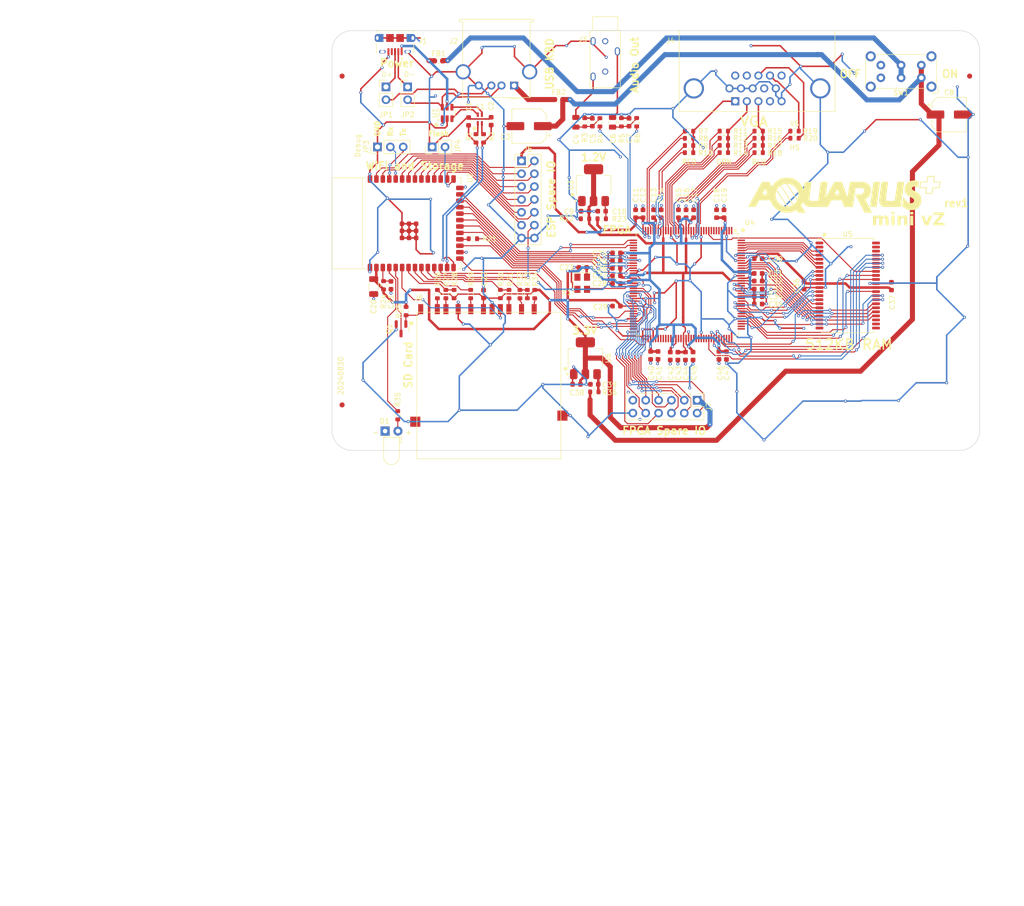
<source format=kicad_pcb>
(kicad_pcb (version 20240108) (generator "pcbnew") (generator_version "8.0")
  (title_block (title "Aquarius+ mini vZ") (date "2024-08-30") (rev "1") (company "Designed by Frank van den Hoef") (comment 1 "Drawing by Sean P. Harrington"))
  (layers (0 "F.Cu" signal) (31 "B.Cu" signal) (34 "B.Paste" user) (35 "F.Paste" user) (36 "B.SilkS" user "B.Silkscreen") (37 "F.SilkS" user "F.Silkscreen") (38 "B.Mask" user) (39 "F.Mask" user) (44 "Edge.Cuts" user))
  (net 0 "")
  (net 1 "+1V2")
  (net 2 "GND")
  (net 3 "+3V3")
  (net 4 "+5V")
  (net 5 "SD_WP#")
  (net 6 "FPGA_EXP0")
  (net 7 "FPGA_EXP1")
  (net 8 "FPGA_EXP2")
  (net 9 "FPGA_EXP3")
  (net 10 "FPGA_EXP4")
  (net 11 "FPGA_EXP5")
  (net 12 "FPGA_EXP6")
  (net 13 "ESP_EXP0")
  (net 14 "ESP_EXP1")
  (net 15 "ESP_EXP2")
  (net 16 "ESP_EXP3")
  (net 17 "ESP_EXP4")
  (net 18 "ESP_EXP5")
  (net 19 "ESP_EXP6")
  (net 20 "ESP_EXP7")
  (net 21 "ESP_USB_D-")
  (net 22 "ESP_USB_D+")
  (net 23 "CASSETTE_IN")
  (net 24 "SPI_CS#")
  (net 25 "SD_CD")
  (net 26 "FPGA_PROG#")
  (net 27 "HC1_D04")
  (net 28 "FPGA_DONE")
  (net 29 "SPI_SCLK")
  (net 30 "HC1_D03")
  (net 31 "HC1_D05")
  (net 32 "HC1_D02")
  (net 33 "SD_MISO")
  (net 34 "SD_MOSI")
  (net 35 "SD_SSEL#")
  (net 36 "SD_SCK")
  (net 37 "CASSETTE_OUT")
  (net 38 "VGA_R3")
  (net 39 "VGA_R2")
  (net 40 "VGA_R1")
  (net 41 "VGA_R0")
  (net 42 "VGA_G3")
  (net 43 "VGA_G2")
  (net 44 "VGA_G1")
  (net 45 "VGA_G0")
  (net 46 "VGA_B3")
  (net 47 "VGA_B2")
  (net 48 "VGA_B1")
  (net 49 "VGA_B0")
  (net 50 "VGA_VSYNC")
  (net 51 "VGA_HSYNC")
  (net 52 "Net-(J1-VBUS)")
  (net 53 "Net-(C4-Pad2)")
  (net 54 "Net-(C4-Pad1)")
  (net 55 "SD_ACTIVITY")
  (net 56 "HC1_D06")
  (net 57 "HC1_D01")
  (net 58 "HC1_D07")
  (net 59 "HC1_D00")
  (net 60 "HC2_D04")
  (net 61 "HC2_D03")
  (net 62 "AUDIO_L")
  (net 63 "AUDIO_R")
  (net 64 "HC2_D05")
  (net 65 "HC2_D02")
  (net 66 "HC2_D06")
  (net 67 "HC2_D01")
  (net 68 "HC2_D07")
  (net 69 "HC2_D00")
  (net 72 "VBUS")
  (net 73 "ESP_CTS")
  (net 74 "ESP_RX")
  (net 75 "ESP_RTS")
  (net 76 "ESP_TX")
  (net 77 "PRINTER_IN")
  (net 78 "PRINTER_OUT")
  (net 79 "ESP_NOTIFY")
  (net 80 "SYSCLK")
  (net 81 "SPI_MISO")
  (net 82 "SPI_MOSI")
  (net 83 "FPGA_INT#")
  (net 84 "FPGA_WR#")
  (net 85 "FPGA_BUSREQ#")
  (net 86 "FPGA_RESET#")
  (net 87 "RAM_CE#")
  (net 88 "FPGA_BUSACK#")
  (net 89 "FPGA_PHI")
  (net 90 "FPGA_CART_CE#")
  (net 91 "FPGA_RD#")
  (net 92 "FPGA_IORQ#")
  (net 93 "FPGA_MREQ#")
  (net 94 "FPGA_D7")
  (net 95 "FPGA_D6")
  (net 96 "FPGA_D5")
  (net 97 "FPGA_D4")
  (net 98 "FPGA_D3")
  (net 99 "FPGA_D2")
  (net 100 "FPGA_D1")
  (net 101 "FPGA_D0")
  (net 102 "BA18")
  (net 103 "BA17")
  (net 104 "FPGA_A12")
  (net 105 "FPGA_A11")
  (net 106 "FPGA_A10")
  (net 107 "FPGA_A14")
  (net 108 "FPGA_A13")
  (net 109 "BA14")
  (net 110 "FPGA_A15")
  (net 111 "BA16")
  (net 112 "BA15")
  (net 113 "FPGA_A9")
  (net 114 "FPGA_A8")
  (net 115 "FPGA_A7")
  (net 116 "FPGA_A6")
  (net 117 "FPGA_A5")
  (net 118 "FPGA_A4")
  (net 119 "FPGA_A3")
  (net 120 "FPGA_A2")
  (net 121 "FPGA_A1")
  (net 122 "FPGA_A0")
  (net 123 "Net-(D1-A)")
  (net 124 "Net-(J2-VBUS)")
  (net 125 "Net-(J4-Pad3)")
  (net 127 "RAM_WE#")
  (net 129 "HC1_D08")
  (net 130 "HC2_D08")
  (net 131 "FPGA_EXP7")
  (net 132 "FPGA_EXP8")
  (net 133 "ESP_EXP8")
  (net 134 "ESP_EXP10")
  (net 135 "ESP_EXP9")
  (net 136 "Net-(J4-Pad1)")
  (net 137 "Net-(J4-Pad14)")
  (net 141 "Net-(J4-Pad2)")
  (net 143 "/USB_D+")
  (net 145 "Net-(J4-Pad13)")
  (net 146 "Net-(J6-DAT0)")
  (net 147 "Net-(J6-WRITE_PROTECT)")
  (net 148 "Net-(J6-DAT2)")
  (net 149 "Net-(J6-CD{slash}DAT3)")
  (net 150 "Net-(J6-CLK)")
  (net 151 "Net-(J6-DAT1)")
  (net 152 "Net-(J6-CMD)")
  (net 153 "Net-(JP3-Pin_2)")
  (net 154 "Net-(JP3-Pin_3)")
  (net 155 "/USB_D-")
  (net 156 "Net-(J2-D-)")
  (net 157 "Net-(J2-D+)")
  (net 158 "Net-(L1-Pad3)")
  (net 159 "Net-(L1-Pad2)")
  (net 160 "Net-(L1-Pad4)")
  (net 161 "Net-(L1-Pad1)")
  (net 162 "Net-(JP4-B)")
  (net 163 "Net-(C6-Pad1)")
  (net 164 "Net-(C6-Pad2)")
  (net 165 "Net-(U3-VI)")
  (net 166 "Net-(U2-EN)")
  (net 167 "Net-(U6-VI)")
  (net 168 "Net-(U4-B2_IO_CCLK)")
  (net 169 "unconnected-(U2-IO45-Pad26)")
  (net 170 "unconnected-(U2-IO46{slash}I-Pad16)")
  (footprint "Capacitor_SMD:C_0603_1608Metric" (layer "F.Cu") (at 153.539947 67.076709 90)
    (property "Reference" "C18")
    (property "Value" "4.7uF")
  )
  (footprint "Resistor_SMD:R_0603_1608Metric" (layer "F.Cu") (at 106 52.175 -90)
    (property "Reference" "R1")
    (property "Value" "0")
  )
  (footprint "Resistor_SMD:R_0603_1608Metric" (layer "F.Cu") (at 87.742947 81.220509 90)
    (property "Reference" "R24")
    (property "Value" "10k")
  )
  (footprint "Capacitor_SMD:C_0603_1608Metric" (layer "F.Cu") (at 170.831446 81.22839 -90)
    (property "Reference" "C36")
    (property "Value" "100nF")
  )
  (footprint "Connector_PinHeader_2.54mm:PinHeader_1x02_P2.54mm_Vertical" (layer "F.Cu") (at 97.347147 53.877509 90)
    (property "Reference" "JP4")
    (property "Value" "Bootloader")
  )
  (footprint "Resistor_SMD:R_0603_1608Metric" (layer "F.Cu") (at 116.154647 82.968709 -90)
    (property "Reference" "R33")
    (property "Value" "10k")
  )
  (footprint "aquarius-plus:aqplus_logo" (layer "F.Cu") (at 178.771102 63.234665)
    (property "Reference" "#G1" (hide yes))
    (property "Value" "LOGO" (hide yes))
  )
  (footprint "Resistor_SMD:R_0603_1608Metric" (layer "F.Cu") (at 154.977447 54.990609)
    (property "Reference" "R14")
    (property "Value" "4300")
  )
  (footprint "Resistor_SMD:R_0603_1608Metric" (layer "F.Cu") (at 161.862247 52.152509)
    (property "Reference" "R16")
    (property "Value" "1070")
  )
  (footprint "Capacitor_SMD:C_0603_1608Metric" (layer "F.Cu") (at 148.892947 95.208009 -90)
    (property "Reference" "C45")
    (property "Value" "100nF")
  )
  (footprint "Package_TO_SOT_SMD:TSOT-23-6" (layer "F.Cu") (at 100.299264 47.15 90)
    (property "Reference" "U1")
    (property "Value" "IP4234CZ6")
  )
  (footprint "Capacitor_SMD:C_0603_1608Metric" (layer "F.Cu") (at 136.242347 48.994309 90)
    (property "Reference" "C7")
    (property "Value" "100nF")
  )
  (footprint "Package_TO_SOT_SMD:SOT-223-3_TabPin2" (layer "F.Cu") (at 129.236274 61.421209 90)
    (property "Reference" "U3")
    (property "Value" "LD1117S12")
  )
  (footprint "Capacitor_SMD:C_0603_1608Metric" (layer "F.Cu") (at 147.392947 95.208009 -90)
    (property "Reference" "C44")
    (property "Value" "100nF")
  )
  (footprint "Resistor_SMD:R_0603_1608Metric" (layer "F.Cu") (at 114.693247 82.968009 -90)
    (property "Reference" "R32")
    (property "Value" "100")
  )
  (footprint "Package_QFP:TQFP-144_20x20mm_P0.5mm" (layer "F.Cu") (at 147.762947 81.083009 -90)
    (property "Reference" "U4")
    (property "Value" "XC6SLX9-2TQG144C")
  )
  (footprint "MountingHole:MountingHole_3.2mm_M3" (layer "F.Cu") (at 201.542947 109.870509)
    (property "Reference" "H4" (hide yes))
    (property "Value" "MountingHole")
  )
  (footprint "Resistor_SMD:R_0603_1608Metric" (layer "F.Cu") (at 148.106547 53.587209)
    (property "Reference" "R9")
    (property "Value" "2150")
  )
  (footprint "MountingHole:MountingHole_3.2mm_M3" (layer "F.Cu") (at 81.542947 109.870509)
    (property "Reference" "H3" (hide yes))
    (property "Value" "MountingHole")
  )
  (footprint "Connector_PinHeader_2.54mm:PinHeader_1x02_P2.54mm_Vertical" (layer "F.Cu") (at 88.217547 42)
    (property "Reference" "JP1")
    (property "Value" "USB")
  )
  (footprint "Capacitor_SMD:C_0603_1608Metric" (layer "F.Cu") (at 125.867947 100.796109 180)
    (property "Reference" "C38")
    (property "Value" "4.7uF")
  )
  (footprint "Capacitor_SMD:C_0603_1608Metric" (layer "F.Cu") (at 145.892947 95.220509 -90)
    (property "Reference" "C43")
    (property "Value" "4.7uF")
  )
  (footprint "Capacitor_SMD:C_0603_1608Metric" (layer "F.Cu") (at 188.09906 81.393142 90)
    (property "Reference" "C37")
    (property "Value" "100nF")
  )
  (footprint "Capacitor_SMD:C_0603_1608Metric" (layer "F.Cu") (at 137.542947 67.079309 90)
    (property "Reference" "C11")
    (property "Value" "4.7uF")
  )
  (footprint "Capacitor_SMD:C_0805_2012Metric" (layer "F.Cu") (at 132.992347 48.994309 90)
    (property "Reference" "C6")
    (property "Value" "10uF")
  )
  (footprint "Capacitor_SMD:C_0603_1608Metric" (layer "F.Cu") (at 149.012947 67.083009 90)
    (property "Reference" "C17")
    (property "Value" "100nF")
  )
  (footprint "Resistor_SMD:R_0603_1608Metric" (layer "F.Cu") (at 130.488647 49.002809 90)
    (property "Reference" "R4")
    (property "Value" "330")
  )
  (footprint "Connector_PinHeader_2.54mm:PinHeader_2x06_P2.54mm_Vertical" (layer "F.Cu") (at 149.702947 103.950509 -90)
    (property "Reference" "J7")
    (property "Value" "FPGA spare")
  )
  (footprint "Capacitor_SMD:C_0603_1608Metric" (layer "F.Cu") (at 107.497847 82.966909 90)
    (property "Reference" "C22")
    (property "Value" "4.7uF")
  )
  (footprint "Capacitor_SMD:C_0603_1608Metric" (layer "F.Cu") (at 129.392947 100.796109 180)
    (property "Reference" "C39")
    (property "Value" "4.7uF")
  )
  (footprint "Fiducial:Fiducial_1mm_Mask2mm" (layer "F.Cu") (at 79.542947 39.870509)
    (property "Reference" "FID1" (hide yes))
    (property "Value" "Fiducial")
  )
  (footprint "Inductor_SMD:L_0603_1608Metric" (layer "F.Cu") (at 98.612136 36.863428)
    (property "Reference" "FB1")
    (property "Value" "220")
  )
  (footprint "Button_Switch_THT:SW_E-Switch_EG2219_DPDT_Angled" (layer "F.Cu") (at 194.000447 40.203009 180)
    (property "Reference" "SW1")
    (property "Value" "SW_DPDT_x2")
  )
  (footprint "Resistor_SMD:R_0603_1608Metric" (layer "F.Cu") (at 168.949247 52.149609)
    (property "Reference" "R20")
    (property "Value" "820")
  )
  (footprint "Resistor_SMD:R_0603_1608Metric" (layer "F.Cu") (at 129.392947 102.296109)
    (property "Reference" "R36")
    (property "Value" "1")
  )
  (footprint "Package_SO:TSOP-II-44_10.16x18.41mm_P0.8mm" (layer "F.Cu") (at 179.455447 81.270509)
    (property "Reference" "U5")
    (property "Value" "IS61C5128AL-10TLI")
  )
  (footprint "Resistor_SMD:R_0603_1608Metric" (layer "F.Cu") (at 161.862247 50.735409)
    (property "Reference" "R15")
    (property "Value" "536")
  )
  (footprint "Resistor_SMD:R_0603_1608Metric" (layer "F.Cu") (at 110.825847 82.949509 -90)
    (property "Reference" "R30")
    (property "Value" "10k")
  )
  (footprint "Capacitor_SMD:C_0603_1608Metric" (layer "F.Cu") (at 133.762947 74.833009 180)
    (property "Reference" "C24")
    (property "Value" "100nF")
  )
  (footprint "Resistor_SMD:R_0603_1608Metric" (layer "F.Cu") (at 127.492347 48.994309 -90)
    (property "Reference" "R3")
    (property "Value" "150")
  )
  (footprint "Capacitor_SMD:C_0603_1608Metric" (layer "F.Cu") (at 141.092947 67.083009 90)
    (property "Reference" "C13")
    (property "Value" "100nF")
  )
  (footprint "Resistor_SMD:R_0603_1608Metric" (layer "F.Cu") (at 148.106547 52.168809)
    (property "Reference" "R8")
    (property "Value" "1070")
  )
  (footprint "Connector_PinHeader_2.54mm:PinHeader_1x03_P2.54mm_Vertical" (layer "F.Cu") (at 86.542947 53.870509 90)
    (property "Reference" "JP3")
    (property "Value" "DBG")
  )
  (footprint "Resistor_SMD:R_0603_1608Metric" (layer "F.Cu") (at 107.5 52.175 90)
    (property "Reference" "R2")
    (property "Value" "0")
  )
  (footprint "Capacitor_SMD:C_0603_1608Metric" (layer "F.Cu") (at 161.762947 81.970511)
    (property "Reference" "C33")
    (property "Value" "100nF")
  )
  (footprint "aquarius-plus:AMPHENOL_10118194-0001LF" (layer "F.Cu") (at 90.010099 32.329978 180)
    (property "Reference" "J1")
    (property "Value" "Power in")
  )
  (footprint "Resistor_SMD:R_0603_1608Metric" (layer "F.Cu") (at 98.378747 82.967109 90)
    (property "Reference" "R26")
    (property "Value" "10k")
  )
  (footprint "Package_TO_SOT_SMD:SOT-223-3_TabPin2" (layer "F.Cu") (at 127.620447 95.646109 90)
    (property "Reference" "U6")
    (property "Value" "LDL1117S33R")
  )
  (footprint "Capacitor_SMD:C_0603_1608Metric" (layer "F.Cu") (at 133.750947 76.346909 180)
    (property "Reference" "C25")
    (property "Value" "4.7uF")
  )
  (footprint "Resistor_SMD:R_0603_1608Metric" (layer "F.Cu") (at 154.976347 53.567509)
    (property "Reference" "R13")
    (property "Value" "2150")
  )
  (footprint "Connector_PinHeader_2.54mm:PinHeader_2x07_P2.54mm_Vertical" (layer "F.Cu") (at 115.002947 56.630509)
    (property "Reference" "J5")
    (property "Value" "ESP32 spare")
  )
  (footprint "Connector_PinHeader_2.54mm:PinHeader_1x02_P2.54mm_Vertical" (layer "F.Cu") (at 92.5 42)
    (property "Reference" "JP2")
    (property "Value" "USB")
  )
  (footprint "Capacitor_SMD:C_0603_1608Metric" (layer "F.Cu") (at 161.767947 83.470509)
    (property "Reference" "C34")
    (property "Value" "100nF")
  )
  (footprint "Resistor_SMD:R_0603_1608Metric" (layer "F.Cu") (at 161.858447 53.563509)
    (property "Reference" "R17")
    (property "Value" "2150")
  )
  (footprint "Capacitor_SMD:C_0603_1608Metric" (layer "F.Cu") (at 140.512947 95.083009 -90)
    (property "Reference" "C40")
    (property "Value" "100nF")
  )
  (footprint "Resistor_SMD:R_0603_1608Metric" (layer "F.Cu") (at 161.862247 54.998609)
    (property "Reference" "R18")
    (property "Value" "4300")
  )
  (footprint "Capacitor_SMD:C_0603_1608Metric" (layer "F.Cu") (at 109 48.775 -90)
    (property "Reference" "C2")
    (property "Value" "DNP")
  )
  (footprint "Fiducial:Fiducial_1mm_Mask2mm" (layer "F.Cu") (at 79.542947 104.870509)
    (property "Reference" "FID3" (hide yes))
    (property "Value" "Fiducial")
  )
  (footprint "Resistor_SMD:R_0603_1608Metric" (layer "F.Cu") (at 127.549574 68.070509)
    (property "Reference" "R22")
    (property "Value" "100")
  )
  (footprint "Capacitor_SMD:C_0603_1608Metric" (layer "F.Cu") (at 89.202647 81.220909 -90)
    (property "Reference" "C21")
    (property "Value" "100nF")
  )
  (footprint "Resistor_SMD:R_0603_1608Metric" (layer "F.Cu") (at 92.192947 86.320509 90)
    (property "Reference" "R25")
    (property "Value" "10k" (hide yes))
  )
  (footprint "Resistor_SMD:R_0603_1608Metric" (layer "F.Cu") (at 90.542947 106.920509 -90)
    (property "Reference" "R35")
    (property "Value" "220")
  )
  (footprint "aquarius-plus:TF-03A" (layer "F.Cu") (at 108.542947 86.540509)
    (property "Reference" "J6")
    (property "Value" "TF-03A")
  )
  (footprint "Resistor_SMD:R_0603_1608Metric" (layer "F.Cu") (at 104.953947 82.953109 -90)
    (property "Reference" "R29")
    (property "Value" "100")
  )
  (footprint "aquarius-plus:ICD15S13E4GV00LF" (layer "F.Cu") (at 161.542947 30.870509 180)
    (property "Reference" "J4")
    (property "Value" "VGA")
  )
  (footprint "Capacitor_SMD:C_0603_1608Metric" (layer "F.Cu") (at 161.762947 78.883009)
    (property "Reference" "C31")
    (property "Value" "100nF")
  )
  (footprint "Capacitor_SMD:C_0603_1608Metric" (layer "F.Cu") (at 161.762947 80.383009)
    (property "Reference" "C32")
    (property "Value" "100nF")
  )
  (footprint "Resistor_SMD:R_0603_1608Metric" (layer "F.Cu") (at 137.749547 48.988909 90)
    (property "Reference" "R6")
    (property "Value" "330")
  )
  (footprint "Connector_USB:USB_A_Molex_67643_Horizontal" (layer "F.Cu") (at 113.542947 41.730509 180)
    (property "Reference" "J2")
    (property "Value" "ESP USB Host")
  )
  (footprint "MountingHole:MountingHole_3.2mm_M3" (layer "F.Cu") (at 81.542947 34.870509)
    (property "Reference" "H1" (hide yes))
    (property "Value" "MountingHole")
  )
  (footprint "Capacitor_SMD:C_0603_1608Metric" (layer "F.Cu") (at 104.53906 48.819606 -90)
    (property "Reference" "C1")
    (property "Value" "DNP")
  )
  (footprint "Resistor_SMD:R_0603_1608Metric" (layer "F.Cu") (at 112.524047 82.963109 -90)
    (property "Reference" "R31")
    (property "Value" "100")
  )
  (footprint "Capacitor_SMD:C_0603_1608Metric" (layer "F.Cu") (at 139.012947 67.083009 90)
    (property "Reference" "C12")
    (property "Value" "100nF")
  )
  (footprint "Capacitor_SMD:C_0603_1608Metric" (layer "F.Cu") (at 133.762947 85.333009 180)
    (property "Reference" "C29")
    (property "Value" "100nF")
  )
  (footprint "Capacitor_SMD:C_0603_1608Metric" (layer "F.Cu") (at 144.392947 95.208009 -90)
    (property "Reference" "C42")
    (property "Value" "100nF")
  )
  (footprint "LED_THT:LED_D3.0mm_Horizontal_O1.27mm_Z2.0mm" (layer "F.Cu") (at 88.042947 110.045509)
    (property "Reference" "D1")
    (property "Value" "SD act.")
  )
  (footprint "Resistor_SMD:R_0603_1608Metric" (layer "F.Cu") (at 154.977447 52.144409)
    (property "Reference" "R12")
    (property "Value" "1070")
  )
  (footprint "Resistor_SMD:R_0603_1608Metric" (layer "F.Cu") (at 148.106547 55.005509)
    (property "Reference" "R10")
    (property "Value" "4300")
  )
  (footprint "Resistor_SMD:R_0603_1608Metric" (layer "F.Cu") (at 134.742347 48.994309 -90)
    (property "Reference" "R5")
    (property "Value" "150")
  )
  (footprint "MountingHole:MountingHole_3.2mm_M3" (layer "F.Cu") (at 201.542947 34.870509)
    (property "Reference" "H2" (hide yes))
    (property "Value" "MountingHole")
  )
  (footprint "Capacitor_SMD:C_0603_1608Metric" (layer "F.Cu") (at 133.762947 79.333009 180)
    (property "Reference" "C27")
    (property "Value" "100nF")
  )
  (footprint "Capacitor_SMD:CP_Elec_6.3x7.7" (layer "F.Cu") (at 116.5 49.750509 180)
    (property "Reference" "C3")
    (property "Value" "100uF")
  )
  (footprint "Capacitor_SMD:C_0603_1608Metric" (layer "F.Cu") (at 128.992347 48.994309 90)
    (property "Reference" "C5")
    (property "Value" "100nF")
  )
  (footprint "Oscillator:Oscillator_SMD_SeikoEpson_SG8002CE-4Pin_3.2x2.5mm" (layer "F.Cu") (at 126.992947 80.820509 -90)
    (property "Reference" "X1")
    (property "Value" "SX3M14.31818M20F30TNN")
  )
  (footprint "Capacitor_SMD:C_0603_1608Metric" (layer "F.Cu") (at 161.764147 75.961109)
    (property "Reference" "C30")
    (property "Value" "100nF")
  )
  (footprint "Capacitor_SMD:C_0603_1608Metric" (layer "F.Cu") (at 155.492947 95.088509 -90)
    (property "Reference" "C47")
    (property "Value" "4.7uF")
  )
  (footprint "Capacitor_SMD:C_0603_1608Metric" (layer "F.Cu") (at 142.592947 67.083009 90)
    (property "Reference" "C14")
    (property "Value" "100nF")
  )
  (footprint "Capacitor_SMD:C_0603_1608Metric" (layer "F.Cu") (at 133.763047 80.861709 180)
    (property "Reference" "C28")
    (property "Value" "100nF")
  )
  (footprint "Capacitor_SMD:C_1206_3216Metric" (layer "F.Cu") (at 85.792947 81.470509 -90)
    (property "Reference" "C20")
    (property "Value" "22uF")
  )
  (footprint "aquarius-plus:C2939180" (layer "F.Cu") (at 131.542947 35.870509)
    (property "Reference" "J3")
    (property "Value" "Audio out")
  )
  (footprint "Inductor_SMD:L_0603_1608Metric" (layer "F.Cu") (at 122.361761 44.5)
    (property "Reference" "FB2")
    (property "Value" "220")
  )
  (footprint "Resistor_SMD:R_0603_1608Metric" (layer "F.Cu") (at 101.673647 82.962209 -90)
    (property "Reference" "R28")
    (property "Value" "10k")
  )
  (footprint "Capacitor_SMD:C_0603_1608Metric" (layer "F.Cu") (at 127.092947 77.690509 180)
    (property "Reference" "C23")
    (property "Value" "100nF")
  )
  (footprint "Capacitor_SMD:C_0603_1608Metric" (layer "F.Cu") (at 130.849574 66.570509 180)
    (property "Reference" "C10")
    (property "Value" "4.7uF")
  )
  (footprint "Capacitor_SMD:C_0603_1608Metric" (layer "F.Cu") (at 141.969047 95.080809 -90)
    (property "Reference" "C41")
    (property "Value" "4.7uF")
  )
  (footprint "Resistor_SMD:R_0603_1608Metric" (layer "F.Cu") (at 130.849574 68.070509)
    (property "Reference" "R23")
    (property "Value" "1")
  )
  (footprint "Resistor_SMD:R_0603_1608Metric" (layer "F.Cu") (at 148.106547 50.750509)
    (property "Reference" "R7")
    (property "Value" "536")
  )
  (footprint "Resistor_SMD:R_0603_1608Metric" (layer "F.Cu") (at 168.947447 50.736509)
    (property "Reference" "R19")
    (property "Value" "820")
  )
  (footprint "aquarius-plus:ESP32-S2-SOLO-N4R2" (layer "F.Cu") (at 77.567908 68.960458 90)
    (property "Reference" "U2")
    (property "Value" "ESP32-S3-WROOM-1-N4R2")
  )
  (footprint "Inductor_SMD_Wurth:WE-CNSW_08058" (layer "F.Cu") (at 106.765159 48.35)
    (property "Reference" "L1")
    (property "Value" "USB Choke" (hide yes))
  )
  (footprint "Capacitor_SMD:C_0603_1608Metric" (layer "F.Cu") (at 127.549574 66.570509 180)
    (property "Reference" "C9")
    (property "Value" "4.7uF")
  )
  (footprint "Capacitor_SMD:C_0603_1608Metric" (layer "F.Cu") (at 154.012947 95.083009 -90)
    (property "Reference" "C46")
    (property "Value" "100nF")
  )
  (footprint "Capacitor_SMD:C_0603_1608Metric" (layer "F.Cu") (at 155.012947 67.083009 90)
    (property "Reference" "C19")
    (property "Value" "100nF")
  )
  (footprint "Package_TO_SOT_SMD:SOT-23" (layer "F.Cu") (at 91.192947 89.820509 -90)
    (property "Reference" "Q1")
    (property "Value" "2N7002")
  )
  (footprint "Capacitor_SMD:C_0805_2012Metric" (layer "F.Cu") (at 125.742347 48.994309 90)
    (property "Reference" "C4")
    (property "Value" "10uF")
  )
  (footprint "Resistor_SMD:R_0603_1608Metric" (layer "F.Cu") (at 117.611247 82.968009 90)
    (property "Reference" "R34")
    (property "Value" "10k")
  )
  (footprint "Capacitor_SMD:C_0603_1608Metric" (layer "F.Cu") (at 161.766747 84.928809)
    (property "Reference" "C35")
    (property "Value" "4.7uF")
  )
  (footprint "Capacitor_SMD:C_0603_1608Metric" (layer "F.Cu") (at 133.747047 77.853709 180)
    (property "Reference" "C26")
    (property "Value" "4.7uF")
  )
  (footprint "Resistor_SMD:R_0603_1608Metric" (layer "F.Cu") (at 100.048247 82.964609 -90)
    (property "Reference" "R27")
    (property "Value" "100")
  )
  (footprint "Capacitor_SMD:CP_Elec_6.3x7.7" (layer "F.Cu") (at 199.492947 47.470509)
    (property "Reference" "C8")
    (property "Value" "100uF")
  )
  (footprint "Resistor_SMD:R_0603_1608Metric" (layer "F.Cu") (at 154.977447 50.733409)
    (property "Reference" "R11")
    (property "Value" "536")
  )
  (footprint "Fiducial:Fiducial_1mm_Mask2mm" (layer "F.Cu") (at 203.542947 39.870509)
    (property "Reference" "FID2" (hide yes))
    (property "Value" "Fiducial")
  )
  (footprint "Capacitor_SMD:C_0603_1608Metric" (layer "F.Cu") (at 146.012947 67.083009 90)
    (property "Reference" "C15")
    (property "Value" "100nF")
  )
  (footprint "Resistor_SMD:R_0603_1608Metric" (layer "F.Cu") (at 105.392947 72.020509)
    (property "Reference" "R21")
    (property "Value" "220")
  )
  (footprint "Capacitor_SMD:C_0603_1608Metric" (layer "F.Cu") (at 147.512947 67.083009 90)
    (property "Reference" "C16")
    (property "Value" "100nF")
  )
  (gr_circle (center 123.68517 97.750384) (end 123.98517 97.750384) (stroke (width 0.15)) (fill solid) (layer "F.SilkS"))
  (gr_circle (center 93.261075 88.761315) (end 93.561075 88.761315) (stroke (width 0.15)) (fill solid) (layer "F.SilkS"))
  (gr_circle (center 98.148121 49.522243) (end 98.448121 49.522243) (stroke (width 0.15)) (fill solid) (layer "F.SilkS"))
  (gr_circle (center 105.711482 50.227793) (end 106.011482 50.227793) (stroke (width 0.15)) (fill solid) (layer "F.SilkS"))
  (gr_circle (center 174.87893 71.234031) (end 175.17893 71.234031) (stroke (width 0.15)) (fill solid) (layer "F.SilkS"))
  (gr_circle (center 125.056537 63.303992) (end 125.356537 63.303992) (stroke (width 0.15)) (fill solid) (layer "F.SilkS"))
  (gr_circle (center 158.747399 70.318892) (end 159.047399 70.318892) (stroke (width 0.15)) (fill solid) (layer "F.SilkS"))
  (gr_line (start 81.542947 113.870509) (end 201.542947 113.870509) (stroke (width 0.1)) (layer "Edge.Cuts"))
  (gr_arc (start 77.542947 34.870509) (mid 78.71452 32.042082) (end 81.542947 30.870509) (stroke (width 0.1)) (layer "Edge.Cuts"))
  (gr_arc (start 81.542947 113.870509) (mid 78.71452 112.698936) (end 77.542947 109.870509) (stroke (width 0.1)) (layer "Edge.Cuts"))
  (gr_line (start 81.542947 30.870509) (end 201.542947 30.870509) (stroke (width 0.1)) (layer "Edge.Cuts"))
  (gr_arc (start 201.542947 30.870509) (mid 204.371374 32.042082) (end 205.542947 34.870509) (stroke (width 0.1)) (layer "Edge.Cuts"))
  (gr_line (start 77.542947 34.870509) (end 77.542947 109.870509) (stroke (width 0.1)) (layer "Edge.Cuts"))
  (gr_arc (start 205.542947 109.870509) (mid 204.371374 112.698936) (end 201.542947 113.870509) (stroke (width 0.1)) (layer "Edge.Cuts"))
  (gr_line (start 205.542947 34.870509) (end 205.542947 109.870509) (stroke (width 0.1)) (layer "Edge.Cuts"))
  (gr_text "VS" (at 168.970406 49.276189 0) (layer "F.SilkS") (effects (font (size 1 1))))
  (gr_text "RED" (at 148.138977 56.819443 0) (layer "F.SilkS") (effects (font (size 1 1))))
  (gr_text "SD Card" (at 92.604877 101.774164 90) (layer "F.SilkS") (effects (font (size 1.5 1.5) (thickness 0.3)) (justify left)))
  (gr_text "Debug" (at 82.645751 53.612454 90) (layer "F.SilkS") (effects (font (size 1 1))))
  (gr_text "FPGA Spare IO" (at 143.192947 109.970509 0) (layer "F.SilkS") (effects (font (size 1.5 1.5) (thickness 0.3))))
  (gr_text "Tx" (at 92.191679 51.920842 90) (layer "F.SilkS") (effects (font (size 1 1) (thickness 0.25) (bold yes)) (justify left bottom)))
  (gr_text "-" (at 85.411076 110.297921 0) (layer "F.SilkS") (effects (font (size 1 1)) (justify left)))
  (gr_text "WiFi and Storage" (at 84.042947 57.620509 0) (layer "F.SilkS") (effects (font (size 1.5 1.5) (thickness 0.3)) (justify left)))
  (gr_text "ON" (at 199.695031 39.451859 0) (layer "F.SilkS") (effects (font (size 1.5 1.5) (thickness 0.3))))
  (gr_text "1.2V" (at 129.236242 55.921222 0) (layer "F.SilkS") (effects (font (size 1.5 1.5) (thickness 0.3))))
  (gr_text "rev1" (at 198.329335 64.972871 0) (layer "F.SilkS") (effects (font (size 1.5 1.5) (thickness 0.3)) (justify left)))
  (gr_text "D+" (at 87.23602 39.54086 0) (layer "F.SilkS") (effects (font (size 1 1) (thickness 0.125)) (justify left)))
  (gr_text "3.3V" (at 127.492947 90.170509 0) (layer "F.SilkS") (effects (font (size 1.5 1.5) (thickness 0.3))))
  (gr_text "Audio Out" (at 137.352947 43.370509 90) (layer "F.SilkS") (effects (font (size 1.5 1.5) (thickness 0.3)) (justify left)))
  (gr_text "HS" (at 168.970406 53.984115 0) (layer "F.SilkS") (effects (font (size 1 1))))
  (gr_text "FPGA" (at 133.837095 70.2719 0) (layer "F.SilkS") (effects (font (size 1.5 1.5) (thickness 0.3))))
  (gr_text "GRN" (at 155.018765 56.819443 0) (layer "F.SilkS") (effects (font (size 1 1))))
  (gr_text "GND" (at 87.13607 51.920842 90) (layer "F.SilkS") (effects (font (size 1 1) (thickness 0.25) (bold yes)) (justify left bottom)))
  (gr_text "D-" (at 91.692947 39.520509 0) (layer "F.SilkS") (effects (font (size 1 1) (thickness 0.125)) (justify left)))
  (gr_text "BLU" (at 161.91954 56.819443 0) (layer "F.SilkS") (effects (font (size 1 1))))
  (gr_text "Flash" (at 98.629069 51.814602 0) (layer "F.SilkS") (effects (font (size 1 1) (thickness 0.25) (bold yes)) (justify bottom)))
  (gr_text "OFF" (at 179.959391 39.451859 0) (layer "F.SilkS") (effects (font (size 1.5 1.5) (thickness 0.3))))
  (gr_text "mini vZ" (at 191.448224 68.335231 0) (layer "F.SilkS") (effects (font (size 2.5 2.5) (thickness 0.3) (bold yes))))
  (gr_text "Rx" (at 89.663874 51.920842 90) (layer "F.SilkS") (effects (font (size 1 1) (thickness 0.25) (bold yes)) (justify left bottom)))
  (gr_text "512KB RAM" (at 179.684705 92.931526 0) (layer "F.SilkS") (effects (font (size 2 2) (thickness 0.3))))
  (gr_text "+" (at 91.938486 110.290132 0) (layer "F.SilkS") (effects (font (size 1 1)) (justify left)))
  (gr_text "Power" (at 86.842947 37.320509 0) (layer "F.SilkS") (effects (font (size 1.5 1.5) (thickness 0.3)) (justify left)))
  (gr_text "ESP Spare IO" (at 120.877947 64.205509 90) (layer "F.SilkS") (effects (font (size 1.5 1.5) (thickness 0.3))))
  (gr_text "20240830" (at 79.292947 99.120509 90) (layer "F.SilkS") (effects (font (size 1 1))))
  (gr_text "VGA" (at 160.942947 48.870509 0) (layer "F.SilkS") (effects (font (size 2 2) (thickness 0.3))))
  (gr_text "USB KBD" (at 120.558803 42.72041 90) (layer "F.SilkS") (effects (font (size 1.5 1.5) (thickness 0.3)) (justify left)))
  (segment (start 137.942947 71.270509) (end 139.592947 72.920509) (width 0.5) (layer "F.Cu") (net 1))
  (segment (start 147.367447 89.625009) (end 147.012947 89.270509) (width 0.25) (layer "F.Cu") (net 1))
  (segment (start 143.012947 78.770509) (end 154.730447 78.770509) (width 0.5) (layer "F.Cu") (net 1))
  (segment (start 147.012947 89.270509) (end 147.012947 87.890509) (width 0.25) (layer "F.Cu") (net 1))
  (segment (start 143.012947 70.420509) (end 143.012947 68.278009) (width 0.25) (layer "F.Cu") (net 1))
  (segment (start 135.805447 79.833009) (end 135.642947 79.670509) (width 0.25) (layer "F.Cu") (net 1))
  (segment (start 139.442947 78.770509) (end 142.812947 78.770509) (width 0.5) (layer "F.Cu") (net 1))
  (segment (start 143.012947 68.278009) (end 142.592947 67.858009) (width 0.25) (layer "F.Cu") (net 1))
  (segment (start 129.242947 58.277882) (end 129.242947 64.564536) (width 1) (layer "F.Cu") (net 1))
  (segment (start 147.512947 70.420509) (end 147.512947 71.970509) (width 0.25) (layer "F.Cu") (net 1))
  (segment (start 128.374574 69.102136) (end 128.374574 68.070509) (width 0.5) (layer "F.Cu") (net 1))
  (segment (start 147.512947 70.420509) (end 147.512947 67.858009) (width 0.25) (layer "F.Cu") (net 1))
  (segment (start 139.592947 72.920509) (end 143.012947 72.920509) (width 0.5) (layer "F.Cu") (net 1))
  (segment (start 158.431619 80.339181) (end 160.676375 80.339181) (width 0.25) (layer "F.Cu") (net 1))
  (segment (start 134.537947 79.333009) (end 134.875447 79.670509) (width 0.5) (layer "F.Cu") (net 1))
  (segment (start 143.012947 72.920509) (end 143.012947 78.770509) (width 0.5) (layer "F.Cu") (net 1))
  (segment (start 129.236274 64.876781) (end 128.324574 65.788481) (width 0.5) (layer "F.Cu") (net 1))
  (segment (start 128.324574 65.788481) (end 128.324574 66.570509) (width 0.5) (layer "F.Cu") (net 1))
  (segment (start 145.892947 94.445509) (end 147.380447 94.445509) (width 0.5) (layer "F.Cu") (net 1))
  (segment (start 147.012947 91.745509) (end 147.012947 90.683686) (width 0.25) (layer "F.Cu") (net 1))
  (segment (start 128.374574 69.102136) (end 130.542947 71.270509) (width 0.5) (layer "F.Cu") (net 1))
  (segment (start 143.012947 71.920509) (end 143.012947 72.920509) (width 0.5) (layer "F.Cu") (net 1))
  (segment (start 134.522047 77.853709) (end 134.522047 79.317109) (width 0.5) (layer "F.Cu") (net 1))
  (segment (start 128.324574 66.570509) (end 128.324574 68.020509) (width 0.5) (layer "F.Cu") (net 1))
  (segment (start 147.012947 90.683686) (end 147.367447 90.329186) (width 0.25) (layer "F.Cu") (net 1))
  (segment (start 146.942947 89.200509) (end 147.012947 89.270509) (width 0.5) (layer "F.Cu") (net 1))
  (segment (start 134.875447 79.670509) (end 135.642947 79.670509) (width 0.5) (layer "F.Cu") (net 1))
  (segment (start 147.012947 87.890509) (end 146.942947 87.820509) (width 0.25) (layer "F.Cu") (net 1))
  (segment (start 146.942947 87.470509) (end 146.942947 78.820509) (width 0.5) (layer "F.Cu") (net 1))
  (segment (start 158.425447 80.333009) (end 156.292947 80.333009) (width 0.25) (layer "F.Cu") (net 1))
  (segment (start 146.942947 87.470509) (end 146.942947 89.200509) (width 0.5) (layer "F.Cu") (net 1))
  (segment (start 147.367447 90.329186) (end 147.367447 89.625009) (width 0.25) (layer "F.Cu") (net 1))
  (segment (start 154.730447 78.770509) (end 156.292947 80.333009) (width 0.5) (layer "F.Cu") (net 1))
  (segment (start 147.012947 93.320509) (end 147.012947 91.745509) (width 0.25) (layer "F.Cu") (net 1))
  (segment (start 130.542947 71.270509) (end 137.942947 71.270509) (width 0.5) (layer "F.Cu") (net 1))
  (segment (start 146.942947 87.820509) (end 146.942947 87.470509) (width 0.5) (layer "F.Cu") (net 1))
  (segment (start 143.012947 70.420509) (end 143.012947 71.920509) (width 0.25) (layer "F.Cu") (net 1))
  (segment (start 147.392947 93.700509) (end 147.012947 93.320509) (width 0.25) (layer "F.Cu") (net 1))
  (segment (start 147.392947 94.433009) (end 147.392947 93.700509) (width 0.25) (layer "F.Cu") (net 1))
  (segment (start 147.512947 71.970509) (end 147.512947 78.750509) (width 0.5) (layer "F.Cu") (net 1))
  (segment (start 137.100447 79.833009) (end 135.805447 79.833009) (width 0.25) (layer "F.Cu") (net 1))
  (via (at 139.442947 78.770509) (size 0.6) (drill 0.3) (layers "F.Cu" "B.Cu") (net 1))
  (via (at 135.642947 79.670509) (size 0.6) (drill 0.3) (layers "F.Cu" "B.Cu") (net 1))
  (segment (start 136.568598 79.195509) (end 139.017947 79.195509) (width 0.5) (layer "B.Cu") (net 1))
  (segment (start 135.642947 79.670509) (end 136.093598 79.670509) (width 0.5) (layer "B.Cu") (net 1))
  (segment (start 136.093598 79.670509) (end 136.568598 79.195509) (width 0.5) (layer "B.Cu") (net 1))
  (segment (start 139.017947 79.195509) (end 139.442947 78.770509) (width 0.5) (layer "B.Cu") (net 1))
  (segment (start 88.710099 35.029978) (end 88.710099 36.044995) (width 0.3) (layer "F.Cu") (net 2))
  (segment (start 100.514333 51.746931) (end 99.477725 51.746931) (width 0.3) (layer "F.Cu") (net 2))
  (segment (start 132.230886 74.833009) (end 132.119486 74.721609) (width 0.3) (layer "F.Cu") (net 2))
  (segment (start 132.142947 78.070509) (end 132.142947 76.427989) (width 0.3) (layer "F.Cu") (net 2))
  (segment (start 125.092947 100.796109) (end 125.092947 99.023609) (width 0.3) (layer "F.Cu") (net 2))
  (segment (start 163.368735 84.872253) (end 163.385891 84.889409) (width 0.3) (layer "F.Cu") (net 2))
  (segment (start 104.836385 48.341931) (end 108.658069 48.341931) (width 0.3) (layer "F.Cu") (net 2))
  (segment (start 85.02007 59.202366) (end 85.02007 58.52007) (width 0.3) (layer "F.Cu") (net 2))
  (segment (start 102.482947 84.577503) (end 102.493591 84.566859) (width 0.3) (layer "F.Cu") (net 2))
  (segment (start 132.987947 79.333009) (end 132.20203 79.333009) (width 0.3) (layer "F.Cu") (net 2))
  (segment (start 156.029947 89.804051) (end 156.512947 90.287051) (width 0.3) (layer "F.Cu") (net 2))
  (segment (start 146.012947 65.505269) (end 146.018682 65.499534) (width 0.3) (layer "F.Cu") (net 2))
  (segment (start 113.611153 36.018715) (end 116.612947 39.020509) (width 0.3) (layer "F.Cu") (net 2))
  (segment (start 132.20203 78.129592) (end 132.142947 78.070509) (width 0.3) (layer "F.Cu") (net 2))
  (segment (start 92.63067 108.165942) (end 93.98338 108.165942) (width 0.3) (layer "F.Cu") (net 2))
  (segment (start 136.242347 47.448532) (end 136.239696 47.445881) (width 0.3) (layer "F.Cu") (net 2))
  (segment (start 94.177908 70.460458) (end 92.777908 70.460458) (width 0.3) (layer "F.Cu") (net 2))
  (segment (start 97.244483 39.910798) (end 98.134772 39.020509) (width 0.3) (layer "F.Cu") (net 2))
  (segment (start 85.02007 59.202366) (end 85.02007 60.17262) (width 0.3) (layer "F.Cu") (net 2))
  (segment (start 85.057908 77.710458) (end 85.028455 77.739911) (width 0.3) (layer "F.Cu") (net 2))
  (segment (start 85.02007 58.52007) (end 86.542947 56.997193) (width 0.3) (layer "F.Cu") (net 2))
  (segment (start 144.611032 71.779603) (end 145.72072 72.889291) (width 0.3) (layer "F.Cu") (net 2))
  (segment (start 132.20203 79.333009) (end 132.20203 78.129592) (width 0.3) (layer "F.Cu") (net 2))
  (segment (start 123.077947 106.990509) (end 124.624704 106.990509) (width 0.3) (layer "F.Cu") (net 2))
  (segment (start 121.799172 33.834284) (end 123.901308 33.834284) (width 0.3) (layer "F.Cu") (net 2))
  (segment (start 137.542947 66.304309) (end 137.542947 65.520509) (width 0.3) (layer "F.Cu") (net 2))
  (segment (start 97.244483 39.910798) (end 92.510099 35.176414) (width 0.3) (layer "F.Cu") (net 2))
  (segment (start 89.010099 32.329978) (end 86.510099 32.329978) (width 0.3) (layer "F.Cu") (net 2))
  (segment (start 143.239042 82.720509) (end 145.572873 80.386678) (width 0.3) (layer "F.Cu") (net 2))
  (segment (start 89.202647 82.790159) (end 89.202645 82.790159) (width 0.3) (layer "F.Cu") (net 2))
  (segment (start 183.85213 80.870509) (end 183.837844 80.856223) (width 0.3) (layer "F.Cu") (net 2))
  (segment (start 157.255447 87.833009) (end 157.242947 87.820509) (width 0.3) (layer "F.Cu") (net 2))
  (segment (start 125.87478 64.571209) (end 126.936274 64.571209) (width 0.3) (layer "F.Cu") (net 2))
  (segment (start 171.164327 81.670509) (end 170.831446 82.00339) (width 0.3) (layer "F.Cu") (net 2))
  (segment (start 104.484291 47.989837) (end 104.836385 48.341931) (width 0.3) (layer "F.Cu") (net 2))
  (segment (start 132.359747 77.853709) (end 132.142947 78.070509) (width 0.3) (layer "F.Cu") (net 2))
  (segment (start 127.492347 48.169309) (end 127.492347 47.449576) (width 0.3) (layer "F.Cu") (net 2))
  (segment (start 132.205447 85.333009) (end 132.192947 85.320509) (width 0.3) (layer "F.Cu") (net 2))
  (segment (start 144.512947 70.420509) (end 144.512947 71.681518) (width 0.3) (layer "F.Cu") (net 2))
  (segment (start 103.511322 88.886946) (end 102.493591 87.869215) (width 0.3) (layer "F.Cu") (net 2))
  (segment (start 132.988047 80.861709) (end 132.191975 80.861709) (width 0.3) (layer "F.Cu") (net 2))
  (segment (start 91.010099 32.329978) (end 89.010099 32.329978) (width 0.3) (layer "F.Cu") (net 2))
  (segment (start 141.092947 66.308009) (end 141.092947 65.631558) (width 0.3) (layer "F.Cu") (net 2))
  (segment (start 91.377908 70.460458) (end 91.377908 71.860458) (width 0.3) (layer "F.Cu") (net 2))
  (segment (start 141.092947 65.631558) (end 140.993946 65.532557) (width 0.3) (layer "F.Cu") (net 2))
  (segment (start 202.192947 47.470509) (end 204.219171 47.470509) (width 0.3) (layer "F.Cu") (net 2))
  (segment (start 98.134772 39.020509) (end 103.472947 39.020509) (width 0.3) (layer "F.Cu") (net 2))
  (segment (start 89.202647 81.995909) (end 89.202647 82.790159) (width 0.3) (layer "F.Cu") (net 2))
  (segment (start 162.537947 80.383009) (end 163.316123 80.383009) (width 0.3) (layer "F.Cu") (net 2))
  (segment (start 141.863447 96.716102) (end 141.969047 96.610502) (width 0.3) (layer "F.Cu") (net 2))
  (segment (start 138.943446 89.933866) (end 140.973577 89.933866) (width 0.3) (layer "F.Cu") (net 2))
  (segment (start 154.012947 96.663886) (end 154.013461 96.6644) (width 0.3) (layer "F.Cu") (net 2))
  (segment (start 162.542947 83.470509) (end 163.313878 83.470509) (width 0.3) (layer "F.Cu") (net 2))
  (segment (start 141.242947 82.720509) (end 143.239042 82.720509) (width 0.3) (layer "F.Cu") (net 2))
  (segment (start 150.512947 70.420509) (end 150.512947 71.650509) (width 0.3) (layer "F.Cu") (net 2))
  (segment (start 83.242383 42.390028) (end 87.450531 38.18188) (width 0.3) (layer "F.Cu") (net 2))
  (segment (start 92.777908 69.060458) (end 94.177908 69.060458) (width 0.3) (layer "F.Cu") (net 2))
  (segment (start 88.511189 63.992137) (end 91.377908 66.858856) (width 0.3) (layer "F.Cu") (net 2))
  (segment (start 125.320447 97.398009) (end 125.292947 97.370509) (width 0.3) (layer "F.Cu") (net 2))
  (segment (start 93.510099 32.329978) (end 94.942416 32.329978) (width 0.3) (layer "F.Cu") (net 2))
  (segment (start 109.192947 85.940509) (end 109.192947 84.621526) (width 0.3) (layer "F.Cu") (net 2))
  (segment (start 85.02007 77.568494) (end 85.057908 77.606332) (width 0.3) (layer "F.Cu") (net 2))
  (segment (start 127.839847 100.796109) (end 127.815447 100.820509) (width 0.3) (layer "F.Cu") (net 2))
  (segment (start 170.766012 89.733381) (end 170.736443 89.703812) (width 0.3) (layer "F.Cu") (net 2))
  (segment (start 132.20203 79.333009) (end 132.188963 79.333009) (width 0.3) (layer "F.Cu") (net 2))
  (segment (start 147.392947 95.983009) (end 147.392947 96.770509) (width 0.3) (layer "F.Cu") (net 2))
  (segment (start 85.028455 77.739911) (end 85.028455 78.56512) (width 0.3) (layer "F.Cu") (net 2))
  (segment (start 104.53906 48.044606) (end 104.216658 48.044606) (width 0.3) (layer "F.Cu") (net 2))
  (segment (start 150.512947 71.650509) (end 150.492947 71.670509) (width 0.3) (layer "F.Cu") (net 2))
  (segment (start 88.710099 36.044995) (end 88.707618 36.047476) (width 0.3) (layer "F.Cu") (net 2))
  (segment (start 155.012947 65.52388) (end 155.021346 65.515481) (width 0.3) (layer "F.Cu") (net 2))
  (segment (start 85.057908 77.606332) (end 85.057908 77.710458) (width 0.3) (layer "F.Cu") (net 2))
  (segment (start 99.477725 51.746931) (end 97.347147 53.877509) (width 0.3) (layer "F.Cu") (net 2))
  (segment (start 148.892947 95.983009) (end 148.892947 96.770509) (width 0.3) (layer "F.Cu") (net 2))
  (segment (start 132.20203 80.851654) (end 132.191975 80.861709) (width 0.3) (layer "F.Cu") (net 2))
  (segment (start 132.191975 80.861709) (end 132.187408 80.866276) (width 0.3) (layer "F.Cu") (net 2))
  (segment (start 137.100447 80.833009) (end 138.145272 80.833009) (width 0.3) (layer "F.Cu") (net 2))
  (segment (start 97.397307 75) (end 97.613117 74.78419) (width 0.3) (layer "F.Cu") (net 2))
  (segment (start 157.215449 79.333009) (end 157.215448 79.33301) (width 0.3) (layer "F.Cu") (net 2))
  (segment (start 149.012947 65.560021) (end 149.01964 65.553328) (width 0.3) (layer "F.Cu") (net 2))
  (segment (start 132.20203 79.333009) (end 132.20203 80.851654) (width 0.3) (layer "F.Cu") (net 2))
  (segment (start 139.012947 65.525162) (end 139.012947 66.308009) (width 0.3) (layer "F.Cu") (net 2))
  (segment (start 145.572873 87.695522) (end 145.572873 80.386678) (width 0.3) (layer "F.Cu") (net 2))
  (segment (start 153.539947 66.301709) (end 153.539947 65.473509) (width 0.3) (layer "F.Cu") (net 2))
  (segment (start 102.493591 87.869215) (end 102.493591 84.566859) (width 0.3) (layer "F.Cu") (net 2))
  (segment (start 163.385891 84.889409) (end 162.581147 84.889409) (width 0.3) (layer "F.Cu") (net 2))
  (segment (start 133.892947 90.120509) (end 135.004582 91.232144) (width 0.3) (layer "F.Cu") (net 2))
  (segment (start 138.499582 91.232144) (end 138.943446 91.676008) (width 0.3) (layer "F.Cu") (net 2))
  (segment (start 125.462947 77.690509) (end 125.442947 77.670509) (width 0.3) (layer "F.Cu") (net 2))
  (segment (start 142.592947 66.308009) (end 142.592947 65.507571) (width 0.3) (layer "F.Cu") (net 2))
  (segment (start 100.299264 49.700736) (end 100.299264 48.2875) (width 0.3) (layer "F.Cu") (net 2))
  (segment (start 106.730509 41.730509) (end 106.542947 41.730509) (width 0.3) (layer "F.Cu") (net 2))
  (segment (start 138.962419 78.233509) (end 141.516325 75.679603) (width 0.3) (layer "F.Cu") (net 2))
  (segment (start 155.012947 66.308009) (end 155.012947 65.52388) (width 0.3) (layer "F.Cu") (net 2))
  (segment (start 160.352041 33.851838) (end 166.088507 33.851838) (width 0.3) (layer "F.Cu") (net 2))
  (segment (start 125.442947 77.670509) (end 124.861986 78.25147) (width 0.3) (layer "F.Cu") (net 2))
  (segment (start 126.774574 66.570509) (end 126.015599 66.570509) (width 0.3) (layer "F.Cu") (net 2))
  (segment (start 137.100447 78.333009) (end 138.17313 78.333009) (width 0.3) (layer "F.Cu") (net 2))
  (segment (start 91.377908 66.858856) (end 91.377908 69.060458) (width 0.3) (layer "F.Cu") (net 2))
  (segment (start 93.510099 32.329978) (end 91.010099 32.329978) (width 0.3) (layer "F.Cu") (net 2))
  (segment (start 134.742347 47.441759) (end 134.74727 47.436836) (width 0.3) (layer "F.Cu") (net 2))
  (segment (start 102.482947 85.940509) (end 102.482947 84.577503) (width 0.3) (layer "F.Cu") (net 2))
  (segment (start 137.67313 78.833009) (end 137.100447 78.833009) (width 0.3) (layer "F.Cu") (net 2))
  (segment (start 132.187408 80.866276) (end 132.187408 80.870009) (width 0.3) (layer "F.Cu") (net 2))
  (segment (start 138.17313 78.333009) (end 138.27263 78.233509) (width 0.3) (layer "F.Cu") (net 2))
  (segment (start 155.492947 95.863509) (end 155.492947 96.620509) (width 0.3) (layer "F.Cu") (net 2))
  (segment (start 95 75) (end 97.397307 75) (width 0.3) (layer "F.Cu") (net 2))
  (segment (start 147.512947 65.5277) (end 147.512947 66.308009) (width 0.3) (layer "F.Cu") (net 2))
  (segment (start 175.026282 81.670509) (end 175.074934 81.621857) (width 0.3) (layer "F.Cu") (net 2))
  (segment (start 136.242347 48.219309) (end 136.242347 47.448532) (width 0.3) (layer "F.Cu") (net 2))
  (segment (start 155.512947 70.420509) (end 155.512947 71.570509) (width 0.3) (layer "F.Cu") (net 2))
  (segment (start 132.987947 74.833009) (end 132.230886 74.833009) (width 0.3) (layer "F.Cu") (net 2))
  (segment (start 144.392947 95.983009) (end 144.392947 96.770509) (width 0.3) (layer "F.Cu") (net 2))
  (segment (start 92.777908 70.460458) (end 92.777908 69.060458) (width 0.3) (layer "F.Cu") (net 2))
  (segment (start 163.368735 83.525366) (end 163.368735 83.570009) (width 0.3) (layer "F.Cu") (net 2))
  (segment (start 85.02007 60.17262) (end 85.057908 60.210458) (width 0.3) (layer "F.Cu") (net 2))
  (segment (start 124.861986 78.25147) (end 124.861986 80.542707) (width 0.3) (layer "F.Cu") (net 2))
  (segment (start 140.512947 96.612799) (end 140.512947 95.858009) (width 0.3) (layer "F.Cu") (net 2))
  (segment (start 107.497847 81.439653) (end 107.470606 81.412412) (width 0.3) (layer "F.Cu") (net 2))
  (segment (start 163.247495 83.448769) (end 163.368735 83.570009) (width 0.3) (layer "F.Cu") (net 2))
  (segment (start 132.188963 79.333009) (end 132.176963 79.321009) (width 0.3) (layer "F.Cu") (net 2))
  (segment (start 178.377367 35.531756) (end 175.976706 37.932417) (width 0.3) (layer "F.Cu") (net 2))
  (segment (start 134.742347 48.169309) (end 134.742347 47.441759) (width 0.3) (layer "F.Cu") (net 2))
  (segment (start 132.134967 76.420009) (end 132.134967 74.73709) (width 0.3) (layer "F.Cu") (net 2))
  (segment (start 103.472947 39.020509) (end 107.179806 35.31365) (width 0.3) (layer "F.Cu") (net 2))
  (segment (start 163.332381 75.961109) (end 163.348541 75.944949) (width 0.3) (layer "F.Cu") (net 2))
  (segment (start 91.377908 71.860458) (end 92.777908 71.860458) (width 0.3) (layer "F.Cu") (net 2))
  (segment (start 86.542947 50.732421) (end 86.542947 53.870509) (width 0.3) (layer "F.Cu") (net 2))
  (segment (start 138.943446 91.676008) (end 138.943446 89.933866) (width 0.3) (layer "F.Cu") (net 2))
  (segment (start 128.523564 100.796109) (end 127.839847 100.796109) (width 0.3) (layer "F.Cu") (net 2))
  (segment (start 85.792947 83.875307) (end 85.788217 83.880037) (width 0.3) (layer "F.Cu") (net 2))
  (segment (start 87.450531 38.18188) (end 87.450531 37.304563) (width 0.3) (layer "F.Cu") (net 2))
  (segment (start 141.042947 89.864496) (end 143.368443 89.864496) (width 0.3) (layer "F.Cu") (net 2))
  (segment (start 187.846693 80.870509) (end 188.09906 80.618142) (width 0.3) (layer "F.Cu") (net 2))
  (segment (start 153.539947 65.473509) (end 153.542947 65.470509) (width 0.3) (layer "F.Cu") (net 2))
  (segment (start 128.992347 47.452701) (end 128.994645 47.450403) (width 0.3) (layer "F.Cu") (net 2))
  (segment (start 135.980447 87.833009) (end 135.642947 88.170509) (width 0.3) (layer "F.Cu") (net 2))
  (segment (start 91.377908 69.060458) (end 92.777908 69.060458) (width 0.3) (layer "F.Cu") (net 2))
  (segment (start 129.142947 33.531658) (end 131.751987 36.140698) (width 0.3) (layer "F.Cu") (net 2))
  (segment (start 142.592947 65.507571) (end 142.642447 65.458071) (width 0.3) (layer "F.Cu") (net 2))
  (segment (start 109.192947 84.621526) (end 109.19255 84.621129) (width 0.3) (layer "F.Cu") (net 2))
  (segment (start 96.814743 49) (end 96.762189 48.947446) (width 0.3) (layer "F.Cu") (net 2))
  (segment (start 90.242947 88.883009) (end 90.242947 89.970509) (width 0.3) (layer "F.Cu") (net 2))
  (segment (start 148.012947 91.745509) (end 148.012947 90.420509) (width 0.3) (layer "F.Cu") (net 2))
  (segment (start 86.542947 56.997193) (end 86.542947 53.870509) (width 0.3) (layer "F.Cu") (net 2))
  (segment (start 113.754755 49.795754) (end 113.8 49.750509) (width 0.3) (layer "F.Cu") (net 2))
  (segment (start 162.959687 88.225341) (end 165.118255 88.225341) (width 0.3) (layer "F.Cu") (net 2))
  (segment (start 126.317947 77.690509) (end 125.462947 77.690509) (width 0.3) (layer "F.Cu") (net 2))
  (segment (start 145.72072 72.889291) (end 145.72072 77.015765) (width 0.3) (layer "F.Cu") (net 2))
  (segment (start 124.624704 106.990509) (end 124.636428 106.978785) (width 0.3) (layer "F.Cu") (net 2))
  (segment (start 83.242383 43.115349) (end 83.242383 42.390028) (width 0.3) (layer "F.Cu") (net 2))
  (segment (start 144.512947 71.681518) (end 144.611032 71.779603) (width 0.3) (layer "F.Cu") (net 2))
  (segment (start 85.792947 82.945509) (end 85.792947 83.875307) (width 0.3) (layer "F.Cu") (net 2))
  (segment (start 165.045599 75.921508) (end 165.112626 75.988535) (width 0.3) (layer "F.Cu") (net 2))
  (segment (start 132.987947 85.333009) (end 132.205447 85.333009) (width 0.3) (layer "F.Cu") (net 2))
  (segment (start 132.975947 76.346909) (end 132.208067 76.346909) (width 0.3) (layer "F.Cu") (net 2))
  (segment (start 141.242947 84.580018) (end 141.307602 84.644673) (width 0.3) (layer "F.Cu") (net 2))
  (segment (start 175.976706 37.932417) (end 170.169086 37.932417) (width 0.3) (layer "F.Cu") (net 2))
  (segment (start 173.867947 81.670509) (end 175.026282 81.670509) (width 0.3) (layer "F.Cu") (net 2))
  (segment (start 137.100447 87.833009) (end 135.980447 87.833009) (width 0.3) (layer "F.Cu") (net 2))
  (segment (start 182.78504 50.74151) (end 185.047099 48.479451) (width 0.3) (layer "F.Cu") (net 2))
  (segment (start 125.142947 82.020509) (end 126.042947 82.020509) (width 0.3) (layer "F.Cu") (net 2))
  (segment (start 91.377908 69.060458) (end 91.377908 70.460458) (width 0.3) (layer "F.Cu") (net 2))
  (segment (start 138.27263 78.233509) (end 138.962419 78.233509) (width 0.3) (layer "F.Cu") (net 2))
  (segment (start 141.242947 82.720509) (end 141.242947 84.580018) (width 0.3) (layer "F.Cu") (net 2))
  (segment (start 125.117947 81.995509) (end 125.142947 82.020509) (width 0.3) (layer "F.Cu") (net 2))
  (segment (start 88.511188 63.992137) (end 88.511189 63.992137) (width 0.3) (layer "F.Cu") (net 2))
  (segment (start 97.915165 50.100422) (end 99.899578 50.100422) (width 0.3) (layer "F.Cu") (net 2))
  (segment (start 132.208067 76.346909) (end 132.134967 76.420009) (width 0.3) (layer "F.Cu") (net 2))
  (segment (start 87.716656 49.558712) (end 86.542947 50.732421) (width 0.3) (layer "F.Cu") (net 2))
  (segment (start 108.658069 48.341931) (end 109 48) (width 0.3) (layer "F.Cu") (net 2))
  (segment (start 143.368443 89.864496) (end 143.386171 89.882224) (width 0.3) (layer "F.Cu") (net 2))
  (segment (start 125.117947 80.798668) (end 125.117947 81.995509) (width 0.3) (layer "F.Cu") (net 2))
  (segment (start 162.33873 87.604384) (end 162.959687 88.225341) (width 0.3) (layer "F.Cu") (net 2))
  (segment (start 103.472947 39.020509) (end 106.182947 41.730509) (width 0.3) (layer "F.Cu") (net 2))
  (segment (start 204.219171 47.470509) (end 204.247166 47.442514) (width 0.3) (layer "F.Cu") (net 2))
  (segment (start 107.179806 35.31365) (end 107.179806 34.277825) (width 0.3) (layer "F.Cu") (net 2))
  (segment (start 111.5 49.795754) (end 113.754755 49.795754) (width 0.3) (layer "F.Cu") (net 2))
  (segment (start 126.015599 66.570509) (end 126.008948 66.57716) (width 0.3) (layer "F.Cu") (net 2))
  (segment (start 129.290024 66.595083) (end 130.05 66.595083) (width 0.3) (layer "F.Cu") (net 2))
  (segment (start 162.537947 81.970511) (end 163.247496 81.970511) (width 0.3) (layer "F.Cu") (net 2))
  (segment (start 94.177908 71.860458) (end 94.177908 74.177908) (width 0.3) (layer "F.Cu") (net 2))
  (segment (start 150.492947 71.670509) (end 150.492947 75.732729) (width 0.3) (layer "F.Cu") (net 2))
  (segment (start 116.612947 39.020509) (end 121.799172 33.834284) (width 0.3) (layer "F.Cu") (net 2))
  (segment (start 163.247496 81.970511) (end 163.247495 81.970512) (width 0.3) (layer "F.Cu") (net 2))
  (segment (start 87.450531 37.304563) (end 88.707618 36.047476) (width 0.3) (layer "F.Cu") (net 2))
  (segment (start 162.537947 78.883009) (end 163.302911 78.883009) (width 0.3) (layer "F.Cu") (net 2))
  (segment (start 154.012947 95.858009) (end 154.012947 96.663886) (width 0.3) (layer "F.Cu") (net 2))
  (segment (start 127.492347 47.449576) (end 127.475084 47.432313) (width 0.3) (layer "F.Cu") (net 2))
  (segment (start 92.777908 70.460458) (end 92.777908 71.860458) (width 0.3) (layer "F.Cu") (net 2))
  (segment (start 94.942416 32.329978) (end 94.952947 32.340509) (width 0.3) (layer "F.Cu") (net 2))
  (segment (start 132.142947 76.427989) (end 132.134967 76.420009) (width 0.3) (layer "F.Cu") (net 2))
  (segment (start 138.27263 78.233509) (end 137.67313 78.833009) (width 0.3) (layer "F.Cu") (net 2))
  (segment (start 162.537947 78.883009) (end 162.537947 80.383009) (width 0.3) (layer "F.Cu") (net 2))
  (segment (start 127.492347 48.169309) (end 128.942347 48.169309) (width 0.3) (layer "F.Cu") (net 2))
  (segment (start 163.348541 75.944949) (end 163.348541 75.921508) (width 0.3) (layer "F.Cu") (net 2))
  (segment (start 185.042947 80.870509) (end 187.846693 80.870509) (width 0.3) (layer "F.Cu") (net 2))
  (segment (start 96.814743 49) (end 96.814743 53.345105) (width 0.3) (layer "F.Cu") (net 2))
  (segment (start 163.302911 78.883009) (end 163.279752 78.906168) (width 0.3) (layer "F.Cu") (net 2))
  (segment (start 163.247495 81.970512) (end 163.247495 83.448769) (width 0.3) (layer "F.Cu") (net 2))
  (segment (start 141.012947 89.894496) (end 141.012947 91.745509) (width 0.3) (layer "F.Cu") (net 2))
  (segment (start 88.327922 48.947446) (end 87.716656 49.558712) (width 0.3) (layer "F.Cu") (net 2))
  (segment (start 139.012947 65.525162) (end 139.012948 65.525163) (width 0.3) (layer "F.Cu") (net 2))
  (segment (start 126.027456 68.060374) (end 126.714439 68.060374) (width 0.3) (layer "F.Cu") (net 2))
  (segment (start 107.497847 82.191909) (end 107.497847 81.439653) (width 0.3) (layer "F.Cu") (net 2))
  (segment (start 123.901308 33.834284) (end 124.765083 32.970509) (width 0.3) (layer "F.Cu") (net 2))
  (segment (start 185.047099 48.479451) (end 193.829216 48.479451) (width 0.3) (layer "F.Cu") (net 2))
  (segment (start 141.969047 96.610502) (end 141.969047 95.855809) (width 0.3) (layer "F.Cu") (net 2))
  (segment (start 96.814743 49) (end 97.915165 50.100422) (width 0.3) (layer "F.Cu") (net 2))
  (segment (start 132.134967 74.73709) (end 132.119486 74.721609) (width 0.3) (layer "F.Cu") (net 2))
  (segment (start 92.777908 71.860458) (end 94.177908 71.860458) (width 0.3) (layer "F.Cu") (net 2))
  (segment (start 94.177908 74.177908) (end 95 75) (width 0.3) (layer "F.Cu") (net 2))
  (segment (start 185.042947 80.870509) (end 183.85213 80.870509) (width 0.3) (layer "F.Cu") (net 2))
  (segment (start 156.512947 90.287051) (end 156.512947 91.745509) (width 0.3) (layer "F.Cu") (net 2))
  (segment (start 170.736443 89.703812) (end 166.064476 89.703812) (width 0.3) (layer "F.Cu") (net 2))
  (segment (start 141.042947 89.864496) (end 141.012947 89.894496) (width 0.3) (layer "F.Cu") (net 2))
  (segment (start 163.313878 83.470509) (end 163.368735 83.525366) (width 0.3) (layer "F.Cu") (net 2))
  (segment (start 157.306391 76.333009) (end 158.425447 76.333009) (width 0.3) (layer "F.Cu") (net 2))
  (segment (start 138.943446 89.933866) (end 139.012947 90.003367) (width 0.3) (layer "F.Cu") (net 2))
  (segment (start 99.899578 50.100422) (end 100.299264 49.700736) (width 0.3) (layer "F.Cu") (net 2))
  (segment (start 124.765083 32.970509) (end 129.142947 32.970509) (width 0.3) (layer "F.Cu") (net 2))
  (segment (start 125.320447 98.796109) (end 125.320447 97.398009) (width 0.3) (layer "F.Cu") (net 2))
  (segment (start 158.380447 79.333009) (end 157.215449 79.333009) (width 0.3) (layer "F.Cu") (net 2))
  (segment (start 163.368735 83.570009) (end 163.368735 84.872253) (width 0.3) (layer "F.Cu") (net 2))
  (segment (start 124.861986 80.542707) (end 125.117947 80.798668) (width 0.3) (layer "F.Cu") (net 2))
  (segment (start 163.316123 80.383009) (end 163.317575 80.381557) (width 0.3) (layer "F.Cu") (net 2))
  (segment (start 96.814743 53.345105) (end 97.347147 53.877509) (width 0.3) (layer "F.Cu") (net 2))
  (segment (start 173.867947 81.670509) (end 171.164327 81.670509) (width 0.3) (layer "F.Cu") (net 2))
  (segment (start 134.742347 48.169309) (end 136.192347 48.169309) (width 0.3) (layer "F.Cu") (net 2))
  (segment (start 104.216658 48.044606) (end 100.514333 51.746931) (width 0.3) (layer "F.Cu") (net 2))
  (segment (start 94.177908 69.060458) (end 94.177908 70.460458) (width 0.3) (layer "F.Cu") (net 2))
  (segment (start 162.539147 75.961109) (end 163.332381 75.961109) (width 0.3) (layer "F.Cu") (net 2))
  (segment (start 150.492947 75.732729) (end 149.209911 77.015765) (width 0.3) (layer "F.Cu") (net 2))
  (segment (start 166.088507 33.851838) (end 170.169086 37.932417) (width 0.3) (layer "F.Cu") (net 2))
  (segment (start 143.386171 89.882224) (end 145.572873 87.695522) (width 0.3) (layer "F.Cu") (net 2))
  (segment (start 132.972047 77.853709) (end 132.359747 77.853709) (width 0.3) (layer "F.Cu") (net 2))
  (segment (start 158.425447 87.833009) (end 157.255447 87.833009) (width 0.3) (layer "F.Cu") (net 2))
  (segment (start 140.973577 89.933866) (end 141.042947 89.864496) (width 0.3) (layer "F.Cu") (net 2))
  (segment (start 128.992347 48.219309) (end 128.992347 47.452701) (width 0.3) (layer "F.Cu") (net 2))
  (segment (start 149.012947 66.308009) (end 149.012947 65.560021) (width 0.3) (layer "F.Cu") (net 2))
  (segment (start 96.762189 48.947446) (end 88.327922 48.947446) (width 0.3) (layer "F.Cu") (net 2))
  (segment (start 138.145272 80.833009) (end 138.231772 80.919509) (width 0.3) (layer "F.Cu") (net 2))
  (segment (start 92.777908 70.460458) (end 91.377908 70.460458) (width 0.3) (layer "F.Cu") (net 2))
  (segment (start 163.348541 75.921508) (end 165.045599 75.921508) (width 0.3) (layer "F.Cu") (net 2))
  (segment (start 94.177908 71.860458) (end 94.177908 70.460458) (width 0.3) (layer "F.Cu") (net 2))
  (segment (start 163.279752 78.906168) (end 163.279752 78.920117) (width 0.3) (layer "F.Cu") (net 2))
  (segment (start 145.892947 95.995509) (end 145.892947 96.770509) (width 0.3) (layer "F.Cu") (net 2))
  (segment (start 135.004582 91.232144) (end 138.499582 91.232144) (width 0.3) (layer "F.Cu") (net 2))
  (segment (start 150.512947 90.542707) (end 150.512947 91.745509) (width 0.3) (layer "F.Cu") (net 2))
  (segment (start 113.611153 34.0117) (end 113.611153 36.018715) (width 0.3) (layer "F.Cu") (net 2))
  (segment (start 146.012947 66.308009) (end 146.012947 65.505269) (width 0.3) (layer "F.Cu") (net 2))
  (via (at 88.707618 36.047476) (size 0.6) (drill 0.3) (layers "F.Cu" "B.Cu") (net 2))
  (via (at 85.028455 78.56512) (size 0.6) (drill 0.3) (layers "F.Cu" "B.Cu") (net 2))
  (via (at 157.242947 87.820509) (size 0.6) (drill 0.3) (layers "F.Cu" "B.Cu") (net 2))
  (via (at 163.385891 84.889409) (size 0.6) (drill 0.3) (layers "F.Cu" "B.Cu") (net 2))
  (via (at 189.5 104) (size 0.6) (drill 0.3) (layers "F.Cu" "B.Cu") (net 2))
  (via (at 125.142947 82.020509) (size 0.6) (drill 0.3) (layers "F.Cu" "B.Cu") (net 2))
  (via (at 134.74727 47.436836) (size 0.6) (drill 0.3) (layers "F.Cu" "B.Cu") (net 2))
  (via (at 147.392947 96.770509) (size 0.6) (drill 0.3) (layers "F.Cu" "B.Cu") (net 2))
  (via (at 155.492947 96.620509) (size 0.6) (drill 0.3) (layers "F.Cu" "B.Cu") (net 2))
  (via (at 160.352041 33.851838) (size 0.6) (drill 0.3) (layers "F.Cu" "B.Cu") (net 2))
  (via (at 203.251686 55.91522) (size 0.6) (drill 0.3) (layers "F.Cu" "B.Cu") (net 2))
  (via (at 97.244483 39.910798) (size 0.6) (drill 0.3) (layers "F.Cu" "B.Cu") (net 2))
  (via (at 92.63067 108.165942) (size 0.6) (drill 0.3) (layers "F.Cu" "B.Cu") (net 2))
  (via (at 145.892947 96.770509) (size 0.6) (drill 0.3) (layers "F.Cu" "B.Cu") (net 2))
  (via (at 137.542947 65.520509) (size 0.6) (drill 0.3) (layers "F.Cu" "B.Cu") (net 2))
  (via (at 176.118076 76.986195) (size 0.6) (drill 0.3) (layers "F.Cu" "B.Cu") (net 2))
  (via (at 162.933792 111.801409) (size 0.6) (drill 0.3) (layers "F.Cu" "B.Cu") (net 2))
  (via (at 124.433558 59.914505) (size 0.6) (drill 0.3) (layers "F.Cu" "B.Cu") (net 2))
  (via (at 153.542947 65.470509) (size 0.6) (drill 0.3) (layers "F.Cu" "B.Cu") (net 2))
  (via (at 157.544766 102.22092) (size 0.6) (drill 0.3) (layers "F.Cu" "B.Cu") (net 2))
  (via (at 111.5 49.795754) (size 0.6) (drill 0.3) (layers "F.Cu" "B.Cu") (net 2))
  (via (at 203.151889 73.479451) (size 0.6) (drill 0.3) (layers "F.Cu" "B.Cu") (net 2))
  (via (at 132.187408 80.870009) (size 0.6) (drill 0.3) (layers "F.Cu" "B.Cu") (net 2))
  (via (at 150.512947 90.542707) (size 0.6) (drill 0.3) (layers "F.Cu" "B.Cu") (net 2))
  (via (at 126.008948 66.57716) (size 0.6) (drill 0.3) (layers "F.Cu" "B.Cu") (net 2))
  (via (at 142.642447 65.458071) (size 0.6) (drill 0.3) (layers "F.Cu" "B.Cu") (net 2))
  (via (at 87.716656 49.558712) (size 0.6) (drill 0.3) (layers "F.Cu" "B.Cu") (net 2))
  (via (at 103.573434 78.064571) (size 0.6) (drill 0.3) (layers "F.Cu" "B.Cu") (net 2))
  (via (at 138.231772 80.919509) (size 0.6) (drill 0.3) (layers "F.Cu" "B.Cu") (net 2))
  (via (at 166.064476 89.703812) (size 0.6) (drill 0.3) (layers "F.Cu" "B.Cu") (net 2))
  (via (at 144.392947 96.770509) (size 0.6) (drill 0.3) (layers "F.Cu" "B.Cu") (net 2))
  (via (at 129.290024 66.595083) (size 0.6) (drill 0.3) (layers "F.Cu" "B.Cu") (net 2))
  (via (at 125.292947 97.370509) (size 0.6) (drill 0.3) (layers "F.Cu" "B.Cu") (net 2))
  (via (at 111.386454 59.821574) (size 0.6) (drill 0.3) (layers "F.Cu" "B.Cu") (net 2))
  (via (at 157.306391 76.333009) (size 0.6) (drill 0.3) (layers "F.Cu" "B.Cu") (net 2))
  (via (at 125.87478 64.571209) (size 0.6) (drill 0.3) (layers "F.Cu" "B.Cu") (net 2))
  (via (at 132.176963 79.321009) (size 0.6) (drill 0.3) (layers "F.Cu" "B.Cu") (net 2))
  (via (at 135.642947 88.170509) (size 0.6) (drill 0.3) (layers "F.Cu" "B.Cu") (net 2))
  (via (at 111.393653 58.520509) (size 0.6) (drill 0.3) (layers "F.Cu" "B.Cu") (net 2))
  (via (at 107.179806 34.277825) (size 0.6) (drill 0.3) (layers "F.Cu" "B.Cu") (net 2))
  (via (at 172.201256 72.804799) (size 0.6) (drill 0.3) (layers "F.Cu" "B.Cu") (net 2))
  (via (at 155.021346 65.515481) (size 0.6) (drill 0.3) (layers "F.Cu" "B.Cu") (net 2))
  (via (at 164.430743 68.190222) (size 0.6) (drill 0.3) (layers "F.Cu" "B.Cu") (net 2))
  (via (at 97.03102 64.195571) (size 0.6) (drill 0.3) (layers "F.Cu" "B.Cu") (net 2))
  (via (at 178.377367 35.531756) (size 0.6) (drill 0.3) (layers "F.Cu" "B.Cu") (net 2))
  (via (at 85.02007 59.202366) (size 0.6) (drill 0.3) (layers "F.Cu" "B.Cu") (net 2))
  (via (at 148.012947 90.420509) (size 0.6) (drill 0.3) (layers "F.Cu" "B.Cu") (net 2))
  (via (at 98 43.770041) (size 0.6) (drill 0.3) (layers "F.Cu" "B.Cu") (net 2))
  (via (at 163.317575 80.381557) (size 0.6) (drill 0.3) (layers "F.Cu" "B.Cu") (net 2))
  (via (at 150.892947 54.020509) (size 0.6) (drill 0.3) (layers "F.Cu" "B.Cu") (net 2))
  (via (at 141.242947 82.720509) (size 0.6) (drill 0.3) (layers "F.Cu" "B.Cu") (net 2))
  (via (at 138.943446 89.933866) (size 0.6) (drill 0.3) (layers "F.Cu" "B.Cu") (net 2))
  (via (at 132.134967 76.420009) (size 0.6) (drill 0.3) (layers "F.Cu" "B.Cu") (net 2))
  (via (at 87.450531 38.18188) (size 0.6) (drill 0.3) (layers "F.Cu" "B.Cu") (net 2))
  (via (at 141.307602 84.644673) (size 0.6) (drill 0.3) (layers "F.Cu" "B.Cu") (net 2))
  (via (at 154.013461 96.6644) (size 0.6) (drill 0.3) (layers "F.Cu" "B.Cu") (net 2))
  (via (at 204.247166 47.442514) (size 0.6) (drill 0.3) (layers "F.Cu" "B.Cu") (net 2))
  (via (at 146.018682 65.499534) (size 0.6) (drill 0.3) (layers "F.Cu" "B.Cu") (net 2))
  (via (at 193.829216 48.479451) (size 0.6) (drill 0.3) (layers "F.Cu" "B.Cu") (net 2))
  (via (at 148.892947 96.770509) (size 0.6) (drill 0.3) (layers "F.Cu" "B.Cu") (net 2))
  (via (at 108.474383 65.326601) (size 0.6) (drill 0.3) (layers "F.Cu" "B.Cu") (net 2))
  (via (at 138.27263 78.233509) (size 0.6) (drill 0.3) (layers "F.Cu" "B.Cu") (net 2))
  (via (at 104.5 45) (size 0.6) (drill 0.3) (layers "F.Cu" "B.Cu") (net 2))
  (via (at 83.685031 99.975475) (size 0.6) (drill 0.3) (layers "F.Cu" "B.Cu") (net 2))
  (via (at 97.613117 74.78419) (size 0.6) (drill 0.3) (layers "F.Cu" "B.Cu") (net 2))
  (via (at 141.042947 89.864496) (size 0.6) (drill 0.3) (layers "F.Cu" "B.Cu") (net 2))
  (via (at 150.492947 71.670509) (size 0.6) (drill 0.3) (layers "F.Cu" "B.Cu") (net 2))
  (via (at 126.027456 68.060374) (size 0.6) (drill 0.3) (layers "F.Cu" "B.Cu") (net 2))
  (via (at 131.751987 36.140698) (size 0.6) (drill 0.3) (layers "F.Cu" "B.Cu") (net 2))
  (via (at 132.119486 74.721609) (size 0.6) (drill 0.3) (layers "F.Cu" "B.Cu") (net 2))
  (via (at 147.512947 65.5277) (size 0.6) (drill 0.3) (layers "F.Cu" "B.Cu") (net 2))
  (via (at 144.611032 71.779603) (size 0.6) (drill 0.3) (layers "F.Cu" "B.Cu") (net 2))
  (via (at 169.317111 76.424377) (size 0.6) (drill 0.3) (layers "F.Cu" "B.Cu") (net 2))
  (via (at 180.098836 73.579248) (size 0.6) (drill 0.3) (layers "F.Cu" "B.Cu") (net 2))
  (via (at 124.636428 106.978785) (size 0.6) (drill 0.3) (layers "F.Cu" "B.Cu") (net 2))
  (via (at 149.01964 65.553328) (size 0.6) (drill 0.3) (layers "F.Cu" "B.Cu") (net 2))
  (via (at 127.475084 47.432313) (size 0.6) (drill 0.3) (layers "F.Cu" "B.Cu") (net 2))
  (via (at 128.994645 47.450403) (size 0.6) (drill 0.3) (layers "F.Cu" "B.Cu") (net 2))
  (via (at 202.542947 87.550795) (size 0.6) (drill 0.3) (layers "F.Cu" "B.Cu") (net 2))
  (via (at 165.118255 88.225341) (size 0.6) (drill 0.3) (layers "F.Cu" "B.Cu") (net 2))
  (via (at 108.856886 93.013733) (size 0.6) (drill 0.3) (layers "F.Cu" "B.Cu") (net 2))
  (via (at 165.112626 75.988535) (size 0.6) (drill 0.3) (layers "F.Cu" "B.Cu") (net 2))
  (via (at 118.315448 80.663443) (size 0.6) (drill 0.3) (layers "F.Cu" "B.Cu") (net 2))
  (via (at 170.766012 89.733381) (size 0.6) (drill 0.3) (layers "F.Cu" "B.Cu") (net 2))
  (via (at 134.546297 55.833927) (size 0.6) (drill 0.3) (layers "F.Cu" "B.Cu") (net 2))
  (via (at 86.585625 74.707497) (size 0.6) (drill 0.3) (layers "F.Cu" "B.Cu") (net 2))
  (via (at 201.123615 41.983426) (size 0.6) (drill 0.3) (layers "F.Cu" "B.Cu") (net 2))
  (via (at 132.192947 85.320509) (size 0.6) (drill 0.3) (layers "F.Cu" "B.Cu") (net 2))
  (via (at 163.279752 78.920117) (size 0.6) (drill 0.3) (layers "F.Cu" "B.Cu") (net 2))
  (via (at 183.837844 80.856223) (size 0.6) (drill 0.3) (layers "F.Cu" "B.Cu") (net 2))
  (via (at 109.19255 84.621129) (size 0.6) (drill 0.3) (layers "F.Cu" "B.Cu") (net 2))
  (via (at 170.169086 37.932417) (size 0.6) (drill 0.3) (layers "F.Cu" "B.Cu") (net 2))
  (via (at 133.892947 90.120509) (size 0.6) (drill 0.3) (layers "F.Cu" "B.Cu") (net 2))
  (via (at 122.362716 52.429714) (size 0.6) (drill 0.3) (layers "F.Cu" "B.Cu") (net 2))
  (via (at 107.12156 75.859788) (size 0.6) (drill 0.3) (layers "F.Cu" "B.Cu") (net 2))
  (via (at 102.493591 84.566859) (size 0.6) (drill 0.3) (layers "F.Cu" "B.Cu") (net 2))
  (via (at 83.242383 43.115349) (size 0.6) (drill 0.3) (layers "F.Cu" "B.Cu") (net 2))
  (via (at 180.77805 39.30831) (size 0.6) (drill 0.3) (layers "F.Cu" "B.Cu") (net 2))
  (via (at 136.239696 47.445881) (size 0.6) (drill 0.3) (layers "F.Cu" "B.Cu") (net 2))
  (via (at 102.712948 105.918927) (size 0.6) (drill 0.3) (layers "F.Cu" "B.Cu") (net 2))
  (via (at 156.029947 89.804051) (size 0.6) (drill 0.3) (layers "F.Cu" "B.Cu") (net 2))
  (via (at 175.508184 54.917252) (size 0.6) (drill 0.3) (layers "F.Cu" "B.Cu") (net 2))
  (via (at 113.611153 34.0117) (size 0.6) (drill 0.3) (layers "F.Cu" "B.Cu") (net 2))
  (via (at 153.403229 38.878638) (size 0.6) (drill 0.3) (layers "F.Cu" "B.Cu") (net 2))
  (via (at 141.863447 96.716102) (size 0.6) (drill 0.3) (layers "F.Cu" "B.Cu") (net 2))
  (via (at 168.050752 41.5) (size 0.6) (drill 0.3) (layers "F.Cu" "B.Cu") (net 2))
  (via (at 88.511188 63.992137) (size 0.6) (drill 0.3) (layers "F.Cu" "B.Cu") (net 2))
  (via (at 145.572873 80.386678) (size 0.6) (drill 0.3) (layers "F.Cu" "B.Cu") (net 2))
  (via (at 133.792947 88.220509) (size 0.6) (drill 0.3) (layers "F.Cu" "B.Cu") (net 2))
  (via (at 162.33873 87.604384) (size 0.6) (drill 0.3) (layers "F.Cu" "B.Cu") (net 2))
  (via (at 144.917746 46.294084) (size 0.6) (drill 0.3) (layers "F.Cu" "B.Cu") (net 2))
  (via (at 199 100.5) (size 0.6) (drill 0.3) (layers "F.Cu" "B.Cu") (net 2))
  (via (at 119.21268 100.818204) (size 0.6) (drill 0.3) (layers "F.Cu" "B.Cu") (net 2))
  (via (at 132.142947 78.070509) (size 0.6) (drill 0.3) (layers "F.Cu" "B.Cu") (net 2))
  (via (at 157.215448 79.33301) (size 0.6) (drill 0.3) (layers "F.Cu" "B.Cu") (net 2))
  (via (at 120.264271 67.49906) (size 0.6) (drill 0.3) (layers "F.Cu" "B.Cu") (net 2))
  (via (at 140.512947 96.612799) (size 0.6) (drill 0.3) (layers "F.Cu" "B.Cu") (net 2))
  (via (at 182.78504 50.74151) (size 0.6) (drill 0.3) (layers "F.Cu" "B.Cu") (net 2))
  (via (at 96.814743 49) (size 0.6) (drill 0.3) (layers "F.Cu" "B.Cu") (net 2))
  (via (at 143.386171 89.882224) (size 0.6) (drill 0.3) (layers "F.Cu" "B.Cu") (net 2))
  (via (at 85.788217 83.880037) (size 0.6) (drill 0.3) (layers "F.Cu" "B.Cu") (net 2))
  (via (at 136.099499 102.389517) (size 0.6) (drill 0.3) (layers "F.Cu" "B.Cu") (net 2))
  (via (at 163.348541 75.921508) (size 0.6) (drill 0.3) (layers "F.Cu" "B.Cu") (net 2))
  (via (at 89.202645 82.790159) (size 0.6) (drill 0.3) (layers "F.Cu" "B.Cu") (net 2))
  (via (at 107.470606 81.412412) (size 0.6) (drill 0.3) (layers "F.Cu" "B.Cu") (net 2))
  (via (at 155.512947 71.570509) (size 0.6) (drill 0.3) (layers "F.Cu" "B.Cu") (net 2))
  (via (at 141.516325 75.679603) (size 0.6) (drill 0.3) (layers "F.Cu" "B.Cu") (net 2))
  (via (at 125.442947 77.670509) (size 0.6) (drill 0.3) (layers "F.Cu" "B.Cu") (net 2))
  (via (at 140.993946 65.532557) (size 0.6) (drill 0.3) (layers "F.Cu" "B.Cu") (net 2))
  (via (at 148.232899 101.510316) (size 0.6) (drill 0.3) (layers "F.Cu" "B.Cu") (net 2))
  (via (at 163.247495 81.970512) (size 0.6) (drill 0.3) (layers "F.Cu" "B.Cu") (net 2))
  (via (at 103.511322 88.886946) (size 0.6) (drill 0.3) (layers "F.Cu" "B.Cu") (net 2))
  (via (at 175.074934 81.621857) (size 0.6) (drill 0.3) (layers "F.Cu" "B.Cu") (net 2))
  (via (at 163.368735 83.570009) (size 0.6) (drill 0.3) (layers "F.Cu" "B.Cu") (net 2))
  (via (at 90.242947 89.970509) (size 0.6) (drill 0.3) (layers "F.Cu" "B.Cu") (net 2))
  (via (at 145.72072 77.015765) (size 0.6) (drill 0.3) (layers "F.Cu" "B.Cu") (net 2))
  (via (at 139.012948 65.525163) (size 0.6) (drill 0.3) (layers "F.Cu" "B.Cu") (net 2))
  (via (at 123.901308 33.834284) (size 0.6) (drill 0.3) (layers "F.Cu" "B.Cu") (net 2))
  (via (at 160.352018 91.550047) (size 0.6) (drill 0.3) (layers "F.Cu" "B.Cu") (net 2))
  (via (at 108.293163 43.293162) (size 0.6) (drill 0.3) (layers "F.Cu" "B.Cu") (net 2))
  (via (at 127.815447 100.820509) (size 0.6) (drill 0.3) (layers "F.Cu" "B.Cu") (net 2))
  (via (at 149.209911 77.015765) (size 0.6) (drill 0.3) (layers "F.Cu" "B.Cu") (net 2))
  (via (at 179.001071 104.117058) (size 0.6) (drill 0.3) (layers "F.Cu" "B.Cu") (net 2))
  (via (at 128.127858 111.152713) (size 0.6) (drill 0.3) (layers "F.Cu" "B.Cu") (net 2))
  (via (at 138.426344 107.739379) (size 0.6) (drill 0.3) (layers "F.Cu" "B.Cu") (net 2))
  (via (at 148.293259 80.29797) (size 0.6) (drill 0.3) (layers "F.Cu" "B.Cu") (net 2))
  (segment (start 155.512947 74.539565) (end 157.306391 76.333009) (width 0.3) (layer "B.Cu") (net 2))
  (segment (start 96.814743 44) (end 97.770041 44) (width 0.3) (layer "B.Cu") (net 2))
  (segment (start 168.050752 41.5) (end 166.387947 43.162805) (width 0.3) (layer "B.Cu") (net 2))
  (segment (start 162.933792 111.801409) (end 170.618143 104.117058) (width 0.3) (layer "B.Cu") (net 2))
  (segment (start 175.508184 54.917252) (end 175.508184 57.112781) (width 0.3) (layer "B.Cu") (net 2))
  (segment (start 150.512947 87.870509) (end 154.866947 87.870509) (width 0.3) (layer "B.Cu") (net 2))
  (segment (start 120.264271 67.49906) (end 125.466142 67.49906) (width 0.3) (layer "B.Cu") (net 2))
  (segment (start 156.672657 87.250219) (end 157.242947 87.820509) (width 0.3) (layer "B.Cu") (net 2))
  (segment (start 108.474383 65.326601) (end 111.386454 62.41453) (width 0.3) (layer "B.Cu") (net 2))
  (segment (start 133.792947 88.220509) (end 132.192947 86.620509) (width 0.3) (layer "B.Cu") (net 2))
  (segment (start 172.201256 72.804799) (end 172.201256 73.540232) (width 0.3) (layer "B.Cu") (net 2))
  (segment (start 97.770041 44) (end 98 43.770041) (width 0.3) (layer "B.Cu") (net 2))
  (segment (start 163.317575 81.900432) (end 163.247495 81.970512) (width 0.3) (layer "B.Cu") (net 2))
  (segment (start 134.74727 47.436836) (end 136.230651 47.436836) (width 0.3) (layer "B.Cu") (net 2))
  (segment (start 108.856886 93.013733) (end 104.730099 88.886946) (width 0.3) (layer "B.Cu") (net 2))
  (segment (start 163.317575 80.381557) (end 163.317575 81.900432) (width 0.3) (layer "B.Cu") (net 2))
  (segment (start 178.377367 35.531756) (end 178.377367 36.907627) (width 0.3) (layer "B.Cu") (net 2))
  (segment (start 199 100.5) (end 199 91.093742) (width 0.3) (layer "B.Cu") (net 2))
  (segment (start 128.127858 111.152713) (end 132.790062 106.490509) (width 0.3) (layer "B.Cu") (net 2))
  (segment (start 165.247947 43.700509) (end 166.387947 44.840509) (width 0.3) (layer "B.Cu") (net 2))
  (segment (start 133.792947 90.020509) (end 133.892947 90.120509) (width 0.3) (layer "B.Cu") (net 2))
  (segment (start 166.387947 43.162805) (end 166.387947 44.840509) (width 0.3) (layer "B.Cu") (net 2))
  (segment (start 120.264271 69.149185) (end 117.542947 71.870509) (width 0.3) (layer "B.Cu") (net 2))
  (segment (start 155.743958 86.310781) (end 156.672657 87.23948) (width 0.3) (layer "B.Cu") (net 2))
  (segment (start 156.029947 89.033509) (end 157.242947 87.820509) (width 0.3) (layer "B.Cu") (net 2))
  (segment (start 107.179806 34.277825) (end 107.445931 34.0117) (width 0.3) (layer "B.Cu") (net 2))
  (segment (start 127.360117 47.432313) (end 127.475084 47.432313) (width 0.3) (layer "B.Cu") (net 2))
  (segment (start 170.618143 104.117058) (end 179.001071 104.117058) (width 0.3) (layer "B.Cu") (net 2))
  (segment (start 126.008948 66.57716) (end 125.87478 66.442992) (width 0.3) (layer "B.Cu") (net 2))
  (segment (start 176.118076 76.986195) (end 179.525023 73.579248) (width 0.3) (layer "B.Cu") (net 2))
  (segment (start 111.386454 58.527708) (end 111.386454 59.821574) (width 0.3) (layer "B.Cu") (net 2))
  (segment (start 155.492947 96.620509) (end 157.544766 98.672328) (width 0.3) (layer "B.Cu") (net 2))
  (segment (start 131.036908 82.020509) (end 125.142947 82.020509) (width 0.3) (layer "B.Cu") (net 2))
  (segment (start 172.201256 72.804799) (end 167.586679 68.190222) (width 0.3) (layer "B.Cu") (net 2))
  (segment (start 83.685031 99.975475) (end 83.685031 96.528425) (width 0.3) (layer "B.Cu") (net 2))
  (segment (start 88.714622 64.195571) (end 97.03102 64.195571) (width 0.3) (layer "B.Cu") (net 2))
  (segment (start 159.707794 87.820509) (end 159.707794 90.905823) (width 0.3) (layer "B.Cu") (net 2))
  (segment (start 115.002947 71.870509) (end 117.542947 71.870509) (width 0.3) (layer "B.Cu") (net 2))
  (segment (start 132.192947 86.620509) (end 132.192947 85.320509) (width 0.3) (layer "B.Cu") (net 2))
  (segment (start 183.901115 80.792952) (end 196.858622 80.792952) (width 0.3) (layer "B.Cu") (net 2))
  (segment (start 176.118076 76.986195) (end 175.074934 78.029337) (width 0.3) (layer "B.Cu") (net 2))
  (segment (start 128.976555 47.432313) (end 128.994645 47.450403) (width 0.3) (layer "B.Cu") (net 2))
  (segment (start 127.475084 47.432313) (end 128.976555 47.432313) (width 0.3) (layer "B.Cu") (net 2))
  (segment (start 124.636428 106.978785) (end 119.21268 101.555037) (width 0.3) (layer "B.Cu") (net 2))
  (segment (start 107.470606 76.208834) (end 107.12156 75.859788) (width 0.3) (layer "B.Cu") (net 2))
  (segment (start 159.923919 87.604384) (end 162.33873 87.604384) (width 0.3) (layer "B.Cu") (net 2))
  (segment (start 197.06567 82.073518) (end 197.06567 79.56567) (width 0.3) (layer "B.Cu") (net 2))
  (segment (start 135.642947 88.170509) (end 133.842947 88.170509) (width 0.3) (layer "B.Cu") (net 2))
  (segment (start 174.037947 53.447015) (end 175.508184 54.917252) (width 0.3) (layer "B.Cu") (net 2))
  (segment (start 150.512947 90.542707) (end 150.512947 87.870509) (width 0.3) (layer "B.Cu") (net 2))
  (segment (start 157.242947 87.820509) (end 159.707794 87.820509) (width 0.3) (layer "B.Cu") (net 2))
  (segment (start 153.403229 38.878638) (end 152.469818 38.878638) (width 0.3) (layer "B.Cu") (net 2))
  (segment (start 203.251686 48.437994) (end 203.251686 55.91522) (width 0.3) (layer "B.Cu") (net 2))
  (segment (start 104.786846 41.730509) (end 106.542947 41.730509) (width 0.3) (layer "B.Cu") (net 2))
  (segment (start 149.209911 77.015765) (end 148.293259 77.932417) (width 0.3) (layer "B.Cu") (net 2))
  (segment (start 96.814743 49) (end 96.814743 44) (width 0.3) (layer "B.Cu") (net 2))
  (segment (start 154.866947 87.870509) (end 156.029947 89.033509) (width 0.3) (layer "B.Cu") (net 2))
  (segment (start 125.292947 97.370509) (end 127.815447 99.893009) (width 0.3) (layer "B.Cu") (net 2))
  (segment (start 165.112626 75.988535) (end 165.548468 76.424377) (width 0.3) (layer "B.Cu") (net 2))
  (segment (start 97.03102 74.202093) (end 97.613117 74.78419) (width 0.3) (layer "B.Cu") (net 2))
  (segment (start 175.074934 78.029337) (end 175.074934 81.621857) (width 0.3) (layer "B.Cu") (net 2))
  (segment (start 96.814743 44) (end 96.814743 40.340538) (width 0.3) (layer "B.Cu") (net 2))
  (segment (start 86.585625 65.9177) (end 86.585625 74.707497) (width 0.3) (layer "B.Cu") (net 2))
  (segment (start 157.544766 106.412383) (end 162.933792 111.801409) (width 0.3) (layer "B.Cu") (net 2))
  (segment (start 100.465933 108.165942) (end 102.712948 105.918927) (width 0.3) (layer "B.Cu") (net 2))
  (segment (start 104.5 42.017355) (end 104.786846 41.730509) (width 0.3) (layer "B.Cu") (net 2))
  (segment (start 107.12156 75.859788) (end 111.013668 75.859788) (width 0.3) (layer "B.Cu") (net 2))
  (segment (start 163.368735 83.570009) (end 163.329253 83.530527) (width 0.3) (layer "B.Cu") (net 2))
  (segment (start 203.251686 73.379654) (end 203.151889 73.479451) (width 0.3) (layer "B.Cu") (net 2))
  (segment (start 111.393653 58.520509) (end 111.5 58.414162) (width 0.3) (layer "B.Cu") (net 2))
  (segment (start 92.63067 108.165942) (end 91.875498 108.165942) (width 0.3) (layer "B.Cu") (net 2))
  (segment (start 150.512947 82.517658) (end 148.293259 80.29797) (width 0.3) (layer "B.Cu") (net 2))
  (segment (start 147.376607 77.015765) (end 148.293259 77.932417) (width 0.3) (layer "B.Cu") (net 2))
  (segment (start 160.667947 42.300509) (end 161.9826 40.985856) (width 0.3) (layer "B.Cu") (net 2))
  (segment (start 119.672514 82.020509) (end 118.315448 80.663443) (width 0.3) (layer "B.Cu") (net 2))
  (segment (start 156.087947 42.300509) (end 158.377947 42.300509) (width 0.3) (layer "B.Cu") (net 2))
  (segment (start 155.743958 82.105354) (end 155.743958 86.310781) (width 0.3) (layer "B.Cu") (net 2))
  (segment (start 202.542947 87.550795) (end 197.06567 82.073518) (width 0.3) (layer "B.Cu") (net 2))
  (segment (start 197.06567 79.56567) (end 203.151889 73.479451) (width 0.3) (layer "B.Cu") (net 2))
  (segment (start 122.362716 52.429714) (end 127.360117 47.432313) (width 0.3) (layer "B.Cu") (net 2))
  (segment (start 156.087947 42.300509) (end 153.403229 39.615791) (width 0.3) (layer "B.Cu") (net 2))
  (segment (start 165.548468 76.424377) (end 169.317111 76.424377) (width 0.3) (layer "B.Cu") (net 2))
  (segment (start 163.279752 78.920117) (end 163.279752 80.343734) (width 0.3) (layer "B.Cu") (net 2))
  (segment (start 94.202416 32.329978) (end 94.812947 32.940509) (width 0.3) (layer "B.Cu") (net 2))
  (segment (start 138.231772 80.919509) (end 137.661211 81.49007) (width 0.3) (layer "B.Cu") (net 2))
  (segment (start 150.512947 87.870509) (end 150.512947 82.517658) (width 0.3) (layer "B.Cu") (net 2))
  (segment (start 105.778217 75.859788) (end 103.573434 78.064571) (width 0.3) (layer "B.Cu") (net 2))
  (segment (start 163.933294 40.985856) (end 165.247947 42.300509) (width 0.3) (layer "B.Cu") (net 2))
  (segment (start 148.293259 80.29797) (end 145.661581 80.29797) (width 0.3) (layer "B.Cu") (net 2))
  (segment (start 124.433558 54.500556) (end 133.296864 54.500556) (width 0.3) (layer "B.Cu") (net 2))
  (segment (start 134.546297 55.749989) (end 134.546297 55.833927) (width 0.3) (layer "B.Cu") (net 2))
  (segment (start 108.474383 65.326601) (end 108.474383 65.341945) (width 0.3) (layer "B.Cu") (net 2))
  (segment (start 107.470606 81.412412) (end 107.470606 82.899185) (width 0.3) (layer "B.Cu") (net 2))
  (segment (start 170.169086 38.431648) (end 174.037947 42.300509) (width 0.3) (layer "B.Cu") (net 2))
  (segment (start 160.352018 91.550047) (end 157.775943 91.550047) (width 0.3) (layer "B.Cu") (net 2))
  (segment (start 155.492947 96.620509) (end 157.859891 96.620509) (width 0.3) (layer "B.Cu") (net 2))
  (segment (start 88.511188 63.992137) (end 86.585625 65.9177) (width 0.3) (layer "B.Cu") (net 2))
  (segment (start 144.917746 46.294084) (end 145.054372 46.294084) (width 0.3) (layer "B.Cu") (net 2))
  (segment (start 96.814743 40.340538) (end 97.244483 39.910798) (width 0.3) (layer "B.Cu") (net 2))
  (segment (start 153.403229 39.615791) (end 153.403229 38.878638) (width 0.3) (layer "B.Cu") (net 2))
  (segment (start 132.790062 106.490509) (end 137.002947 106.490509) (width 0.3) (layer "B.Cu") (net 2))
  (segment (start 136.239696 47.445881) (end 137.391493 46.294084) (width 0.3) (layer "B.Cu") (net 2))
  (segment (start 137.661211 81.49007) (end 132.807469 81.49007) (width 0.3) (layer "B.Cu") (net 2))
  (segment (start 125.87478 64.571209) (end 124.433558 63.129987) (width 0.3) (layer "B.Cu") (net 2))
  (segment (start 124.433558 54.500556) (end 122.362716 52.429714) (width 0.3) (layer "B.Cu") (net 2))
  (segment (start 92.63067 108.165942) (end 100.465933 108.165942) (width 0.3) (layer "B.Cu") (net 2))
  (segment (start 161.9826 40.985856) (end 163.933294 40.985856) (width 0.3) (layer "B.Cu") (net 2))
  (segment (start 182.78504 50.74151) (end 182.78504 50.741511) (width 0.3) (layer "B.Cu") (net 2))
  (segment (start 148.892947 96.770509) (end 148.232899 97.430557) (width 0.3) (layer "B.Cu") (net 2))
  (segment (start 168.050752 40.050751) (end 168.050752 41.5) (width 0.3) (layer "B.Cu") (net 2))
  (segment (start 120.264271 67.49906) (end 120.264271 69.149185) (width 0.3) (layer "B.Cu") (net 2))
  (segment (start 156.029947 89.804051) (end 156.029947 89.033509) (width 0.3) (layer "B.Cu") (net 2))
  (segment (start 108.474383 65.341945) (end 115.002947 71.870509) (width 0.3) (layer "B.Cu") (net 2))
  (segment (start 111.386454 62.41453) (end 111.386454 59.821574) (width 0.3) (layer "B.Cu") (net 2))
  (segment (start 175.508184 57.112781) (end 164.430743 68.190222) (width 0.3) (layer "B.Cu") (net 2))
  (segment (start 155.512947 71.570509) (end 155.512947 74.539565) (width 0.3) (layer "B.Cu") (net 2))
  (segment (start 197.06567 81) (end 197.06567 79.56567) (width 0.3) (layer "B.Cu") (net 2))
  (segment (start 129.008212 47.436836) (end 134.74727 47.436836) (width 0.3) (layer "B.Cu") (net 2))
  (segment (start 145.72072 77.015765) (end 147.376607 77.015765) (width 0.3) (layer "B.Cu") (net 2))
  (segment (start 108.856886 93.013733) (end 111.442947 90.427672) (width 0.3) (layer "B.Cu") (net 2))
  (segment (start 178.377367 36.907627) (end 180.77805 39.30831) (width 0.3) (layer "B.Cu") (net 2))
  (segment (start 155.743958 82.105354) (end 155.743958 80.8045) (width 0.3) (layer "B.Cu") (net 2))
  (segment (start 108.293163 43.293162) (end 108.1056 43.293162) (width 0.3) (layer "B.Cu") (net 2))
  (segment (start 199 100.5) (end 193 100.5) (width 0.3) (layer "B.Cu") (net 2))
  (segment (start 163.279752 80.343734) (end 163.317575 80.381557) (width 0.3) (layer "B.Cu") (net 2))
  (segment (start 104.5 45) (end 104.5 42.017355) (width 0.3) (layer "B.Cu") (net 2))
  (segment (start 126.027456 66.595668) (end 129.289439 66.595668) (width 0.3) (layer "B.Cu") (net 2))
  (segment (start 165.118255 88.225341) (end 165.118255 88.757591) (width 0.3) (layer "B.Cu") (net 2))
  (segment (start 189.5 104) (end 182.196106 104) (width 0.3) (layer "B.Cu") (net 2))
  (segment (start 133.296864 54.500556) (end 134.546297 55.749989) (width 0.3) (layer "B.Cu") (net 2))
  (segment (start 111.013668 75.859788) (end 115.002947 71.870509) (width 0.3) (layer "B.Cu") (net 2))
  (segment (start 165.118255 88.757591) (end 166.064476 89.703812) (width 0.3) (layer "B.Cu") (net 2))
  (segment (start 111.393653 58.520509) (end 111.386454 58.527708) (width 0.3) (layer "B.Cu") (net 2))
  (segment (start 119.21268 101.555037) (end 119.21268 100.818204) (width 0.3) (layer "B.Cu") (net 2))
  (segment (start 88.511188 63.992137) (end 88.511188 63.992136) (width 0.3) (layer "B.Cu") (net 2))
  (segment (start 111.5 49.795754) (end 111.5 46.5) (width 0.3) (layer "B.Cu") (net 2))
  (segment (start 176.118076 76.986195) (end 172.201256 73.069375) (width 0.3) (layer "B.Cu") (net 2))
  (segment (start 172.201256 73.540232) (end 169.317111 76.424377) (width 0.3) (layer "B.Cu") (net 2))
  (segment (start 182.78504 50.741511) (end 178.609299 54.917252) (width 0.3) (layer "B.Cu") (net 2))
  (segment (start 125.87478 66.442992) (end 125.87478 64.571209) (width 0.3) (layer "B.Cu") (net 2))
  (segment (start 182.079048 104.117058) (end 179.001071 104.117058) (width 0.3) (layer "B.Cu") (net 2))
  (segment (start 128.127858 110.470215) (end 128.127858 111.152713) (width 0.3) (layer "B.Cu") (net 2))
  (segment (start 145.661581 80.29797) (end 145.572873 80.386678) (width 0.3) (layer "B.Cu") (net 2))
  (segment (start 124.636428 106.978785) (end 128.127858 110.470215) (width 0.3) (layer "B.Cu") (net 2))
  (segment (start 203.251686 55.91522) (end 203.251686 73.379654) (width 0.3) (layer "B.Cu") (net 2))
  (segment (start 125.142947 82.020509) (end 119.672514 82.020509) (width 0.3) (layer "B.Cu") (net 2))
  (segment (start 111.442947 90.427672) (end 111.442947 88.98365) (width 0.3) (layer "B.Cu") (net 2))
  (segment (start 179.525023 73.579248) (end 180.098836 73.579248) (width 0.3) (layer "B.Cu") (net 2))
  (segment (start 85.028455 76.264667) (end 85.028455 78.56512) (width 0.3) (layer "B.Cu") (net 2))
  (segment (start 148.232899 97.430557) (end 148.232899 101.510316) (width 0.3) (layer "B.Cu") (net 2))
  (segment (start 85.02007 60.501018) (end 85.02007 59.202366) (width 0.3) (layer "B.Cu") (net 2))
  (segment (start 170.169086 37.932417) (end 168.050752 40.050751) (width 0.3) (layer "B.Cu") (net 2))
  (segment (start 178.609299 54.917252) (end 175.508184 54.917252) (width 0.3) (layer "B.Cu") (net 2))
  (segment (start 107.445931 34.0117) (end 113.611153 34.0117) (width 0.3) (layer "B.Cu") (net 2))
  (segment (start 156.672657 87.23948) (end 156.672657 87.250219) (width 0.3) (layer "B.Cu") (net 2))
  (segment (start 157.775943 91.550047) (end 156.029947 89.804051) (width 0.3) (layer "B.Cu") (net 2))
  (segment (start 144.384558 75.679603) (end 145.72072 77.015765) (width 0.3) (layer "B.Cu") (net 2))
  (segment (start 111.780713 88.645884) (end 111.780713 87.209292) (width 0.3) (layer "B.Cu") (net 2))
  (segment (start 133.792947 88.220509) (end 133.792947 90.020509) (width 0.3) (layer "B.Cu") (net 2))
  (segment (start 163.329253 83.530527) (end 157.169131 83.530527) (width 0.3) (layer "B.Cu") (net 2))
  (segment (start 145.054372 46.294084) (end 149.047947 42.300509) (width 0.3) (layer "B.Cu") (net 2))
  (segment (start 174.037947 42.300509) (end 174.037947 53.447015) (width 0.3) (layer "B.Cu") (net 2))
  (segment (start 170.169086 37.932417) (end 170.169086 38.431648) (width 0.3) (layer "B.Cu") (net 2))
  (segment (start 126.008948 66.57716) (end 126.027456 66.595668) (width 0.3) (layer "B.Cu") (net 2))
  (segment (start 83.685031 96.528425) (end 90.242947 89.970509) (width 0.3) (layer "B.Cu") (net 2))
  (segment (start 104.730099 88.886946) (end 103.511322 88.886946) (width 0.3) (layer "B.Cu") (net 2))
  (segment (start 119.214985 100.820509) (end 127.815447 100.820509) (width 0.3) (layer "B.Cu") (net 2))
  (segment (start 107.470606 81.412412) (end 107.470606 76.208834) (width 0.3) (layer "B.Cu") (net 2))
  (segment (start 111.5 46.5) (end 106.730509 41.730509) (width 0.3) (layer "B.Cu") (net 2))
  (segment (start 157.544766 98.672328) (end 157.544766 102.22092) (width 0.3) (layer "B.Cu") (net 2))
  (segment (start 126.027456 68.060374) (end 126.027456 66.595668) (width 0.3) (layer "B.Cu") (net 2))
  (segment (start 132.187408 80.870009) (end 131.036908 82.020509) (width 0.3) (layer "B.Cu") (net 2))
  (segment (start 132.807469 81.49007) (end 132.187408 80.870009) (width 0.3) (layer "B.Cu") (net 2))
  (segment (start 125.466142 67.49906) (end 126.027456 68.060374) (width 0.3) (layer "B.Cu") (net 2))
  (segment (start 111.442947 88.98365) (end 111.780713 88.645884) (width 0.3) (layer "B.Cu") (net 2))
  (segment (start 83.242383 43.115349) (end 83.242383 45.084439) (width 0.3) (layer "B.Cu") (net 2))
  (segment (start 129.289439 66.595668) (end 129.290024 66.595083) (width 0.3) (layer "B.Cu") (net 2))
  (segment (start 97.03102 64.195571) (end 97.03102 74.202093) (width 0.3) (layer "B.Cu") (net 2))
  (segment (start 144.917746 48.045308) (end 150.892947 54.020509) (width 0.3) (layer "B.Cu") (net 2))
  (segment (start 159.707794 90.905823) (end 160.352018 91.550047) (width 0.3) (layer "B.Cu") (net 2))
  (segment (start 107.12156 75.859788) (end 105.778217 75.859788) (width 0.3) (layer "B.Cu") (net 2))
  (segment (start 157.544766 102.22092) (end 157.544766 106.412383) (width 0.3) (layer "B.Cu") (net 2))
  (segment (start 193.829216 48.479451) (end 201.264985 55.91522) (width 0.3) (layer "B.Cu") (net 2))
  (segment (start 158.377947 42.300509) (end 160.667947 42.300509) (width 0.3) (layer "B.Cu") (net 2))
  (segment (start 201.123615 44.318963) (end 201.123615 41.983426) (width 0.3) (layer "B.Cu") (net 2))
  (segment (start 119.21268 100.818204) (end 114.111957 105.918927) (width 0.3) (layer "B.Cu") (net 2))
  (segment (start 141.516325 75.679603) (end 144.384558 75.679603) (width 0.3) (layer "B.Cu") (net 2))
  (segment (start 182.196106 104) (end 182.079048 104.117058) (width 0.3) (layer "B.Cu") (net 2))
  (segment (start 127.815447 99.893009) (end 127.815447 100.820509) (width 0.3) (layer "B.Cu") (net 2))
  (segment (start 111.780713 87.209292) (end 109.19255 84.621129) (width 0.3) (layer "B.Cu") (net 2))
  (segment (start 159.707794 87.820509) (end 159.923919 87.604384) (width 0.3) (layer "B.Cu") (net 2))
  (segment (start 88.511188 63.992136) (end 85.02007 60.501018) (width 0.3) (layer "B.Cu") (net 2))
  (segment (start 204.247166 47.442514) (end 201.123615 44.318963) (width 0.3) (layer "B.Cu") (net 2))
  (segment (start 157.169131 83.530527) (end 155.743958 82.105354) (width 0.3) (layer "B.Cu") (net 2))
  (segment (start 86.585625 74.707497) (end 85.028455 76.264667) (width 0.3) (layer "B.Cu") (net 2))
  (segment (start 93.510099 32.329978) (end 94.202416 32.329978) (width 0.3) (layer "B.Cu") (net 2))
  (segment (start 196.858622 80.792952) (end 197.06567 81) (width 0.3) (layer "B.Cu") (net 2))
  (segment (start 133.842947 88.170509) (end 133.792947 88.220509) (width 0.3) (layer "B.Cu") (net 2))
  (segment (start 183.837844 80.856223) (end 183.901115 80.792952) (width 0.3) (layer "B.Cu") (net 2))
  (segment (start 102.712948 99.157671) (end 102.712948 105.918927) (width 0.3) (layer "B.Cu") (net 2))
  (segment (start 199 91.093742) (end 202.542947 87.550795) (width 0.3) (layer "B.Cu") (net 2))
  (segment (start 160.352018 94.128382) (end 160.352018 91.550047) (width 0.3) (layer "B.Cu") (net 2))
  (segment (start 148.293259 77.932417) (end 148.293259 80.29797) (width 0.3) (layer "B.Cu") (net 2))
  (segment (start 193 100.5) (end 189.5 104) (width 0.3) (layer "B.Cu") (net 2))
  (segment (start 119.21268 100.818204) (end 119.214985 100.820509) (width 0.3) (layer "B.Cu") (net 2))
  (segment (start 91.875498 108.165942) (end 83.685031 99.975475) (width 0.3) (layer "B.Cu") (net 2))
  (segment (start 111.5 58.414162) (end 111.5 49.795754) (width 0.3) (layer "B.Cu") (net 2))
  (segment (start 172.201256 73.069375) (end 172.201256 72.804799) (width 0.3) (layer "B.Cu") (net 2))
  (segment (start 167.586679 68.190222) (end 164.430743 68.190222) (width 0.3) (layer "B.Cu") (net 2))
  (segment (start 204.247166 47.442514) (end 203.251686 48.437994) (width 0.3) (layer "B.Cu") (net 2))
  (segment (start 144.917746 46.294084) (end 144.917746 48.045308) (width 0.3) (layer "B.Cu") (net 2))
  (segment (start 157.859891 96.620509) (end 160.352018 94.128382) (width 0.3) (layer "B.Cu") (net 2))
  (segment (start 165.247947 42.300509) (end 165.247947 43.700509) (width 0.3) (layer "B.Cu") (net 2))
  (segment (start 114.111957 105.918927) (end 102.712948 105.918927) (width 0.3) (layer "B.Cu") (net 2))
  (segment (start 88.511188 63.992137) (end 88.714622 64.195571) (width 0.3) (layer "B.Cu") (net 2))
  (segment (start 136.230651 47.436836) (end 136.239696 47.445881) (width 0.3) (layer "B.Cu") (net 2))
  (segment (start 137.391493 46.294084) (end 144.917746 46.294084) (width 0.3) (layer "B.Cu") (net 2))
  (segment (start 124.433558 63.129987) (end 124.433558 59.914505) (width 0.3) (layer "B.Cu") (net 2))
  (segment (start 124.433558 59.914505) (end 124.433558 54.500556) (width 0.3) (layer "B.Cu") (net 2))
  (segment (start 108.856886 93.013733) (end 102.712948 99.157671) (width 0.3) (layer "B.Cu") (net 2))
  (segment (start 155.743958 80.8045) (end 157.215448 79.33301) (width 0.3) (layer "B.Cu") (net 2))
  (segment (start 83.242383 45.084439) (end 87.716656 49.558712) (width 0.3) (layer "B.Cu") (net 2))
  (segment (start 128.994645 47.450403) (end 129.008212 47.436836) (width 0.3) (layer "B.Cu") (net 2))
  (segment (start 152.469818 38.878638) (end 149.047947 42.300509) (width 0.3) (layer "B.Cu") (net 2))
  (segment (start 201.264985 55.91522) (end 203.251686 55.91522) (width 0.3) (layer "B.Cu") (net 2))
  (segment (start 107.470606 82.899185) (end 109.19255 84.621129) (width 0.3) (layer "B.Cu") (net 2))
  (segment (start 106.724147 82.968209) (end 107.497847 83.741909) (width 0.25) (layer "F.Cu") (net 3))
  (segment (start 135.516329 74.833009) (end 135.51533 74.83201) (width 0.25) (layer "F.Cu") (net 3))
  (segment (start 160.992947 83.470509) (end 160.992947 84.927609) (width 0.5) (layer "F.Cu") (net 3))
  (segment (start 171.248565 80.870509) (end 170.831446 80.45339) (width 0.5) (layer "F.Cu") (net 3))
  (segment (start 137.542947 69.270509) (end 136.542947 70.270509) (width 0.5) (layer "F.Cu") (net 3))
  (segment (start 120.592947 86.720509) (end 120.592947 84.170509) (width 0.5) (layer "F.Cu") (net 3))
  (segment (start 107.511007 83.755069) (end 110.806407 83.755069) (width 0.25) (layer "F.Cu") (net 3))
  (segment (start 86.302947 77.735419) (end 86.302947 79.960509) (width 0.5) (layer "F.Cu") (net 3))
  (segment (start 134.525947 76.346909) (end 134.525947 74.845009) (width 0.5) (layer "F.Cu") (net 3))
  (segment (start 140.515147 93.342709) (end 140.492947 93.320509) (width 0.25) (layer "F.Cu") (net 3))
  (segment (start 147.012947 69.540509) (end 147.012947 70.420509) (width 0.25) (layer "F.Cu") (net 3))
  (segment (start 155.012947 67.858009) (end 155.242947 68.088009) (width 0.5) (layer "F.Cu") (net 3))
  (segment (start 107.482947 85.940509) (end 107.482947 83.756809) (width 0.25) (layer "F.Cu") (net 3))
  (segment (start 127.620447 95.620509) (end 127.620447 92.496109) (width 1) (layer "F.Cu") (net 3))
  (segment (start 155.012947 69.617324) (end 155.012947 70.420509) (width 0.25) (layer "F.Cu") (net 3))
  (segment (start 100.856947 82.970509) (end 99.207147 82.970509) (width 0.25) (layer "F.Cu") (net 3))
  (segment (start 92.192947 85.495509) (end 92.192947 84.570509) (width 0.5) (layer "F.Cu") (net 3))
  (segment (start 141.512947 70.420509) (end 141.512947 68.940509) (width 0.25) (layer "F.Cu") (net 3))
  (segment (start 137.100447 85.333009) (end 139.130447 85.333009) (width 0.25) (layer "F.Cu") (net 3))
  (segment (start 165.6324 74.983898) (end 170.831446 80.182944) (width 0.5) (layer "F.Cu") (net 3))
  (segment (start 137.100447 88.333009) (end 138.042947 88.333009) (width 0.25) (layer "F.Cu") (net 3))
  (segment (start 89.542947 84.570509) (end 87.742947 82.770509) (width 0.5) (layer "F.Cu") (net 3))
  (segment (start 146.012947 68.540509) (end 146.342947 68.870509) (width 0.5) (layer "F.Cu") (net 3))
  (segment (start 127.867947 77.690509) (end 127.867947 79.545509) (width 0.5) (layer "F.Cu") (net 3))
  (segment (start 93.021347 82.142109) (end 96.742947 82.142109) (width 0.5) (layer "F.Cu") (net 3))
  (segment (start 141.512947 68.940509) (end 141.492947 68.920509) (width 0.25) (layer "F.Cu") (net 3))
  (segment (start 160.580447 78.883009) (end 160.142947 79.320509) (width 0.5) (layer "F.Cu") (net 3))
  (segment (start 141.512947 68.900509) (end 141.512947 68.278009) (width 0.5) (layer "F.Cu") (net 3))
  (segment (start 130.024574 69.352136) (end 130.024574 68.070509) (width 0.5) (layer "F.Cu") (net 3))
  (segment (start 148.712947 94.308009) (end 148.712947 94.040509) (width 0.5) (layer "F.Cu") (net 3))
  (segment (start 126.292947 70.720509) (end 127.892947 70.720509) (width 0.5) (layer "F.Cu") (net 3))
  (segment (start 149.012947 67.858009) (end 148.442947 68.428009) (width 0.5) (layer "F.Cu") (net 3))
  (segment (start 139.542947 83.820509) (end 139.542947 84.920509) (width 0.25) (layer "F.Cu") (net 3))
  (segment (start 147.512947 92.840509) (end 147.512947 91.745509) (width 0.25) (layer "F.Cu") (net 3))
  (segment (start 120.392947 54.070509) (end 121.592947 55.270509) (width 0.5) (layer "F.Cu") (net 3))
  (segment (start 102.492647 82.968209) (end 106.724147 82.968209) (width 0.25) (layer "F.Cu") (net 3))
  (segment (start 148.042947 93.370509) (end 147.512947 92.840509) (width 0.25) (layer "F.Cu") (net 3))
  (segment (start 160.987947 78.883009) (end 160.580447 78.883009) (width 0.5) (layer "F.Cu") (net 3))
  (segment (start 136.030447 80.333009) (end 135.642947 80.720509) (width 0.25) (layer "F.Cu") (net 3))
  (segment (start 99.207147 82.970509) (end 98.378747 82.142109) (width 0.25) (layer "F.Cu") (net 3))
  (segment (start 145.512947 91.745509) (end 145.512947 92.630509) (width 0.25) (layer "F.Cu") (net 3))
  (segment (start 160.142947 79.320509) (end 159.630447 79.833009) (width 0.3) (layer "F.Cu") (net 3))
  (segment (start 141.492947 68.920509) (end 141.512947 68.900509) (width 0.5) (layer "F.Cu") (net 3))
  (segment (start 111.679847 82.920509) (end 116.833747 82.920509) (width 0.25) (layer "F.Cu") (net 3))
  (segment (start 153.539947 67.853009) (end 155.007947 67.853009) (width 0.5) (layer "F.Cu") (net 3))
  (segment (start 137.112947 83.820509) (end 139.542947 83.820509) (width 0.25) (layer "F.Cu") (net 3))
  (segment (start 159.742743 81.833009) (end 159.880247 81.970513) (width 0.25) (layer "F.Cu") (net 3))
  (segment (start 101.673647 83.787209) (end 100.856947 82.970509) (width 0.25) (layer "F.Cu") (net 3))
  (segment (start 140.515147 94.305809) (end 140.515147 93.342709) (width 0.5) (layer "F.Cu") (net 3))
  (segment (start 185.042947 81.670509) (end 187.601427 81.670509) (width 0.5) (layer "F.Cu") (net 3))
  (segment (start 136.542947 70.270509) (end 130.942947 70.270509) (width 0.5) (layer "F.Cu") (net 3))
  (segment (start 134.592947 109.370509) (end 151.592947 109.370509) (width 1) (layer "F.Cu") (net 3))
  (segment (start 155.242947 68.870509) (end 155.242947 69.387324) (width 0.25) (layer "F.Cu") (net 3))
  (segment (start 134.537947 85.165509) (end 133.542947 84.170509) (width 0.5) (layer "F.Cu") (net 3))
  (segment (start 139.012947 67.858009) (end 139.012947 68.900509) (width 0.5) (layer "F.Cu") (net 3))
  (segment (start 160.416412 75.961109) (end 160.202347 75.961109) (width 0.25) (layer "F.Cu") (net 3))
  (segment (start 110.825847 83.774509) (end 111.679847 82.920509) (width 0.25) (layer "F.Cu") (net 3))
  (segment (start 155.242947 69.387324) (end 155.012947 69.617324) (width 0.25) (layer "F.Cu") (net 3))
  (segment (start 121.592947 55.270509) (end 121.592947 66.020509) (width 0.5) (layer "F.Cu") (net 3))
  (segment (start 127.620447 95.620509) (end 130.842947 95.620509) (width 1) (layer "F.Cu") (net 3))
  (segment (start 148.012947 69.250509) (end 148.012947 70.420509) (width 0.25) (layer "F.Cu") (net 3))
  (segment (start 128.792947 77.720509) (end 127.897947 77.720509) (width 0.5) (layer "F.Cu") (net 3))
  (segment (start 137.542947 67.854309) (end 137.542947 69.270509) (width 0.5) (layer "F.Cu") (net 3))
  (segment (start 127.620447 91.170509) (end 127.620447 92.496109) (width 0.5) (layer "F.Cu") (net 3))
  (segment (start 154.012947 94.308009) (end 155.487447 94.308009) (width 0.5) (layer "F.Cu") (net 3))
  (segment (start 124.142947 87.870509) (end 124.320447 87.870509) (width 0.5) (layer "F.Cu") (net 3))
  (segment (start 160.202347 75.961109) (end 159.330447 76.833009) (width 0.25) (layer "F.Cu") (net 3))
  (segment (start 124.142947 78.420509) (end 124.142947 84.170509) (width 0.5) (layer "F.Cu") (net 3))
  (segment (start 139.130447 85.333009) (end 139.142947 85.320509) (width 0.25) (layer "F.Cu") (net 3))
  (segment (start 134.537947 85.333009) (end 137.100447 85.333009) (width 0.25) (layer "F.Cu") (net 3))
  (segment (start 170.831446 80.182944) (end 170.831446 80.45339) (width 0.5) (layer "F.Cu") (net 3))
  (segment (start 86.327908 77.710458) (end 86.302947 77.735419) (width 0.5) (layer "F.Cu") (net 3))
  (segment (start 117.611247 82.143009) (end 118.565447 82.143009) (width 0.5) (layer "F.Cu") (net 3))
  (segment (start 154.012947 93.169965) (end 154.003219 93.160237) (width 0.5) (layer "F.Cu") (net 3))
  (segment (start 139.012947 68.940509) (end 139.012947 70.420509) (width 0.25) (layer "F.Cu") (net 3))
  (segment (start 161.966358 74.983898) (end 165.6324 74.983898) (width 0.5) (layer "F.Cu") (net 3))
  (segment (start 134.537947 74.833009) (end 135.514331 74.833009) (width 0.5) (layer "F.Cu") (net 3))
  (segment (start 138.042947 88.333009) (end 139.142947 87.233009) (width 0.25) (layer "F.Cu") (net 3))
  (segment (start 148.712947 94.040509) (end 148.042947 93.370509) (width 0.5) (layer "F.Cu") (net 3))
  (segment (start 144.492947 93.650509) (end 144.822947 93.320509) (width 0.5) (layer "F.Cu") (net 3))
  (segment (start 173.867947 80.870509) (end 171.248565 80.870509) (width 0.5) (layer "F.Cu") (net 3))
  (segment (start 148.442947 68.820509) (end 148.012947 69.250509) (width 0.25) (layer "F.Cu") (net 3))
  (segment (start 135.501747 80.861709) (end 135.642947 80.720509) (width 0.5) (layer "F.Cu") (net 3))
  (segment (start 126.642947 100.020509) (end 126.642947 100.796109) (width 0.5) (layer "F.Cu") (net 3))
  (segment (start 187.601427 81.670509) (end 188.09906 82.168142) (width 0.5) (layer "F.Cu") (net 3))
  (segment (start 130.842947 95.620509) (end 132.542947 97.320509) (width 1) (layer "F.Cu") (net 3))
  (segment (start 134.538047 80.861709) (end 135.501747 80.861709) (width 0.5) (layer "F.Cu") (net 3))
  (segment (start 115.002947 55.210509) (end 116.142947 54.070509) (width 0.5) (layer "F.Cu") (net 3))
  (segment (start 96.742947 87.970509) (end 98.642947 89.870509) (width 0.5) (layer "F.Cu") (net 3))
  (segment (start 141.512947 68.278009) (end 141.092947 67.858009) (width 0.5) (layer "F.Cu") (net 3))
  (segment (start 132.542947 97.320509) (end 132.542947 107.320509) (width 1) (layer "F.Cu") (net 3))
  (segment (start 160.675547 83.333009) (end 158.425447 83.333009) (width 0.25) (layer "F.Cu") (net 3))
  (segment (start 154.012947 91.745509) (end 154.012947 93.150509) (width 0.25) (layer "F.Cu") (net 3))
  (segment (start 124.320447 87.870509) (end 127.620447 91.170509) (width 0.5) (layer "F.Cu") (net 3))
  (segment (start 132.542947 107.320509) (end 134.592947 109.370509) (width 1) (layer "F.Cu") (net 3))
  (segment (start 115.002947 56.630509) (end 115.002947 55.210509) (width 0.5) (layer "F.Cu") (net 3))
  (segment (start 137.542947 67.854309) (end 139.009247 67.854309) (width 0.5) (layer "F.Cu") (net 3))
  (segment (start 139.542947 84.920509) (end 139.142947 85.320509) (width 0.25) (layer "F.Cu") (net 3))
  (segment (start 146.342947 68.870509) (end 147.012947 69.540509) (width 0.25) (layer "F.Cu") (net 3))
  (segment (start 158.425447 81.833009) (end 159.742743 81.833009) (width 0.25) (layer "F.Cu") (net 3))
  (segment (start 148.442947 68.428009) (end 148.442947 68.820509) (width 0.5) (layer "F.Cu") (net 3))
  (segment (start 116.154647 83.793709) (end 116.154647 83.022464) (width 0.25) (layer "F.Cu") (net 3))
  (segment (start 159.630447 79.833009) (end 158.425447 79.833009) (width 0.3) (layer "F.Cu") (net 3))
  (segment (start 93.021347 82.142109) (end 92.992947 82.170509) (width 0.5) (layer "F.Cu") (net 3))
  (segment (start 146.012947 67.858009) (end 146.012947 68.540509) (width 0.5) (layer "F.Cu") (net 3))
  (segment (start 140.492947 93.320509) (end 140.515147 93.298309) (width 0.25) (layer "F.Cu") (net 3))
  (segment (start 101.673647 83.787209) (end 102.492647 82.968209) (width 0.25) (layer "F.Cu") (net 3))
  (segment (start 130.942947 70.270509) (end 130.024574 69.352136) (width 0.5) (layer "F.Cu") (net 3))
  (segment (start 151.592947 109.370509) (end 152.242947 108.720509) (width 1) (layer "F.Cu") (net 3))
  (segment (start 179.828765 81.670509) (end 185.042947 81.670509) (width 0.5) (layer "F.Cu") (net 3))
  (segment (start 160.416412 75.961109) (end 160.989147 75.961109) (width 0.5) (layer "F.Cu") (net 3))
  (segment (start 145.512947 92.630509) (end 144.822947 93.320509) (width 0.25) (layer "F.Cu") (net 3))
  (segment (start 106.724147 82.968209) (end 107.511007 83.755069) (width 0.25) (layer "F.Cu") (net 3))
  (segment (start 139.012947 68.900509) (end 138.992947 68.920509) (width 0.5) (layer "F.Cu") (net 3))
  (segment (start 160.987947 81.970511) (end 160.987947 83.465509) (width 0.5) (layer "F.Cu") (net 3))
  (segment (start 127.620447 99.043009) (end 126.642947 100.020509) (width 0.5) (layer "F.Cu") (net 3))
  (segment (start 87.742947 82.770509) (end 87.742947 82.045509) (width 0.5) (layer "F.Cu") (net 3))
  (segment (start 116.833747 82.920509) (end 117.611247 82.143009) (width 0.25) (layer "F.Cu") (net 3))
  (segment (start 127.620447 98.796109) (end 127.620447 95.620509) (width 1) (layer "F.Cu") (net 3))
  (segment (start 154.012947 93.150509) (end 154.003219 93.160237) (width 0.25) (layer "F.Cu") (net 3))
  (segment (start 85.792947 80.095509) (end 87.742947 82.045509) (width 0.5) (layer "F.Cu") (net 3))
  (segment (start 135.514331 74.833009) (end 135.51533 74.83201) (width 0.5) (layer "F.Cu") (net 3))
  (segment (start 160.989147 75.961109) (end 161.966358 74.983898) (width 0.5) (layer "F.Cu") (net 3))
  (segment (start 137.100447 80.333009) (end 136.030447 80.333009) (width 0.25) (layer "F.Cu") (net 3))
  (segment (start 118.565447 82.143009) (end 120.592947 84.170509) (width 0.5) (layer "F.Cu") (net 3))
  (segment (start 139.142947 87.233009) (end 139.142947 85.320509) (width 0.25) (layer "F.Cu") (net 3))
  (segment (start 138.992947 68.920509) (end 139.012947 68.940509) (width 0.25) (layer "F.Cu") (net 3))
  (segment (start 140.515147 94.305809) (end 141.969047 94.305809) (width 0.5) (layer "F.Cu") (net 3))
  (segment (start 137.100447 74.833009) (end 135.516329 74.833009) (width 0.25) (layer "F.Cu") (net 3))
  (segment (start 133.542947 84.170509) (end 124.142947 84.170509) (width 0.5) (layer "F.Cu") (net 3))
  (segment (start 154.012947 94.308009) (end 154.012947 93.169965) (width 0.5) (layer "F.Cu") (net 3))
  (segment (start 159.880247 81.970511) (end 160.987947 81.970511) (width 0.5) (layer "F.Cu") (net 3))
  (segment (start 173.867947 80.870509) (end 179.028765 80.870509) (width 0.5) (layer "F.Cu") (net 3))
  (segment (start 117.442947 89.870509) (end 120.592947 86.720509) (width 0.5) (layer "F.Cu") (net 3))
  (segment (start 98.642947 89.870509) (end 117.442947 89.870509) (width 0.5) (layer "F.Cu") (net 3))
  (segment (start 96.742947 82.142109) (end 96.742947 87.970509) (width 0.5) (layer "F.Cu") (net 3))
  (segment (start 116.142947 54.070509) (end 120.392947 54.070509) (width 0.5) (layer "F.Cu") (net 3))
  (segment (start 140.515147 93.298309) (end 140.515147 91.747709) (width 0.25) (layer "F.Cu") (net 3))
  (segment (start 159.330447 76.833009) (end 158.425447 76.833009) (width 0.25) (layer "F.Cu") (net 3))
  (segment (start 144.492947 94.308009) (end 144.492947 93.650509) (width 0.5) (layer "F.Cu") (net 3))
  (segment (start 179.028765 80.870509) (end 179.828765 81.670509) (width 0.5) (layer "F.Cu") (net 3))
  (segment (start 121.592947 66.020509) (end 126.292947 70.720509) (width 0.5) (layer "F.Cu") (net 3))
  (segment (start 155.242947 68.088009) (end 155.242947 68.870509) (width 0.5) (layer "F.Cu") (net 3))
  (via (at 124.142947 78.420509) (size 0.6) (drill 0.3) (layers "F.Cu" "B.Cu") (net 3))
  (via (at 124.142947 87.870509) (size 0.6) (drill 0.3) (layers "F.Cu" "B.Cu") (net 3))
  (via (at 141.492947 68.920509) (size 0.6) (drill 0.3) (layers "F.Cu" "B.Cu") (net 3))
  (via (at 127.892947 70.720509) (size 0.6) (drill 0.3) (layers "F.Cu" "B.Cu") (net 3))
  (via (at 92.992947 82.170509) (size 0.6) (drill 0.3) (layers "F.Cu" "B.Cu") (net 3))
  (via (at 159.880247 81.970513) (size 0.6) (drill 0.3) (layers "F.Cu" "B.Cu") (net 3))
  (via (at 155.242947 68.870509) (size 0.6) (drill 0.3) (layers "F.Cu" "B.Cu") (net 3))
  (via (at 160.416412 75.961109) (size 0.6) (drill 0.3) (layers "F.Cu" "B.Cu") (net 3))
  (via (at 148.442947 68.820509) (size 0.6) (drill 0.3) (layers "F.Cu" "B.Cu") (net 3))
  (via (at 140.492947 93.320509) (size 0.6) (drill 0.3) (layers "F.Cu" "B.Cu") (net 3))
  (via (at 148.042947 93.370509) (size 0.6) (drill 0.3) (layers "F.Cu" "B.Cu") (net 3))
  (via (at 160.142947 79.320509) (size 0.6) (drill 0.3) (layers "F.Cu" "B.Cu") (net 3))
  (via (at 89.542947 84.570509) (size 0.6) (drill 0.3) (layers "F.Cu" "B.Cu") (net 3))
  (via (at 146.342947 68.870509) (size 0.6) (drill 0.3) (layers "F.Cu" "B.Cu") (net 3))
  (via (at 135.642947 80.720509) (size 0.6) (drill 0.3) (layers "F.Cu" "B.Cu") (net 3))
  (via (at 135.51533 74.83201) (size 0.6) (drill 0.3) (layers "F.Cu" "B.Cu") (net 3))
  (via (at 92.192947 84.570509) (size 0.6) (drill 0.3) (layers "F.Cu" "B.Cu") (net 3))
  (via (at 139.542947 83.820509) (size 0.6) (drill 0.3) (layers "F.Cu" "B.Cu") (net 3))
  (via (at 138.992947 68.920509) (size 0.6) (drill 0.3) (layers "F.Cu" "B.Cu") (net 3))
  (via (at 144.822947 93.320509) (size 0.6) (drill 0.3) (layers "F.Cu" "B.Cu") (net 3))
  (via (at 124.142947 84.170509) (size 0.6) (drill 0.3) (layers "F.Cu" "B.Cu") (net 3))
  (via (at 152.242947 108.720509) (size 0.6) (drill 0.3) (layers "F.Cu" "B.Cu") (net 3))
  (via (at 128.792947 77.720509) (size 0.6) (drill 0.3) (layers "F.Cu" "B.Cu") (net 3))
  (via (at 154.003219 93.160237) (size 0.6) (drill 0.3) (layers "F.Cu" "B.Cu") (net 3))
  (via (at 130.942947 70.270509) (size 0.6) (drill 0.3) (layers "F.Cu" "B.Cu") (net 3))
  (via (at 120.592947 84.170509) (size 0.6) (drill 0.3) (layers "F.Cu" "B.Cu") (net 3))
  (segment (start 154.542947 72.920509) (end 146.542947 72.920509) (width 0.5) (layer "B.Cu") (net 3))
  (segment (start 146.342947 69.820509) (end 146.542947 70.020509) (width 0.5) (layer "B.Cu") (net 3))
  (segment (start 155.242947 70.070509) (end 154.592947 70.720509) (width 0.5) (layer "B.Cu") (net 3))
  (segment (start 136.021666 74.822009) (end 135.525331 74.822009) (width 0.5) (layer "B.Cu") (net 3))
  (segment (start 140.342947 73.820509) (end 141.242947 72.920509) (width 0.5) (layer "B.Cu") (net 3))
  (segment (start 140.392447 80.170009) (end 140.342947 80.170009) (width 0.5) (layer "B.Cu") (net 3))
  (segment (start 154.592947 76.203388) (end 154.592947 72.870509) (width 0.5) (layer "B.Cu") (net 3))
  (segment (start 124.142947 84.170509) (end 124.142947 87.870509) (width 0.5) (layer "B.Cu") (net 3))
  (segment (start 160.142947 76.234574) (end 160.142947 79.320509) (width 0.5) (layer "B.Cu") (net 3))
  (segment (start 92.192947 82.970509) (end 92.992947 82.170509) (width 0.5) (layer "B.Cu") (net 3))
  (segment (start 145.092947 91.420509) (end 144.822947 91.690509) (width 0.5) (layer "B.Cu") (net 3))
  (segment (start 135.525331 74.822009) (end 135.51533 74.83201) (width 0.5) (layer "B.Cu") (net 3))
  (segment (start 140.184843 74.878613) (end 140.342947 74.720509) (width 0.5) (layer "B.Cu") (net 3))
  (segment (start 146.342947 68.870509) (end 146.342947 69.820509) (width 0.5) (layer "B.Cu") (net 3))
  (segment (start 133.942947 80.720509) (end 133.342947 80.120509) (width 0.5) (layer "B.Cu") (net 3))
  (segment (start 160.142947 78.615287) (end 160.11067 78.58301) (width 0.5) (layer "B.Cu") (net 3))
  (segment (start 140.342947 80.170009) (end 140.342947 74.720509) (width 0.5) (layer "B.Cu") (net 3))
  (segment (start 136.492947 80.720509) (end 136.892947 80.320509) (width 0.5) (layer "B.Cu") (net 3))
  (segment (start 141.192947 68.920509) (end 141.492947 68.920509) (width 0.5) (layer "B.Cu") (net 3))
  (segment (start 136.892947 80.320509) (end 137.043447 80.170009) (width 0.5) (layer "B.Cu") (net 3))
  (segment (start 135.642947 80.720509) (end 133.942947 80.720509) (width 0.5) (layer "B.Cu") (net 3))
  (segment (start 126.242947 78.420509) (end 124.142947 78.420509) (width 0.5) (layer "B.Cu") (net 3))
  (segment (start 141.242947 68.970509) (end 141.192947 68.920509) (width 0.5) (layer "B.Cu") (net 3))
  (segment (start 120.592947 84.170509) (end 124.142947 84.170509) (width 0.5) (layer "B.Cu") (net 3))
  (segment (start 133.342947 80.120509) (end 131.342947 80.120509) (width 0.5) (layer "B.Cu") (net 3))
  (segment (start 142.242947 82.070009) (end 142.242947 83.820509) (width 0.5) (layer "B.Cu") (net 3))
  (segment (start 142.269785 89.020509) (end 148.642947 89.020509) (width 0.5) (layer "B.Cu") (net 3))
  (segment (start 127.892947 70.720509) (end 130.492947 70.720509) (width 0.5) (layer "B.Cu") (net 3))
  (segment (start 142.242947 82.920509) (end 142.242947 82.070009) (width 0.5) (layer "B.Cu") (net 3))
  (segment (start 160.416412 75.961109) (end 160.142947 76.234574) (width 0.5) (layer "B.Cu") (net 3))
  (segment (start 92.192947 84.570509) (end 89.542947 84.570509) (width 0.5) (layer "B.Cu") (net 3))
  (segment (start 142.242947 82.070009) (end 142.242947 82.020509) (width 0.5) (layer "B.Cu") (net 3))
  (segment (start 136.07827 74.878613) (end 136.021666 74.822009) (width 0.5) (layer "B.Cu") (net 3))
  (segment (start 156.972569 78.58301) (end 154.592947 76.203388) (width 0.5) (layer "B.Cu") (net 3))
  (segment (start 126.942947 77.720509) (end 126.242947 78.420509) (width 0.5) (layer "B.Cu") (net 3))
  (segment (start 160.142947 81.707813) (end 159.880247 81.970513) (width 0.5) (layer "B.Cu") (net 3))
  (segment (start 154.003219 92.730781) (end 154.003219 93.160237) (width 0.5) (layer "B.Cu") (net 3))
  (segment (start 140.492947 93.320509) (end 140.492947 92.470509) (width 0.5) (layer "B.Cu") (net 3))
  (segment (start 130.492947 70.720509) (end 130.942947 70.270509) (width 0.5) (layer "B.Cu") (net 3))
  (segment (start 138.992947 68.920509) (end 141.192947 68.920509) (width 0.5) (layer "B.Cu") (net 3))
  (segment (start 142.242947 88.993671) (end 142.269785 89.020509) (width 0.5) (layer "B.Cu") (net 3))
  (segment (start 149.442947 91.620509) (end 152.892947 91.620509) (width 0.5) (layer "B.Cu") (net 3))
  (segment (start 152.892947 91.620509) (end 154.003219 92.730781) (width 0.5) (layer "B.Cu") (net 3))
  (segment (start 155.242947 68.870509) (end 155.242947 70.070509) (width 0.5) (layer "B.Cu") (net 3))
  (segment (start 146.542947 70.020509) (end 146.542947 72.920509) (width 0.5) (layer "B.Cu") (net 3))
  (segment (start 145.092947 89.020509) (end 145.092947 91.420509) (width 0.5) (layer "B.Cu") (net 3))
  (segment (start 140.492947 92.470509) (end 141.792947 91.170509) (width 0.5) (layer "B.Cu") (net 3))
  (segment (start 131.192947 80.120509) (end 128.792947 77.720509) (width 0.5) (layer "B.Cu") (net 3))
  (segment (start 92.192947 84.570509) (end 92.192947 82.970509) (width 0.5) (layer "B.Cu") (net 3))
  (segment (start 154.592947 72.870509) (end 154.542947 72.920509) (width 0.5) (layer "B.Cu") (net 3))
  (segment (start 154.592947 70.720509) (end 154.592947 72.870509) (width 0.5) (layer "B.Cu") (net 3))
  (segment (start 150.222947 103.950509) (end 152.242947 105.970509) (width 1) (layer "B.Cu") (net 3))
  (segment (start 160.142947 79.320509) (end 160.142947 78.615287) (width 0.5) (layer "B.Cu") (net 3))
  (segment (start 148.042947 93.020509) (end 149.442947 91.620509) (width 0.5) (layer "B.Cu") (net 3))
  (segment (start 142.242947 82.020509) (end 142.242947 88.993671) (width 0.5) (layer "B.Cu") (net 3))
  (segment (start 146.892947 68.070509) (end 147.692947 68.070509) (width 0.5) (layer "B.Cu") (net 3))
  (segment (start 141.242947 72.920509) (end 141.242947 68.970509) (width 0.5) (layer "B.Cu") (net 3))
  (segment (start 146.342947 68.620509) (end 146.892947 68.070509) (width 0.5) (layer "B.Cu") (net 3))
  (segment (start 141.792947 89.497347) (end 142.269785 89.020509) (width 0.5) (layer "B.Cu") (net 3))
  (segment (start 142.242947 83.820509) (end 139.542947 83.820509) (width 0.25) (layer "B.Cu") (net 3))
  (segment (start 141.242947 72.920509) (end 146.542947 72.920509) (width 0.5) (layer "B.Cu") (net 3))
  (segment (start 148.042947 93.370509) (end 148.042947 93.020509) (width 0.5) (layer "B.Cu") (net 3))
  (segment (start 160.11067 78.58301) (end 156.972569 78.58301) (width 0.5) (layer "B.Cu") (net 3))
  (segment (start 160.142947 79.320509) (end 160.142947 81.707813) (width 0.5) (layer "B.Cu") (net 3))
  (segment (start 142.242947 83.570509) (end 142.242947 82.920509) (width 0.5) (layer "B.Cu") (net 3))
  (segment (start 142.242947 82.020509) (end 140.392447 80.170009) (width 0.5) (layer "B.Cu") (net 3))
  (segment (start 149.392947 89.770509) (end 149.392947 91.570509) (width 0.5) (layer "B.Cu") (net 3))
  (segment (start 137.043447 80.170009) (end 140.342947 80.170009) (width 0.5) (layer "B.Cu") (net 3))
  (segment (start 140.342947 74.720509) (end 140.342947 73.820509) (width 0.5) (layer "B.Cu") (net 3))
  (segment (start 141.792947 91.170509) (end 141.792947 89.497347) (width 0.5) (layer "B.Cu") (net 3))
  (segment (start 149.392947 91.570509) (end 149.442947 91.620509) (width 0.5) (layer "B.Cu") (net 3))
  (segment (start 148.642947 89.020509) (end 149.392947 89.770509) (width 0.5) (layer "B.Cu") (net 3))
  (segment (start 128.792947 77.720509) (end 126.942947 77.720509) (width 0.5) (layer "B.Cu") (net 3))
  (segment (start 147.692947 68.070509) (end 148.442947 68.820509) (width 0.5) (layer "B.Cu") (net 3))
  (segment (start 146.342947 68.870509) (end 146.342947 68.620509) (width 0.5) (layer "B.Cu") (net 3))
  (segment (start 142.242947 83.570509) (end 142.242947 83.820509) (width 0.2) (layer "B.Cu") (net 3))
  (segment (start 136.07827 74.878613) (end 140.184843 74.878613) (width 0.5) (layer "B.Cu") (net 3))
  (segment (start 135.642947 80.720509) (end 136.492947 80.720509) (width 0.5) (layer "B.Cu") (net 3))
  (segment (start 152.242947 105.970509) (end 152.242947 108.720509) (width 1) (layer "B.Cu") (net 3))
  (segment (start 144.822947 91.690509) (end 144.822947 93.320509) (width 0.5) (layer "B.Cu") (net 3))
  (segment (start 131.342947 80.120509) (end 131.192947 80.120509) (width 0.5) (layer "B.Cu") (net 3))
  (segment (start 149.702947 103.950509) (end 150.222947 103.950509) (width 1) (layer "B.Cu") (net 3))
  (segment (start 194.000447 45.328009) (end 196.142947 47.470509) (width 1) (layer "F.Cu") (net 4))
  (segment (start 123.149261 48.393939) (end 121.792691 49.750509) (width 1) (layer "F.Cu") (net 4))
  (segment (start 123.149261 44.5) (end 123.149261 48.393939) (width 1) (layer "F.Cu") (net 4))
  (segment (start 182.005136 98.198564) (end 192.243556 87.960144) (width 1) (layer "F.Cu") (net 4))
  (segment (start 153.542947 111.870509) (end 167.214892 98.198564) (width 1) (layer "F.Cu") (net 4))
  (segment (start 197.492947 53.507683) (end 197.492947 47.470509) (width 1) (layer "F.Cu") (net 4))
  (segment (start 194.000447 40.203009) (end 194.000447 45.328009) (width 1) (layer "F.Cu") (net 4))
  (segment (start 167.214892 98.198564) (end 182.005136 98.198564) (width 1) (layer "F.Cu") (net 4))
  (segment (start 128.542947 103.820509) (end 128.542947 102.321109) (width 0.5) (layer "F.Cu") (net 4))
  (segment (start 192.243556 87.960144) (end 192.243556 58.757074) (width 1) (layer "F.Cu") (net 4))
  (segment (start 133.542947 111.870509) (end 153.542947 111.870509) (width 1) (layer "F.Cu") (net 4))
  (segment (start 121.792691 49.750509) (end 120.654788 49.750509) (width 1) (layer "F.Cu") (net 4))
  (segment (start 194.000447 37.703009) (end 194.000447 40.203009) (width 1) (layer "F.Cu") (net 4))
  (segment (start 124.599491 44.5) (end 123.149261 44.5) (width 1) (layer "F.Cu") (net 4))
  (segment (start 128.542947 103.820509) (end 128.542947 106.870509) (width 1) (layer "F.Cu") (net 4))
  (segment (start 192.243556 58.757074) (end 197.492947 53.507683) (width 1) (layer "F.Cu") (net 4))
  (segment (start 128.542947 106.870509) (end 133.542947 111.870509) (width 1) (layer "F.Cu") (net 4))
  (via (at 124.599491 44.5) (size 0.6) (drill 0.3) (layers "F.Cu" "B.Cu") (net 4))
  (segment (start 173.526152 35.582564) (end 173.564097 35.620509) (width 1) (layer "B.Cu") (net 4))
  (segment (start 174.292947 35.620509) (end 183.242947 44.570509) (width 1) (layer "B.Cu") (net 4))
  (segment (start 125.5 45.400509) (end 133.542947 45.400509) (width 1) (layer "B.Cu") (net 4))
  (segment (start 124.599491 44.5) (end 125.5 45.400509) (width 1) (layer "B.Cu") (net 4))
  (segment (start 183.242947 44.570509) (end 189.632947 44.570509) (width 1) (layer "B.Cu") (net 4))
  (segment (start 173.488207 35.620509) (end 173.526152 35.582564) (width 1) (layer "B.Cu") (net 4))
  (segment (start 173.564097 35.620509) (end 174.292947 35.620509) (width 1) (layer "B.Cu") (net 4))
  (segment (start 143.322947 35.620509) (end 173.488207 35.620509) (width 1) (layer "B.Cu") (net 4))
  (segment (start 133.542947 45.400509) (end 143.322947 35.620509) (width 1) (layer "B.Cu") (net 4))
  (segment (start 189.632947 44.570509) (end 194.000447 40.203009) (width 1) (layer "B.Cu") (net 4))
  (segment (start 91.192947 86.736194) (end 91.192947 90.758009) (width 0.2) (layer "F.Cu") (net 5))
  (segment (start 90.542947 86.086194) (end 91.192947 86.736194) (width 0.2) (layer "F.Cu") (net 5))
  (segment (start 90.542947 79.870509) (end 90.542947 86.086194) (width 0.2) (layer "F.Cu") (net 5))
  (segment (start 90.137908 79.46547) (end 90.542947 79.870509) (width 0.2) (layer "F.Cu") (net 5))
  (segment (start 90.137908 77.710458) (end 90.137908 79.46547) (width 0.2) (layer "F.Cu") (net 5))
  (segment (start 148.592947 100.270509) (end 151.042947 102.720509) (width 0.2) (layer "F.Cu") (net 6))
  (segment (start 141.692947 100.270509) (end 148.592947 100.270509) (width 0.2) (layer "F.Cu") (net 6))
  (segment (start 135.573062 95.650624) (end 135.573062 95.402801) (width 0.2) (layer "F.Cu") (net 6))
  (segment (start 138.224945 86.833009) (end 138.224946 86.83301) (width 0.2) (layer "F.Cu") (net 6))
  (segment (start 136.592947 99.720509) (end 137.142947 100.270509) (width 0.2) (layer "F.Cu") (net 6))
  (segment (start 136.592947 99.720509) (end 136.592947 96.670509) (width 0.2) (layer "F.Cu") (net 6))
  (segment (start 136.592947 96.670509) (end 135.573062 95.650624) (width 0.2) (layer "F.Cu") (net 6))
  (segment (start 137.100447 86.833009) (end 138.224945 86.833009) (width 0.2) (layer "F.Cu") (net 6))
  (segment (start 151.042947 105.150509) (end 149.702947 106.490509) (width 0.2) (layer "F.Cu") (net 6))
  (segment (start 151.042947 102.720509) (end 151.042947 105.150509) (width 0.2) (layer "F.Cu") (net 6))
  (via (at 141.692947 100.270509) (size 0.6) (drill 0.3) (layers "F.Cu" "B.Cu") (net 6))
  (via (at 135.573062 95.402801) (size 0.6) (drill 0.3) (layers "F.Cu" "B.Cu") (net 6))
  (via (at 137.142947 100.270509) (size 0.6) (drill 0.3) (layers "F.Cu" "B.Cu") (net 6))
  (via (at 138.224946 86.83301) (size 0.6) (drill 0.3) (layers "F.Cu" "B.Cu") (net 6))
  (segment (start 137.142947 100.270509) (end 141.692947 100.270509) (width 0.2) (layer "B.Cu") (net 6))
  (segment (start 137.443446 92.022188) (end 135.573062 93.892572) (width 0.2) (layer "B.Cu") (net 6))
  (segment (start 137.443446 87.61451) (end 137.443446 92.022188) (width 0.2) (layer "B.Cu") (net 6))
  (segment (start 135.573062 93.892572) (end 135.573062 95.402801) (width 0.2) (layer "B.Cu") (net 6))
  (segment (start 138.224946 86.83301) (end 137.443446 87.61451) (width 0.2) (layer "B.Cu") (net 6))
  (segment (start 136.192947 95.670509) (end 136.192947 94.820509) (width 0.2) (layer "F.Cu") (net 7))
  (segment (start 136.992947 99.270509) (end 138.142947 100.420509) (width 0.2) (layer "F.Cu") (net 7))
  (segment (start 144.682947 101.470509) (end 147.162947 103.950509) (width 0.2) (layer "F.Cu") (net 7))
  (segment (start 136.992947 99.270509) (end 136.992947 96.470509) (width 0.2) (layer "F.Cu") (net 7))
  (segment (start 138.179893 85.833009) (end 138.304393 85.957509) (width 0.2) (layer "F.Cu") (net 7))
  (segment (start 141.742947 101.470509) (end 144.682947 101.470509) (width 0.2) (layer "F.Cu") (net 7))
  (segment (start 137.100447 85.833009) (end 138.179893 85.833009) (width 0.2) (layer "F.Cu") (net 7))
  (segment (start 138.142947 100.420509) (end 138.142947 101.470509) (width 0.2) (layer "F.Cu") (net 7))
  (segment (start 136.992947 96.470509) (end 136.192947 95.670509) (width 0.2) (layer "F.Cu") (net 7))
  (via (at 138.304393 85.957509) (size 0.6) (drill 0.3) (layers "F.Cu" "B.Cu") (net 7))
  (via (at 136.192947 94.820509) (size 0.6) (drill 0.3) (layers "F.Cu" "B.Cu") (net 7))
  (via (at 141.742947 101.470509) (size 0.6) (drill 0.3) (layers "F.Cu" "B.Cu") (net 7))
  (via (at 138.142947 101.470509) (size 0.6) (drill 0.3) (layers "F.Cu" "B.Cu") (net 7))
  (segment (start 137.842947 89.055529) (end 138.992947 87.905529) (width 0.2) (layer "B.Cu") (net 7))
  (segment (start 138.992947 86.646063) (end 138.304393 85.957509) (width 0.2) (layer "B.Cu") (net 7))
  (segment (start 136.192947 94.220509) (end 137.842947 92.570509) (width 0.2) (layer "B.Cu") (net 7))
  (segment (start 136.192947 94.220509) (end 136.192947 94.820509) (width 0.2) (layer "B.Cu") (net 7))
  (segment (start 137.842947 92.570509) (end 137.842947 89.055529) (width 0.2) (layer "B.Cu") (net 7))
  (segment (start 138.992947 87.905529) (end 138.992947 86.646063) (width 0.2) (layer "B.Cu") (net 7))
  (segment (start 138.142947 101.470509) (end 141.742947 101.470509) (width 0.2) (layer "B.Cu") (net 7))
  (segment (start 148.442947 105.210509) (end 148.442947 103.604163) (width 0.2) (layer "F.Cu") (net 8))
  (segment (start 134.973061 94.820509) (end 134.973061 95.650623) (width 0.2) (layer "F.Cu") (net 8))
  (segment (start 148.442947 103.604163) (end 145.709293 100.870509) (width 0.2) (layer "F.Cu") (net 8))
  (segment (start 134.973061 95.650623) (end 136.192947 96.870509) (width 0.2) (layer "F.Cu") (net 8))
  (segment (start 147.162947 106.490509) (end 148.442947 105.210509) (width 0.2) (layer "F.Cu") (net 8))
  (segment (start 137.100447 84.833009) (end 136.205447 84.833009) (width 0.2) (layer "F.Cu") (net 8))
  (segment (start 136.192947 96.870509) (end 136.192947 100.620509) (width 0.2) (layer "F.Cu") (net 8))
  (segment (start 136.205447 84.833009) (end 135.842947 84.470509) (width 0.2) (layer "F.Cu") (net 8))
  (segment (start 136.392947 100.820509) (end 136.192947 100.620509) (width 0.2) (layer "F.Cu") (net 8))
  (segment (start 135.842947 84.470509) (end 135.842947 84.170509) (width 0.2) (layer "F.Cu") (net 8))
  (segment (start 145.709293 100.870509) (end 141.092947 100.870509) (width 0.2) (layer "F.Cu") (net 8))
  (via (at 136.392947 100.820509) (size 0.6) (drill 0.3) (layers "F.Cu" "B.Cu") (net 8))
  (via (at 134.973061 94.820509) (size 0.6) (drill 0.3) (layers "F.Cu" "B.Cu") (net 8))
  (via (at 135.842947 84.170509) (size 0.6) (drill 0.3) (layers "F.Cu" "B.Cu") (net 8))
  (via (at 141.092947 100.870509) (size 0.6) (drill 0.3) (layers "F.Cu" "B.Cu") (net 8))
  (segment (start 134.973061 93.827593) (end 134.973061 94.820509) (width 0.2) (layer "B.Cu") (net 8))
  (segment (start 137.043945 84.786487) (end 137.043945 91.756709) (width 0.2) (layer "B.Cu") (net 8))
  (segment (start 137.043945 91.756709) (end 134.973061 93.827593) (width 0.2) (layer "B.Cu") (net 8))
  (segment (start 135.842947 84.170509) (end 136.427967 84.170509) (width 0.2) (layer "B.Cu") (net 8))
  (segment (start 141.092947 100.870509) (end 136.442947 100.870509) (width 0.2) (layer "B.Cu") (net 8))
  (segment (start 136.442947 100.870509) (end 136.392947 100.820509) (width 0.2) (layer "B.Cu") (net 8))
  (segment (start 136.427967 84.170509) (end 137.043945 84.786487) (width 0.2) (layer "B.Cu") (net 8))
  (segment (start 138.192947 95.627094) (end 137.991447 95.425594) (width 0.2) (layer "F.Cu") (net 9))
  (segment (start 139.34145 99.924072) (end 138.192947 98.775569) (width 0.2) (layer "F.Cu") (net 9))
  (segment (start 140.842947 102.055529) (end 139.34145 100.554032) (width 0.2) (layer "F.Cu") (net 9))
  (segment (start 140.842947 104.520509) (end 140.842947 102.055529) (width 0.2) (layer "F.Cu") (net 9))
  (segment (start 144.622947 103.950509) (end 143.302947 105.270509) (width 0.2) (layer "F.Cu") (net 9))
  (segment (start 138.242647 84.333009) (end 138.461547 84.551909) (width 0.2) (layer "F.Cu") (net 9))
  (segment (start 141.592947 105.270509) (end 140.842947 104.520509) (width 0.2) (layer "F.Cu") (net 9))
  (segment (start 139.34145 100.554032) (end 139.34145 99.924072) (width 0.2) (layer "F.Cu") (net 9))
  (segment (start 143.302947 105.270509) (end 141.592947 105.270509) (width 0.2) (layer "F.Cu") (net 9))
  (segment (start 137.100447 84.333009) (end 138.242647 84.333009) (width 0.2) (layer "F.Cu") (net 9))
  (segment (start 138.192947 98.775569) (end 138.192947 95.627094) (width 0.2) (layer "F.Cu") (net 9))
  (via (at 138.461547 84.551909) (size 0.6) (drill 0.3) (layers "F.Cu" "B.Cu") (net 9))
  (via (at 137.991447 95.425594) (size 0.6) (drill 0.3) (layers "F.Cu" "B.Cu") (net 9))
  (segment (start 139.480147 85.570509) (end 138.461547 84.551909) (width 0.2) (layer "B.Cu") (net 9))
  (segment (start 139.942947 91.155529) (end 139.942947 88.705529) (width 0.2) (layer "B.Cu") (net 9))
  (segment (start 137.991447 95.425594) (end 137.991447 94.399791) (width 0.2) (layer "B.Cu") (net 9))
  (segment (start 141.14145 86.095312) (end 140.616647 85.570509) (width 0.2) (layer "B.Cu") (net 9))
  (segment (start 139.043446 92.05503) (end 139.942947 91.155529) (width 0.2) (layer "B.Cu") (net 9))
  (segment (start 140.616647 85.570509) (end 139.480147 85.570509) (width 0.2) (layer "B.Cu") (net 9))
  (segment (start 137.991447 94.399791) (end 139.043446 93.347792) (width 0.2) (layer "B.Cu") (net 9))
  (segment (start 139.043446 93.347792) (end 139.043446 92.05503) (width 0.2) (layer "B.Cu") (net 9))
  (segment (start 141.14145 87.507026) (end 141.14145 86.095312) (width 0.2) (layer "B.Cu") (net 9))
  (segment (start 139.942947 88.705529) (end 141.14145 87.507026) (width 0.2) (layer "B.Cu") (net 9))
  (segment (start 145.942947 105.170509) (end 144.622947 106.490509) (width 0.2) (layer "F.Cu") (net 10))
  (segment (start 144.642947 102.070509) (end 145.942947 103.370509) (width 0.2) (layer "F.Cu") (net 10))
  (segment (start 142.442947 102.070509) (end 144.642947 102.070509) (width 0.2) (layer "F.Cu") (net 10))
  (segment (start 137.392947 99.105529) (end 137.392947 96.305529) (width 0.2) (layer "F.Cu") (net 10))
  (segment (start 137.392947 99.105529) (end 138.542448 100.25503) (width 0.2) (layer "F.Cu") (net 10))
  (segment (start 138.792947 101.155529) (end 138.792947 102.070509) (width 0.2) (layer "F.Cu") (net 10))
  (segment (start 145.942947 103.370509) (end 145.942947 105.170509) (width 0.2) (layer "F.Cu") (net 10))
  (segment (start 137.100447 83.333009) (end 135.955447 83.333009) (width 0.2) (layer "F.Cu") (net 10))
  (segment (start 136.792447 95.705029) (end 136.792447 95.420823) (width 0.2) (layer "F.Cu") (net 10))
  (segment (start 135.955447 83.333009) (end 135.942947 83.320509) (width 0.2) (layer "F.Cu") (net 10))
  (segment (start 137.392947 96.305529) (end 136.792447 95.705029) (width 0.2) (layer "F.Cu") (net 10))
  (segment (start 138.542448 100.25503) (end 138.542448 100.90503) (width 0.2) (layer "F.Cu") (net 10))
  (segment (start 138.542448 100.90503) (end 138.792947 101.155529) (width 0.2) (layer "F.Cu") (net 10))
  (via (at 138.792947 102.070509) (size 0.6) (drill 0.3) (layers "F.Cu" "B.Cu") (net 10))
  (via (at 135.942947 83.320509) (size 0.6) (drill 0.3) (layers "F.Cu" "B.Cu") (net 10))
  (via (at 142.442947 102.070509) (size 0.6) (drill 0.3) (layers "F.Cu" "B.Cu") (net 10))
  (via (at 136.792447 95.420823) (size 0.6) (drill 0.3) (layers "F.Cu" "B.Cu") (net 10))
  (segment (start 138.244444 89.219012) (end 138.244444 93.016834) (width 0.2) (layer "B.Cu") (net 10))
  (segment (start 135.942947 83.320509) (end 136.142947 83.320509) (width 0.2) (layer "B.Cu") (net 10))
  (segment (start 136.142947 83.320509) (end 138.142947 85.320509) (width 0.2) (layer "B.Cu") (net 10))
  (segment (start 139.428497 88.034959) (end 138.244444 89.219012) (width 0.2) (layer "B.Cu") (net 10))
  (segment (start 138.665167 85.320509) (end 139.428497 86.083839) (width 0.2) (layer "B.Cu") (net 10))
  (segment (start 136.792447 94.468831) (end 136.792447 95.420823) (width 0.2) (layer "B.Cu") (net 10))
  (segment (start 139.428497 86.083839) (end 139.428497 88.034959) (width 0.2) (layer "B.Cu") (net 10))
  (segment (start 138.142947 85.320509) (end 138.665167 85.320509) (width 0.2) (layer "B.Cu") (net 10))
  (segment (start 138.792947 102.070509) (end 142.442947 102.070509) (width 0.2) (layer "B.Cu") (net 10))
  (segment (start 138.244444 93.016834) (end 136.792447 94.468831) (width 0.2) (layer "B.Cu") (net 10))
  (segment (start 137.100447 82.833009) (end 138.205447 82.833009) (width 0.2) (layer "F.Cu") (net 11))
  (segment (start 138.592947 98.610589) (end 138.592947 94.820509) (width 0.2) (layer "F.Cu") (net 11))
  (segment (start 138.205447 82.833009) (end 138.492947 83.120509) (width 0.2) (layer "F.Cu") (net 11))
  (segment (start 142.082947 102.730549) (end 139.740951 100.388553) (width 0.2) (layer "F.Cu") (net 11))
  (segment (start 139.740951 99.758593) (end 138.592947 98.610589) (width 0.2) (layer "F.Cu") (net 11))
  (segment (start 142.082947 103.950509) (end 142.082947 102.730549) (width 0.2) (layer "F.Cu") (net 11))
  (segment (start 139.740951 100.388553) (end 139.740951 99.758593) (width 0.2) (layer "F.Cu") (net 11))
  (via (at 138.592947 94.820509) (size 0.6) (drill 0.3) (layers "F.Cu" "B.Cu") (net 11))
  (via (at 138.492947 83.120509) (size 0.6) (drill 0.3) (layers "F.Cu" "B.Cu") (net 11))
  (segment (start 138.592947 94.820509) (end 139.442947 93.970509) (width 0.2) (layer "B.Cu") (net 11))
  (segment (start 139.442947 92.220509) (end 140.392947 91.270509) (width 0.2) (layer "B.Cu") (net 11))
  (segment (start 140.044418 85.170509) (end 138.492947 83.619038) (width 0.2) (layer "B.Cu") (net 11))
  (segment (start 140.392947 91.270509) (end 140.392947 88.820509) (width 0.2) (layer "B.Cu") (net 11))
  (segment (start 141.54145 85.919012) (end 140.792947 85.170509) (width 0.2) (layer "B.Cu") (net 11))
  (segment (start 138.492947 83.619038) (end 138.492947 83.120509) (width 0.2) (layer "B.Cu") (net 11))
  (segment (start 141.54145 87.672006) (end 141.54145 85.919012) (width 0.2) (layer "B.Cu") (net 11))
  (segment (start 140.392947 88.820509) (end 141.54145 87.672006) (width 0.2) (layer "B.Cu") (net 11))
  (segment (start 140.792947 85.170509) (end 140.044418 85.170509) (width 0.2) (layer "B.Cu") (net 11))
  (segment (start 139.442947 93.970509) (end 139.442947 92.220509) (width 0.2) (layer "B.Cu") (net 11))
  (segment (start 135.91682 108.570509) (end 140.002947 108.570509) (width 0.2) (layer "F.Cu") (net 12))
  (segment (start 139.742947 87.620012) (end 139.742947 85.916154) (width 0.2) (layer "F.Cu") (net 12))
  (segment (start 138.940467 82.333009) (end 137.100447 82.333009) (width 0.2) (layer "F.Cu") (net 12))
  (segment (start 140.002947 108.570509) (end 142.082947 106.490509) (width 0.2) (layer "F.Cu") (net 12))
  (segment (start 136 90.470509) (end 137.942947 90.470509) (width 0.2) (layer "F.Cu") (net 12))
  (segment (start 133.773561 94.816388) (end 133.773561 95.762342) (width 0.2) (layer "F.Cu") (net 12))
  (segment (start 135.392947 97.381728) (end 135.392947 108.046636) (width 0.2) (layer "F.Cu") (net 12))
  (segment (start 133.773561 95.762342) (end 135.392947 97.381728) (width 0.2) (layer "F.Cu") (net 12))
  (segment (start 138.242947 89.120012) (end 139.742947 87.620012) (width 0.2) (layer "F.Cu") (net 12))
  (segment (start 140.142947 83.535489) (end 138.940467 82.333009) (width 0.2) (layer "F.Cu") (net 12))
  (segment (start 138.242947 90.170509) (end 138.242947 89.120012) (width 0.2) (layer "F.Cu") (net 12))
  (segment (start 139.742947 85.916154) (end 140.142947 85.516154) (width 0.2) (layer "F.Cu") (net 12))
  (segment (start 137.942947 90.470509) (end 138.242947 90.170509) (width 0.2) (layer "F.Cu") (net 12))
  (segment (start 140.142947 85.516154) (end 140.142947 83.535489) (width 0.2) (layer "F.Cu") (net 12))
  (segment (start 135.392947 108.046636) (end 135.91682 108.570509) (width 0.2) (layer "F.Cu") (net 12))
  (via (at 133.773561 94.816388) (size 0.6) (drill 0.3) (layers "F.Cu" "B.Cu") (net 12))
  (via (at 136 90.470509) (size 0.6) (drill 0.3) (layers "F.Cu" "B.Cu") (net 12))
  (segment (start 133.773561 93.896427) (end 136 91.669988) (width 0.2) (layer "B.Cu") (net 12))
  (segment (start 136 91.669988) (end 136 90.470509) (width 0.2) (layer "B.Cu") (net 12))
  (segment (start 133.773561 94.816388) (end 133.773561 93.896427) (width 0.2) (layer "B.Cu") (net 12))
  (segment (start 106.028473 55.270509) (end 92.63737 55.270509) (width 0.2) (layer "F.Cu") (net 13))
  (segment (start 87.393446 58.02001) (end 86.327908 59.085548) (width 0.2) (layer "F.Cu") (net 13))
  (segment (start 89.887869 58.02001) (end 87.393446 58.02001) (width 0.2) (layer "F.Cu") (net 13))
  (segment (start 116.252947 57.920509) (end 108.678473 57.920509) (width 0.2) (layer "F.Cu") (net 13))
  (segment (start 92.63737 55.270509) (end 89.887869 58.02001) (width 0.2) (layer "F.Cu") (net 13))
  (segment (start 86.327908 59.085548) (end 86.327908 60.210458) (width 0.2) (layer "F.Cu") (net 13))
  (segment (start 117.542947 56.630509) (end 116.252947 57.920509) (width 0.2) (layer "F.Cu") (net 13))
  (segment (start 108.678473 57.920509) (end 106.028473 55.270509) (width 0.2) (layer "F.Cu") (net 13))
  (segment (start 93.580976 55.670509) (end 90.831475 58.42001) (width 0.2) (layer "F.Cu") (net 14))
  (segment (start 103.962787 55.670509) (end 93.580976 55.670509) (width 0.2) (layer "F.Cu") (net 14))
  (segment (start 115.002947 59.170509) (end 109.362787 59.170509) (width 0.2) (layer "F.Cu") (net 14))
  (segment (start 109.362787 59.170509) (end 105.865282 55.673004) (width 0.2) (layer "F.Cu") (net 14))
  (segment (start 90.831475 58.42001) (end 88.243446 58.42001) (width 0.2) (layer "F.Cu") (net 14))
  (segment (start 105.865282 55.673004) (end 103.965282 55.673004) (width 0.2) (layer "F.Cu") (net 14))
  (segment (start 87.597908 59.065548) (end 87.597908 60.210458) (width 0.2) (layer "F.Cu") (net 14))
  (segment (start 88.243446 58.42001) (end 87.597908 59.065548) (width 0.2) (layer "F.Cu") (net 14))
  (segment (start 103.965282 55.673004) (end 103.962787 55.670509) (width 0.2) (layer "F.Cu") (net 14))
  (segment (start 94.421607 56.070509) (end 91.407908 59.084208) (width 0.2) (layer "F.Cu") (net 15))
  (segment (start 103.767807 56.070509) (end 94.421607 56.070509) (width 0.2) (layer "F.Cu") (net 15))
  (segment (start 116.242947 60.470509) (end 110.097807 60.470509) (width 0.2) (layer "F.Cu") (net 15))
  (segment (start 110.097807 60.470509) (end 105.7013 56.074002) (width 0.2) (layer "F.Cu") (net 15))
  (segment (start 91.407908 59.084208) (end 91.407908 60.210458) (width 0.2) (layer "F.Cu") (net 15))
  (segment (start 117.542947 59.170509) (end 116.242947 60.470509) (width 0.2) (layer "F.Cu") (net 15))
  (segment (start 103.769803 56.072505) (end 103.767807 56.070509) (width 0.2) (layer "F.Cu") (net 15))
  (segment (start 104.2813 56.074002) (end 104.279803 56.072505) (width 0.2) (layer "F.Cu") (net 15))
  (segment (start 104.279803 56.072505) (end 103.769803 56.072505) (width 0.2) (layer "F.Cu") (net 15))
  (segment (start 105.7013 56.074002) (end 104.2813 56.074002) (width 0.2) (layer "F.Cu") (net 15))
  (segment (start 104.115821 56.473503) (end 104.114324 56.472006) (width 0.2) (layer "F.Cu") (net 16))
  (segment (start 105.535821 56.473503) (end 104.115821 56.473503) (width 0.2) (layer "F.Cu") (net 16))
  (segment (start 92.677908 59.080488) (end 92.677908 60.210458) (width 0.2) (layer "F.Cu") (net 16))
  (segment (start 103.602827 56.470509) (end 95.287887 56.470509) (width 0.2) (layer "F.Cu") (net 16))
  (segment (start 115.002947 61.710509) (end 110.772827 61.710509) (width 0.2) (layer "F.Cu") (net 16))
  (segment (start 110.772827 61.710509) (end 105.535821 56.473503) (width 0.2) (layer "F.Cu") (net 16))
  (segment (start 104.114324 56.472006) (end 103.604324 56.472006) (width 0.2) (layer "F.Cu") (net 16))
  (segment (start 103.604324 56.472006) (end 103.602827 56.470509) (width 0.2) (layer "F.Cu") (net 16))
  (segment (start 95.287887 56.470509) (end 92.677908 59.080488) (width 0.2) (layer "F.Cu") (net 16))
  (segment (start 116.282947 62.970509) (end 111.467847 62.970509) (width 0.2) (layer "F.Cu") (net 17))
  (segment (start 93.947908 59.065548) (end 93.947908 60.210458) (width 0.2) (layer "F.Cu") (net 17))
  (segment (start 96.142947 56.870509) (end 93.947908 59.065548) (width 0.2) (layer "F.Cu") (net 17))
  (segment (start 103.437847 56.870509) (end 96.142947 56.870509) (width 0.2) (layer "F.Cu") (net 17))
  (segment (start 105.370342 56.873004) (end 103.950342 56.873004) (width 0.2) (layer "F.Cu") (net 17))
  (segment (start 117.542947 61.710509) (end 116.282947 62.970509) (width 0.2) (layer "F.Cu") (net 17))
  (segment (start 103.948845 56.871507) (end 103.438845 56.871507) (width 0.2) (layer "F.Cu") (net 17))
  (segment (start 103.950342 56.873004) (end 103.948845 56.871507) (width 0.2) (layer "F.Cu") (net 17))
  (segment (start 111.467847 62.970509) (end 105.370342 56.873004) (width 0.2) (layer "F.Cu") (net 17))
  (segment (start 103.438845 56.871507) (end 103.437847 56.870509) (width 0.2) (layer "F.Cu") (net 17))
  (segment (start 96.992947 57.270509) (end 95.217908 59.045548) (width 0.2) (layer "F.Cu") (net 18))
  (segment (start 103.173366 57.271008) (end 103.172867 57.270509) (width 0.2) (layer "F.Cu") (net 18))
  (segment (start 103.172867 57.270509) (end 96.992947 57.270509) (width 0.2) (layer "F.Cu") (net 18))
  (segment (start 95.217908 59.045548) (end 95.217908 60.210458) (width 0.2) (layer "F.Cu") (net 18))
  (segment (start 103.783366 57.271008) (end 103.173366 57.271008) (width 0.2) (layer "F.Cu") (net 18))
  (segment (start 112.182867 64.250509) (end 105.204863 57.272505) (width 0.2) (layer "F.Cu") (net 18))
  (segment (start 105.204863 57.272505) (end 103.784863 57.272505) (width 0.2) (layer "F.Cu") (net 18))
  (segment (start 103.784863 57.272505) (end 103.783366 57.271008) (width 0.2) (layer "F.Cu") (net 18))
  (segment (start 115.002947 64.250509) (end 112.182867 64.250509) (width 0.2) (layer "F.Cu") (net 18))
  (segment (start 97.842947 57.670509) (end 96.487908 59.025548) (width 0.2) (layer "F.Cu") (net 19))
  (segment (start 117.542947 64.250509) (end 116.272947 65.520509) (width 0.2) (layer "F.Cu") (net 19))
  (segment (start 105.039384 57.672006) (end 103.109384 57.672006) (width 0.2) (layer "F.Cu") (net 19))
  (segment (start 96.487908 59.025548) (end 96.487908 60.210458) (width 0.2) (layer "F.Cu") (net 19))
  (segment (start 103.109384 57.672006) (end 103.107887 57.670509) (width 0.2) (layer "F.Cu") (net 19))
  (segment (start 116.272947 65.520509) (end 112.887887 65.520509) (width 0.2) (layer "F.Cu") (net 19))
  (segment (start 112.887887 65.520509) (end 105.039384 57.672006) (width 0.2) (layer "F.Cu") (net 19))
  (segment (start 103.107887 57.670509) (end 97.842947 57.670509) (width 0.2) (layer "F.Cu") (net 19))
  (segment (start 102.973406 58.071008) (end 102.743446 58.071008) (width 0.2) (layer "F.Cu") (net 20))
  (segment (start 115.002947 66.790509) (end 113.592907 66.790509) (width 0.2) (layer "F.Cu") (net 20))
  (segment (start 113.592907 66.790509) (end 104.873905 58.071507) (width 0.2) (layer "F.Cu") (net 20))
  (segment (start 98.742947 58.070509) (end 97.757908 59.055548) (width 0.2) (layer "F.Cu") (net 20))
  (segment (start 97.757908 59.055548) (end 97.757908 60.210458) (width 0.2) (layer "F.Cu") (net 20))
  (segment (start 102.743446 58.071008) (end 102.742947 58.070509) (width 0.2) (layer "F.Cu") (net 20))
  (segment (start 102.742947 58.070509) (end 98.742947 58.070509) (width 0.2) (layer "F.Cu") (net 20))
  (segment (start 104.873905 58.071507) (end 102.973905 58.071507) (width 0.2) (layer "F.Cu") (net 20))
  (segment (start 102.973905 58.071507) (end 102.973406 58.071008) (width 0.2) (layer "F.Cu") (net 20))
  (segment (start 109 51.5) (end 107.265159 53.234841) (width 0.3) (layer "F.Cu") (net 21))
  (segment (start 109 49.55) (end 109 51.5) (width 0.3) (layer "F.Cu") (net 21))
  (segment (start 100.297908 77.710458) (end 100.272947 77.685497) (width 0.25) (layer "F.Cu") (net 21))
  (segment (start 100.26007 77.568494) (end 100.297908 77.606332) (width 0.25) (layer "F.Cu") (net 21))
  (segment (start 100.297908 77.606332) (end 100.297908 77.710458) (width 0.25) (layer "F.Cu") (net 21))
  (segment (start 107.265159 53.234841) (end 107.265159 54.055133) (width 0.3) (layer "F.Cu") (net 21))
  (segment (start 100.277947 76.395509) (end 100.292947 76.395509) (width 0.2) (layer "F.Cu") (net 21))
  (segment (start 100.272947 76.390509) (end 100.277947 76.395509) (width 0.2) (layer "F.Cu") (net 21))
  (segment (start 100.272947 77.685497) (end 100.272947 76.390509) (width 0.25) (layer "F.Cu") (net 21))
  (via (at 107.265159 54.055133) (size 0.6) (drill 0.3) (layers "F.Cu" "B.Cu") (net 21))
  (via (at 100.292947 76.395509) (size 0.6) (drill 0.3) (layers "F.Cu" "B.Cu") (net 21))
  (segment (start 107.265159 60.399988) (end 100.192947 67.4722) (width 0.3) (layer "B.Cu") (net 21))
  (segment (start 107.265159 54.055133) (end 107.265159 60.399988) (width 0.3) (layer "B.Cu") (net 21))
  (segment (start 100.192947 67.4722) (end 100.192947 76.295509) (width 0.3) (layer "B.Cu") (net 21))
  (segment (start 100.192947 76.295509) (end 100.292947 76.395509) (width 0.3) (layer "B.Cu") (net 21))
  (segment (start 104.53906 49.594606) (end 104.53906 51.53906) (width 0.3) (layer "F.Cu") (net 22))
  (segment (start 101.567908 77.710458) (end 101.567908 76.671559) (width 0.25) (layer "F.Cu") (net 22))
  (segment (start 101.542947 77.685497) (end 101.567908 77.710458) (width 0.25) (layer "F.Cu") (net 22))
  (segment (start 104.53906 51.53906) (end 106 53) (width 0.3) (layer "F.Cu") (net 22))
  (segment (start 99.942947 75.720509) (end 99.492947 76.170509) (width 0.25) (layer "F.Cu") (net 22))
  (segment (start 100.616858 75.720509) (end 99.942947 75.720509) (width 0.25) (layer "F.Cu") (net 22))
  (segment (start 101.542947 77.620509) (end 101.542947 77.685497) (width 0.25) (layer "F.Cu") (net 22))
  (segment (start 106 53) (end 106.265159 53.265159) (width 0.3) (layer "F.Cu") (net 22))
  (segment (start 106.265159 53.265159) (end 106.265159 54.05565) (width 0.3) (layer "F.Cu") (net 22))
  (segment (start 101.567908 76.671559) (end 100.616858 75.720509) (width 0.25) (layer "F.Cu") (net 22))
  (via (at 99.492947 76.170509) (size 0.6) (drill 0.3) (layers "F.Cu" "B.Cu") (net 22))
  (via (at 106.265159 54.05565) (size 0.6) (drill 0.3) (layers "F.Cu" "B.Cu") (net 22))
  (segment (start 104.47902 62.47902) (end 104.55788 62.400161) (width 0.3) (layer "B.Cu") (net 22))
  (segment (start 99.492947 76.170509) (end 99.492947 67.465094) (width 0.3) (layer "B.Cu") (net 22))
  (segment (start 99.492947 67.465094) (end 104.47902 62.47902) (width 0.3) (layer "B.Cu") (net 22))
  (segment (start 106.265159 60.692882) (end 104.55788 62.400161) (width 0.3) (layer "B.Cu") (net 22))
  (segment (start 106.265159 54.05565) (end 106.265159 60.692882) (width 0.3) (layer "B.Cu") (net 22))
  (segment (start 123.042947 73.770509) (end 122.792947 73.770509) (width 0.2) (layer "F.Cu") (net 24))
  (segment (start 102.78007 75.803494) (end 102.78007 75.90762) (width 0.2) (layer "F.Cu") (net 24))
  (segment (start 102.817908 75.945458) (end 105.142959 78.270509) (width 0.2) (layer "F.Cu") (net 24))
  (segment (start 135.980447 73.333009) (end 135.542947 73.770509) (width 0.2) (layer "F.Cu") (net 24))
  (segment (start 105.142959 78.270509) (end 118.194946 78.270509) (width 0.2) (layer "F.Cu") (net 24))
  (segment (start 135.542947 73.770509) (end 123.042947 73.770509) (width 0.2) (layer "F.Cu") (net 24))
  (segment (start 137.100447 73.333009) (end 135.980447 73.333009) (width 0.2) (layer "F.Cu") (net 24))
  (segment (start 102.78007 75.90762) (end 102.817908 75.945458) (width 0.2) (layer "F.Cu") (net 24))
  (segment (start 118.194946 78.270509) (end 118.292949 78.368512) (width 0.2) (layer "F.Cu") (net 24))
  (via (at 122.792947 73.770509) (size 0.6) (drill 0.3) (layers "F.Cu" "B.Cu") (net 24))
  (via (at 118.292949 78.368512) (size 0.6) (drill 0.3) (layers "F.Cu" "B.Cu") (net 24))
  (segment (start 122.792947 73.770509) (end 118.292949 78.270507) (width 0.2) (layer "B.Cu") (net 24))
  (segment (start 118.292949 78.270507) (end 118.292949 78.368512) (width 0.2) (layer "B.Cu") (net 24))
  (segment (start 93.692947 84.070509) (end 91.37007 81.747632) (width 0.2) (layer "F.Cu") (net 25))
  (segment (start 110.822947 85.940509) (end 110.822947 87.650509) (width 0.2) (layer "F.Cu") (net 25))
  (segment (start 95.492947 84.070509) (end 93.692947 84.070509) (width 0.2) (layer "F.Cu") (net 25))
  (segment (start 91.37007 81.747632) (end 91.37007 77.568494) (width 0.2) (layer "F.Cu") (net 25))
  (segment (start 110.822947 87.650509) (end 110.842947 87.670509) (width 0.2) (layer "F.Cu") (net 25))
  (via (at 95.492947 84.070509) (size 0.6) (drill 0.3) (layers "F.Cu" "B.Cu") (net 25))
  (via (at 110.842947 87.670509) (size 0.6) (drill 0.3) (layers "F.Cu" "B.Cu") (net 25))
  (segment (start 108.842947 85.670509) (end 97.092947 85.670509) (width 0.2) (layer "B.Cu") (net 25))
  (segment (start 110.842947 87.670509) (end 108.842947 85.670509) (width 0.2) (layer "B.Cu") (net 25))
  (segment (start 97.092947 85.670509) (end 95.492947 84.070509) (width 0.2) (layer "B.Cu") (net 25))
  (segment (start 103.325496 63.245458) (end 114.650547 74.570509) (width 0.2) (layer "F.Cu") (net 26))
  (segment (start 114.650547 74.570509) (end 124.492947 74.570509) (width 0.2) (layer "F.Cu") (net 26))
  (segment (start 102.817908 63.245458) (end 103.325496 63.245458) (width 0.2) (layer "F.Cu") (net 26))
  (segment (start 135.192947 73.170509) (end 124.692947 73.170509) (width 0.2) (layer "F.Cu") (net 26))
  (segment (start 124.492947 74.570509) (end 124.692947 74.370509) (width 0.2) (layer "F.Cu") (net 26))
  (segment (start 137.100447 72.333009) (end 136.030447 72.333009) (width 0.2) (layer "F.Cu") (net 26))
  (segment (start 136.030447 72.333009) (end 135.192947 73.170509) (width 0.2) (layer "F.Cu") (net 26))
  (via (at 124.692947 74.370509) (size 0.6) (drill 0.3) (layers "F.Cu" "B.Cu") (net 26))
  (via (at 124.692947 73.170509) (size 0.6) (drill 0.3) (layers "F.Cu" "B.Cu") (net 26))
  (segment (start 124.692947 74.370509) (end 124.692947 73.170509) (width 0.2) (layer "B.Cu") (net 26))
  (segment (start 127.562986 89.520508) (end 130.792946 89.520508) (width 0.2) (layer "F.Cu") (net 28))
  (segment (start 125.11149 87.069012) (end 127.562986 89.520508) (width 0.2) (layer "F.Cu") (net 28))
  (segment (start 99.027908 78.65547) (end 99.244943 78.872505) (width 0.2) (layer "F.Cu") (net 28))
  (segment (start 121.594444 82.517829) (end 121.594444 84.866946) (width 0.2) (layer "F.Cu") (net 28))
  (segment (start 99.027908 77.710458) (end 99.027908 78.65547) (width 0.2) (layer "F.Cu") (net 28))
  (segment (start 133.005487 89.333009) (end 132.905987 89.432509) (width 0.2) (layer "F.Cu") (net 28))
  (segment (start 123.79651 87.069012) (end 125.11149 87.069012) (width 0.2) (layer "F.Cu") (net 28))
  (segment (start 117.94912 78.872505) (end 121.594444 82.517829) (width 0.2) (layer "F.Cu") (net 28))
  (segment (start 121.594444 84.866946) (end 123.79651 87.069012) (width 0.2) (layer "F.Cu") (net 28))
  (segment (start 99.244943 78.872505) (end 117.94912 78.872505) (width 0.2) (layer "F.Cu") (net 28))
  (segment (start 137.100447 89.333009) (end 133.005487 89.333009) (width 0.2) (layer "F.Cu") (net 28))
  (via (at 130.792946 89.520508) (size 0.6) (drill 0.3) (layers "F.Cu" "B.Cu") (net 28))
  (via (at 132.905987 89.432509) (size 0.6) (drill 0.3) (layers "F.Cu" "B.Cu") (net 28))
  (segment (start 132.905987 89.432509) (end 130.880945 89.432509) (width 0.2) (layer "B.Cu") (net 28))
  (segment (start 130.880945 89.432509) (end 130.792946 89.520508) (width 0.2) (layer "B.Cu") (net 28))
  (segment (start 102.817908 72.135458) (end 104.452998 72.135458) (width 0.2) (layer "F.Cu") (net 29))
  (segment (start 104.452998 72.135458) (end 104.542947 72.045509) (width 0.2) (layer "F.Cu") (net 29))
  (segment (start 100.050647 82.137209) (end 101.673647 82.137209) (width 0.2) (layer "F.Cu") (net 33))
  (segment (start 92.677908 78.70547) (end 92.677908 77.710458) (width 0.2) (layer "F.Cu") (net 33))
  (segment (start 94.842947 80.870509) (end 92.677908 78.70547) (width 0.2) (layer "F.Cu") (net 33))
  (segment (start 100.048247 82.139609) (end 98.779147 80.870509) (width 0.2) (layer "F.Cu") (net 33))
  (segment (start 98.779147 80.870509) (end 94.842947 80.870509) (width 0.2) (layer "F.Cu") (net 33))
  (segment (start 95.217908 78.74547) (end 96.543446 80.071008) (width 0.2) (layer "F.Cu") (net 34))
  (segment (start 103.461826 80.071008) (end 103.861327 80.470509) (width 0.2) (layer "F.Cu") (net 34))
  (segment (start 103.861327 80.470509) (end 109.171847 80.470509) (width 0.2) (layer "F.Cu") (net 34))
  (segment (start 96.543446 80.071008) (end 103.461826 80.071008) (width 0.2) (layer "F.Cu") (net 34))
  (segment (start 95.217908 77.710458) (end 95.217908 78.74547) (width 0.2) (layer "F.Cu") (net 34))
  (segment (start 112.524047 82.138109) (end 110.839447 82.138109) (width 0.2) (layer "F.Cu") (net 34))
  (segment (start 109.171847 80.470509) (end 110.825847 82.124509) (width 0.2) (layer "F.Cu") (net 34))
  (segment (start 112.620747 80.070509) (end 114.693247 82.143009) (width 0.2) (layer "F.Cu") (net 35))
  (segment (start 96.487908 78.71547) (end 97.443945 79.671507) (width 0.2) (layer "F.Cu") (net 35))
  (segment (start 96.487908 77.710458) (end 96.487908 78.71547) (width 0.2) (layer "F.Cu") (net 35))
  (segment (start 116.153947 82.143009) (end 114.693247 82.143009) (width 0.2) (layer "F.Cu") (net 35))
  (segment (start 103.627305 79.671507) (end 104.026307 80.070509) (width 0.2) (layer "F.Cu") (net 35))
  (segment (start 104.026307 80.070509) (end 112.620747 80.070509) (width 0.2) (layer "F.Cu") (net 35))
  (segment (start 97.443945 79.671507) (end 103.627305 79.671507) (width 0.2) (layer "F.Cu") (net 35))
  (segment (start 102.242947 81.320509) (end 99.942947 81.320509) (width 0.2) (layer "F.Cu") (net 36))
  (segment (start 95.692947 80.470509) (end 93.947908 78.72547) (width 0.2) (layer "F.Cu") (net 36))
  (segment (start 93.947908 78.72547) (end 93.947908 77.710458) (width 0.2) (layer "F.Cu") (net 36))
  (segment (start 104.953947 82.128109) (end 103.050547 82.128109) (width 0.2) (layer "F.Cu") (net 36))
  (segment (start 99.092947 80.470509) (end 95.692947 80.470509) (width 0.2) (layer "F.Cu") (net 36))
  (segment (start 103.050547 82.128109) (end 102.242947 81.320509) (width 0.2) (layer "F.Cu") (net 36))
  (segment (start 99.942947 81.320509) (end 99.092947 80.470509) (width 0.2) (layer "F.Cu") (net 36))
  (segment (start 140.512947 69.573352) (end 139.842947 68.903352) (width 0.2) (layer "F.Cu") (net 38))
  (segment (start 139.842947 58.189109) (end 147.281547 50.750509) (width 0.2) (layer "F.Cu") (net 38))
  (segment (start 140.512947 70.420509) (end 140.512947 69.573352) (width 0.2) (layer "F.Cu") (net 38))
  (segment (start 139.842947 68.903352) (end 139.842947 58.189109) (width 0.2) (layer "F.Cu") (net 38))
  (segment (start 140.242947 58.385489) (end 146.459627 52.168809) (width 0.2) (layer "F.Cu") (net 39))
  (segment (start 146.459627 52.168809) (end 147.281547 52.168809) (width 0.2) (layer "F.Cu") (net 39))
  (segment (start 141.012947 70.420509) (end 141.012947 69.507666) (width 0.2) (layer "F.Cu") (net 39))
  (segment (start 140.242947 68.737666) (end 140.242947 58.385489) (width 0.2) (layer "F.Cu") (net 39))
  (segment (start 141.012947 69.507666) (end 140.242947 68.737666) (width 0.2) (layer "F.Cu") (net 39))
  (segment (start 142.192947 58.675809) (end 147.281547 53.587209) (width 0.2) (layer "F.Cu") (net 40))
  (segment (start 142.192947 63.870509) (end 142.192947 58.675809) (width 0.2) (layer "F.Cu") (net 40))
  (segment (start 142.012947 69.350509) (end 142.342947 69.020509) (width 0.2) (layer "F.Cu") (net 40))
  (segment (start 142.012947 70.420509) (end 142.012947 69.350509) (width 0.2) (layer "F.Cu") (net 40))
  (via (at 142.342947 69.020509) (size 0.6) (drill 0.3) (layers "F.Cu" "B.Cu") (net 40))
  (via (at 142.192947 63.870509) (size 0.6) (drill 0.3) (layers "F.Cu" "B.Cu") (net 40))
  (segment (start 141.593446 67.285988) (end 141.593446 64.47001) (width 0.2) (layer "B.Cu") (net 40))
  (segment (start 142.342947 68.035489) (end 141.593446 67.285988) (width 0.2) (layer "B.Cu") (net 40))
  (segment (start 142.342947 69.020509) (end 142.342947 68.035489) (width 0.2) (layer "B.Cu") (net 40))
  (segment (start 141.593446 64.47001) (end 142.192947 63.870509) (width 0.2) (layer "B.Cu") (net 40))
  (segment (start 142.792447 58.721009) (end 146.507947 55.005509) (width 0.2) (layer "F.Cu") (net 41))
  (segment (start 146.507947 55.005509) (end 147.281547 55.005509) (width 0.2) (layer "F.Cu") (net 41))
  (segment (start 142.030777 71.670509) (end 141.992947 71.670509) (width 0.2) (layer "F.Cu") (net 41))
  (segment (start 142.512947 70.420509) (end 142.512947 71.188339) (width 0.2) (layer "F.Cu") (net 41))
  (segment (start 142.792447 63.260084) (end 142.792447 58.721009) (width 0.2) (layer "F.Cu") (net 41))
  (segment (start 142.512947 71.188339) (end 142.030777 71.670509) (width 0.2) (layer "F.Cu") (net 41))
  (via (at 142.792447 63.260084) (size 0.6) (drill 0.3) (layers "F.Cu" "B.Cu") (net 41))
  (via (at 141.992947 71.670509) (size 0.6) (drill 0.3) (layers "F.Cu" "B.Cu") (net 41))
  (segment (start 141.992947 70.320509) (end 142.942947 69.370509) (width 0.2) (layer "B.Cu") (net 41))
  (segment (start 141.992947 71.670509) (end 141.992947 70.320509) (width 0.2) (layer "B.Cu") (net 41))
  (segment (start 142.042947 64.970509) (end 142.792447 64.221009) (width 0.2) (layer "B.Cu") (net 41))
  (segment (start 142.942947 69.370509) (end 142.942947 68.070509) (width 0.2) (layer "B.Cu") (net 41))
  (segment (start 142.942947 68.070509) (end 142.042947 67.170509) (width 0.2) (layer "B.Cu") (net 41))
  (segment (start 142.042947 67.170509) (end 142.042947 64.970509) (width 0.2) (layer "B.Cu") (net 41))
  (segment (start 142.792447 64.221009) (end 142.792447 63.260084) (width 0.2) (layer "B.Cu") (net 41))
  (segment (start 152.242947 52.620509) (end 152.242947 55.220509) (width 0.2) (layer "F.Cu") (net 42))
  (segment (start 147.442947 57.020509) (end 143.512947 60.950509) (width 0.2) (layer "F.Cu") (net 42))
  (segment (start 154.130047 50.733409) (end 152.242947 52.620509) (width 0.2) (layer "F.Cu") (net 42))
  (segment (start 143.512947 60.950509) (end 143.512947 70.420509) (width 0.2) (layer "F.Cu") (net 42))
  (segment (start 150.442947 57.020509) (end 147.442947 57.020509) (width 0.2) (layer "F.Cu") (net 42))
  (segment (start 152.242947 55.220509) (end 150.442947 57.020509) (width 0.2) (layer "F.Cu") (net 42))
  (segment (start 144.012947 69.370509) (end 143.912947 69.270509) (width 0.2) (layer "F.Cu") (net 43))
  (segment (start 152.642448 53.654408) (end 154.152447 52.144409) (width 0.2) (layer "F.Cu") (net 43))
  (segment (start 144.012947 70.420509) (end 144.012947 69.370509) (width 0.2) (layer "F.Cu") (net 43))
  (segment (start 152.642448 55.385988) (end 152.642448 53.654408) (width 0.2) (layer "F.Cu") (net 43))
  (segment (start 143.912947 69.270509) (end 143.912947 61.116195) (width 0.2) (layer "F.Cu") (net 43))
  (segment (start 150.607927 57.420509) (end 152.642448 55.385988) (width 0.2) (layer "F.Cu") (net 43))
  (segment (start 143.912947 61.116195) (end 147.608633 57.420509) (width 0.2) (layer "F.Cu") (net 43))
  (segment (start 147.608633 57.420509) (end 150.607927 57.420509) (width 0.2) (layer "F.Cu") (net 43))
  (segment (start 144.312947 61.281881) (end 147.774319 57.820509) (width 0.2) (layer "F.Cu") (net 44))
  (segment (start 145.012947 69.570469) (end 144.312947 68.870469) (width 0.2) (layer "F.Cu") (net 44))
  (segment (start 144.312947 68.870469) (end 144.312947 61.281881) (width 0.2) (layer "F.Cu") (net 44))
  (segment (start 145.012947 70.420509) (end 145.012947 69.570469) (width 0.2) (layer "F.Cu") (net 44))
  (segment (start 150.772907 57.820509) (end 153.041949 55.551467) (width 0.2) (layer "F.Cu") (net 44))
  (segment (start 153.041949 55.551467) (end 153.041949 54.676907) (width 0.2) (layer "F.Cu") (net 44))
  (segment (start 153.041949 54.676907) (end 154.151347 53.567509) (width 0.2) (layer "F.Cu") (net 44))
  (segment (start 147.774319 57.820509) (end 150.772907 57.820509) (width 0.2) (layer "F.Cu") (net 44))
  (segment (start 153.44145 55.716946) (end 153.44145 55.701606) (width 0.2) (layer "F.Cu") (net 45))
  (segment (start 145.512947 69.505489) (end 144.712947 68.705489) (width 0.2) (layer "F.Cu") (net 45))
  (segment (start 153.44145 55.701606) (end 154.152447 54.990609) (width 0.2) (layer "F.Cu") (net 45))
  (segment (start 144.712947 61.447567) (end 147.940005 58.220509) (width 0.2) (layer "F.Cu") (net 45))
  (segment (start 144.712947 68.705489) (end 144.712947 61.447567) (width 0.2) (layer "F.Cu") (net 45))
  (segment (start 145.512947 70.420509) (end 145.512947 69.505489) (width 0.2) (layer "F.Cu") (net 45))
  (segment (start 150.937887 58.220509) (end 153.44145 55.716946) (width 0.2) (layer "F.Cu") (net 45))
  (segment (start 147.940005 58.220509) (end 150.937887 58.220509) (width 0.2) (layer "F.Cu") (net 45))
  (segment (start 147.612987 63.970509) (end 146.342947 63.970509) (width 0.2) (layer "F.Cu") (net 46))
  (segment (start 146.012947 69.440509) (end 146.012947 70.420509) (width 0.2) (layer "F.Cu") (net 46))
  (segment (start 159.142947 52.629709) (end 159.142947 55.155529) (width 0.2) (layer "F.Cu") (net 46))
  (segment (start 157.226969 57.071507) (end 154.511989 57.071507) (width 0.2) (layer "F.Cu") (net 46))
  (segment (start 145.112947 68.540509) (end 146.012947 69.440509) (width 0.2) (layer "F.Cu") (net 46))
  (segment (start 161.037247 50.735409) (end 159.142947 52.629709) (width 0.2) (layer "F.Cu") (net 46))
  (segment (start 146.342947 63.970509) (end 145.112947 65.200509) (width 0.2) (layer "F.Cu") (net 46))
  (segment (start 145.112947 65.200509) (end 145.112947 68.540509) (width 0.2) (layer "F.Cu") (net 46))
  (segment (start 154.511989 57.071507) (end 147.612987 63.970509) (width 0.2) (layer "F.Cu") (net 46))
  (segment (start 159.142947 55.155529) (end 157.226969 57.071507) (width 0.2) (layer "F.Cu") (net 46))
  (segment (start 161.037247 52.152509) (end 159.542947 53.646809) (width 0.2) (layer "F.Cu") (net 47))
  (segment (start 154.677468 57.471008) (end 147.527967 64.620509) (width 0.2) (layer "F.Cu") (net 47))
  (segment (start 146.512947 70.420509) (end 146.512947 71.188339) (width 0.2) (layer "F.Cu") (net 47))
  (segment (start 147.527967 64.620509) (end 146.742947 64.620509) (width 0.2) (layer "F.Cu") (net 47))
  (segment (start 145.980777 71.720509) (end 145.742947 71.720509) (width 0.2) (layer "F.Cu") (net 47))
  (segment (start 159.542947 53.646809) (end 159.542947 55.361537) (width 0.2) (layer "F.Cu") (net 47))
  (segment (start 157.433476 57.471008) (end 154.677468 57.471008) (width 0.2) (layer "F.Cu") (net 47))
  (segment (start 146.512947 71.188339) (end 145.980777 71.720509) (width 0.2) (layer "F.Cu") (net 47))
  (segment (start 159.542947 55.361537) (end 157.433476 57.471008) (width 0.2) (layer "F.Cu") (net 47))
  (via (at 145.742947 71.720509) (size 0.6) (drill 0.3) (layers "F.Cu" "B.Cu") (net 47))
  (via (at 146.742947 64.620509) (size 0.6) (drill 0.3) (layers "F.Cu" "B.Cu") (net 47))
  (segment (start 145.692947 64.620509) (end 145.142947 65.170509) (width 0.2) (layer "B.Cu") (net 47))
  (segment (start 145.142947 71.120509) (end 145.742947 71.720509) (width 0.2) (layer "B.Cu") (net 47))
  (segment (start 146.742947 64.620509) (end 145.692947 64.620509) (width 0.2) (layer "B.Cu") (net 47))
  (segment (start 145.142947 65.170509) (end 145.142947 71.120509) (width 0.2) (layer "B.Cu") (net 47))
  (segment (start 159.942947 54.654009) (end 159.942947 55.527223) (width 0.2) (layer "F.Cu") (net 48))
  (segment (start 148.512947 71.640509) (end 148.742947 71.870509) (width 0.2) (layer "F.Cu") (net 48))
  (segment (start 159.942947 55.527223) (end 157.599162 57.871008) (width 0.2) (layer "F.Cu") (net 48))
  (segment (start 157.599162 57.871008) (end 154.877468 57.871008) (width 0.2) (layer "F.Cu") (net 48))
  (segment (start 148.512947 70.420509) (end 148.512947 71.640509) (width 0.2) (layer "F.Cu") (net 48))
  (segment (start 161.033447 53.563509) (end 159.942947 54.654009) (width 0.2) (layer "F.Cu") (net 48))
  (segment (start 154.877468 57.871008) (end 148.359368 64.389108) (width 0.2) (layer "F.Cu") (net 48))
  (segment (start 148.359368 64.389108) (end 148.359368 64.63693) (width 0.2) (layer "F.Cu") (net 48))
  (via (at 148.742947 71.870509) (size 0.6) (drill 0.3) (layers "F.Cu" "B.Cu") (net 48))
  (via (at 148.359368 64.63693) (size 0.6) (drill 0.3) (layers "F.Cu" "B.Cu") (net 48))
  (segment (start 149.692947 70.920509) (end 149.692947 65.170509) (width 0.2) (layer "B.Cu") (net 48))
  (segment (start 149.159368 64.63693) (end 148.359368 64.63693) (width 0.2) (layer "B.Cu") (net 48))
  (segment (start 148.742947 71.870509) (end 149.692947 70.920509) (width 0.2) (layer "B.Cu") (net 48))
  (segment (start 149.692947 65.170509) (end 149.159368 64.63693) (width 0.2) (layer "B.Cu") (net 48))
  (segment (start 149.012947 70.420509) (end 149.012947 71.263269) (width 0.2) (layer "F.Cu") (net 49))
  (segment (start 157.765347 58.270509) (end 155.042947 58.270509) (width 0.2) (layer "F.Cu") (net 49))
  (segment (start 149.012947 71.263269) (end 149.605478 71.8558) (width 0.2) (layer "F.Cu") (net 49))
  (segment (start 155.042947 58.270509) (end 149.687856 63.6256) (width 0.2) (layer "F.Cu") (net 49))
  (segment (start 161.037247 54.998609) (end 157.765347 58.270509) (width 0.2) (layer "F.Cu") (net 49))
  (segment (start 149.687856 63.6256) (end 149.687856 64.027778) (width 0.2) (layer "F.Cu") (net 49))
  (via (at 149.687856 64.027778) (size 0.6) (drill 0.3) (layers "F.Cu" "B.Cu") (net 49))
  (via (at 149.605478 71.8558) (size 0.6) (drill 0.3) (layers "F.Cu" "B.Cu") (net 49))
  (segment (start 150.092448 71.085988) (end 150.092448 64.43237) (width 0.2) (layer "B.Cu") (net 49))
  (segment (start 149.605478 71.572958) (end 150.092448 71.085988) (width 0.2) (layer "B.Cu") (net 49))
  (segment (start 150.092448 64.43237) (end 149.687856 64.027778) (width 0.2) (layer "B.Cu") (net 49))
  (segment (start 149.605478 71.8558) (end 149.605478 71.572958) (width 0.2) (layer "B.Cu") (net 49))
  (segment (start 161.627468 56.971008) (end 163.242448 56.971008) (width 0.2) (layer "F.Cu") (net 50))
  (segment (start 163.242448 56.971008) (end 164.243446 55.97001) (width 0.2) (layer "F.Cu") (net 50))
  (segment (start 149.512947 69.150509) (end 149.892947 68.770509) (width 0.2) (layer "F.Cu") (net 50))
  (segment (start 155.592947 59.170509) (end 159.442947 59.170509) (width 0.2) (layer "F.Cu") (net 50))
  (segment (start 149.892947 68.770509) (end 149.892947 64.870509) (width 0.2) (layer "F.Cu") (net 50))
  (segment (start 164.243446 55.97001) (end 164.243446 54.61551) (width 0.2) (layer "F.Cu") (net 50))
  (segment (start 159.442947 59.170509) (end 161.627468 56.985988) (width 0.2) (layer "F.Cu") (net 50))
  (segment (start 149.512947 70.420509) (end 149.512947 69.150509) (width 0.2) (layer "F.Cu") (net 50))
  (segment (start 161.627468 56.985988) (end 161.627468 56.971008) (width 0.2) (layer "F.Cu") (net 50))
  (segment (start 149.892947 64.870509) (end 155.592947 59.170509) (width 0.2) (layer "F.Cu") (net 50))
  (segment (start 164.243446 54.61551) (end 168.122447 50.736509) (width 0.2) (layer "F.Cu") (net 50))
  (segment (start 159.608426 59.57001) (end 161.807927 57.370509) (width 0.2) (layer "F.Cu") (net 51))
  (segment (start 150.358747 65.004709) (end 155.793446 59.57001) (width 0.2) (layer "F.Cu") (net 51))
  (segment (start 150.012947 70.420509) (end 150.012947 69.300509) (width 0.2) (layer "F.Cu") (net 51))
  (segment (start 150.358747 68.954709) (end 150.358747 65.004709) (width 0.2) (layer "F.Cu") (net 51))
  (segment (start 167.313847 52.149609) (end 168.124247 52.149609) (width 0.2) (layer "F.Cu") (net 51))
  (segment (start 155.793446 59.57001) (end 159.608426 59.57001) (width 0.2) (layer "F.Cu") (net 51))
  (segment (start 164.642947 54.820509) (end 167.313847 52.149609) (width 0.2) (layer "F.Cu") (net 51))
  (segment (start 163.442947 57.370509) (end 164.642947 56.170509) (width 0.2) (layer "F.Cu") (net 51))
  (segment (start 150.012947 69.300509) (end 150.358747 68.954709) (width 0.2) (layer "F.Cu") (net 51))
  (segment (start 161.807927 57.370509) (end 163.442947 57.370509) (width 0.2) (layer "F.Cu") (net 51))
  (segment (start 164.642947 56.170509) (end 164.642947 54.820509) (width 0.2) (layer "F.Cu") (net 51))
  (segment (start 97.778792 36.817584) (end 97.824636 36.863428) (width 1) (layer "F.Cu") (net 52))
  (segment (start 100.299264 44.876413) (end 100.299264 46.0125) (width 0.4) (layer "F.Cu") (net 52))
  (segment (start 96.694829 36.817584) (end 97.778792 36.817584) (width 1) (layer "F.Cu") (net 52))
  (segment (start 91.310099 35.029978) (end 91.310099 33.953357) (width 0.3) (layer "F.Cu") (net 52))
  (segment (start 91.310099 33.953357) (end 91.342947 33.920509) (width 0.3) (layer "F.Cu") (net 52))
  (via (at 96.694829 36.817584) (size 0.6) (drill 0.3) (layers "F.Cu" "B.Cu") (net 52))
  (via (at 100.299264 44.876413) (size 0.6) (drill 0.3) (layers "F.Cu" "B.Cu") (net 52))
  (via (at 91.342947 33.920509) (size 0.6) (drill 0.3) (layers "F.Cu" "B.Cu") (net 52))
  (segment (start 100.299264 44.876413) (end 100.30582 44.869857) (width 0.5) (layer "B.Cu") (net 52))
  (segment (start 91.342947 33.920509) (end 93.797754 33.920509) (width 0.5) (layer "B.Cu") (net 52))
  (segment (start 100.30582 44.869857) (end 100.30582 40.428575) (width 0.5) (layer "B.Cu") (net 52))
  (segment (start 100.30582 40.428575) (end 96.694829 36.817584) (width 0.5) (layer "B.Cu") (net 52))
  (segment (start 93.797754 33.920509) (end 96.694829 36.817584) (width 0.5) (layer "B.Cu") (net 52))
  (segment (start 125.742347 46.498009) (end 125.742347 48.044309) (width 0.3) (layer "F.Cu") (net 53))
  (segment (start 129.142947 43.097409) (end 125.742347 46.498009) (width 0.3) (layer "F.Cu") (net 53))
  (segment (start 129.142947 39.970509) (end 129.142947 43.097409) (width 0.3) (layer "F.Cu") (net 53))
  (segment (start 125.742347 49.944309) (end 127.367347 49.944309) (width 0.2) (layer "F.Cu") (net 54))
  (segment (start 130.488647 48.273009) (end 128.992347 49.769309) (width 0.2) (layer "F.Cu") (net 54))
  (segment (start 127.492347 49.819309) (end 128.942347 49.819309) (width 0.2) (layer "F.Cu") (net 54))
  (segment (start 90.142947 85.920509) (end 88.542947 87.520509) (width 0.2) (layer "F.Cu") (net 55))
  (segment (start 88.867908 77.710458) (end 88.867908 78.79547) (width 0.2) (layer "F.Cu") (net 55))
  (segment (start 90.142947 80.070509) (end 90.142947 85.920509) (width 0.2) (layer "F.Cu") (net 55))
  (segment (start 88.542947 104.095509) (end 90.542947 106.095509) (width 0.2) (layer "F.Cu") (net 55))
  (segment (start 88.542947 87.520509) (end 88.542947 104.095509) (width 0.2) (layer "F.Cu") (net 55))
  (segment (start 88.867908 78.79547) (end 90.142947 80.070509) (width 0.2) (layer "F.Cu") (net 55))
  (segment (start 130.492947 49.832109) (end 130.492947 50.720509) (width 0.2) (layer "F.Cu") (net 62))
  (segment (start 139.512947 71.463446) (end 139.383591 71.592802) (width 0.2) (layer "F.Cu") (net 62))
  (segment (start 139.512947 70.420509) (end 139.512947 71.463446) (width 0.2) (layer "F.Cu") (net 62))
  (via (at 130.492947 50.720509) (size 0.6) (drill 0.3) (layers "F.Cu" "B.Cu") (net 62))
  (via (at 139.383591 71.592802) (size 0.6) (drill 0.3) (layers "F.Cu" "B.Cu") (net 62))
  (segment (start 130.492947 50.720509) (end 136.043446 56.271008) (width 0.2) (layer "B.Cu") (net 62))
  (segment (start 136.043446 56.271008) (end 136.043446 67.969108) (width 0.2) (layer "B.Cu") (net 62))
  (segment (start 139.383591 71.592802) (end 139.383591 71.309253) (width 0.2) (layer "B.Cu") (net 62))
  (segment (start 139.383591 71.309253) (end 136.043446 67.969108) (width 0.2) (layer "B.Cu") (net 62))
  (segment (start 137.749547 50.758609) (end 137.749547 49.813909) (width 0.2) (layer "F.Cu") (net 63))
  (segment (start 140.242947 71.770509) (end 140.012947 71.540509) (width 0.2) (layer "F.Cu") (net 63))
  (segment (start 140.012947 71.540509) (end 140.012947 70.420509) (width 0.2) (layer "F.Cu") (net 63))
  (via (at 137.749547 50.758609) (size 0.6) (drill 0.3) (layers "F.Cu" "B.Cu") (net 63))
  (via (at 140.242947 71.770509) (size 0.6) (drill 0.3) (layers "F.Cu" "B.Cu") (net 63))
  (segment (start 140.242947 71.770509) (end 140.242947 71.603629) (width 0.2) (layer "B.Cu") (net 63))
  (segment (start 136.442947 52.065209) (end 137.749547 50.758609) (width 0.2) (layer "B.Cu") (net 63))
  (segment (start 140.242947 71.603629) (end 136.442947 67.803629) (width 0.2) (layer "B.Cu") (net 63))
  (segment (start 136.442947 67.803629) (end 136.442947 52.065209) (width 0.2) (layer "B.Cu") (net 63))
  (segment (start 99.468402 36.794662) (end 99.399636 36.863428) (width 1) (layer "F.Cu") (net 72))
  (segment (start 100.43113 36.794662) (end 99.468402 36.794662) (width 1) (layer "F.Cu") (net 72))
  (via (at 100.43113 36.794662) (size 0.6) (drill 0.3) (layers "F.Cu" "B.Cu") (net 72))
  (segment (start 105.042947 32.320509) (end 104.905283 32.320509) (width 1) (layer "B.Cu") (net 72))
  (segment (start 143.655891 32.320509) (end 184.617947 32.320509) (width 1) (layer "B.Cu") (net 72))
  (segment (start 184.617947 32.320509) (end 190.000447 37.703009) (width 1) (layer "B.Cu") (net 72))
  (segment (start 133.045891 42.930509) (end 143.655891 32.320509) (width 1) (layer "B.Cu") (net 72))
  (segment (start 115.382947 32.320509) (end 125.992947 42.930509) (width 1) (layer "B.Cu") (net 72))
  (segment (start 105.042947 32.320509) (end 115.382947 32.320509) (width 1) (layer "B.Cu") (net 72))
  (segment (start 125.992947 42.930509) (end 133.045891 42.930509) (width 1) (layer "B.Cu") (net 72))
  (segment (start 190.000447 37.703009) (end 190.000447 40.203009) (width 1) (layer "B.Cu") (net 72))
  (segment (start 104.905283 32.320509) (end 100.43113 36.794662) (width 1) (layer "B.Cu") (net 72))
  (segment (start 135.948196 75.833009) (end 135.720046 75.604859) (width 0.2) (layer "F.Cu") (net 73))
  (segment (start 122.577967 74.970509) (end 130.992947 74.970509) (width 0.2) (layer "F.Cu") (net 73))
  (segment (start 114.427468 74.97001) (end 122.577468 74.97001) (width 0.2) (layer "F.Cu") (net 73))
  (segment (start 102.817908 64.515458) (end 103.972916 64.515458) (width 0.2) (layer "F.Cu") (net 73))
  (segment (start 122.577468 74.97001) (end 122.577967 74.970509) (width 0.2) (layer "F.Cu") (net 73))
  (segment (start 103.972916 64.515458) (end 114.427468 74.97001) (width 0.2) (layer "F.Cu") (net 73))
  (segment (start 137.100447 75.833009) (end 135.948196 75.833009) (width 0.2) (layer "F.Cu") (net 73))
  (via (at 130.992947 74.970509) (size 0.6) (drill 0.3) (layers "F.Cu" "B.Cu") (net 73))
  (via (at 135.720046 75.604859) (size 0.6) (drill 0.3) (layers "F.Cu" "B.Cu") (net 73))
  (segment (start 135.093446 75.371008) (end 135.327297 75.604859) (width 0.2) (layer "B.Cu") (net 73))
  (segment (start 130.992947 74.970509) (end 131.340769 74.970509) (width 0.2) (layer "B.Cu") (net 73))
  (segment (start 131.340769 74.970509) (end 131.741268 75.371008) (width 0.2) (layer "B.Cu") (net 73))
  (segment (start 131.741268 75.371008) (end 135.093446 75.371008) (width 0.2) (layer "B.Cu") (net 73))
  (segment (start 135.327297 75.604859) (end 135.720046 75.604859) (width 0.2) (layer "B.Cu") (net 73))
  (segment (start 138.330447 76.333009) (end 138.342947 76.320509) (width 0.2) (layer "F.Cu") (net 74))
  (segment (start 114.262488 75.37001) (end 122.842448 75.37001) (width 0.2) (layer "F.Cu") (net 74))
  (segment (start 122.842448 75.37001) (end 122.843446 75.371008) (width 0.2) (layer "F.Cu") (net 74))
  (segment (start 122.843446 75.371008) (end 130.443446 75.371008) (width 0.2) (layer "F.Cu") (net 74))
  (segment (start 102.817908 65.785458) (end 104.677936 65.785458) (width 0.2) (layer "F.Cu") (net 74))
  (segment (start 130.892947 75.820509) (end 131.342947 75.820509) (width 0.2) (layer "F.Cu") (net 74))
  (segment (start 130.443446 75.371008) (end 130.892947 75.820509) (width 0.2) (layer "F.Cu") (net 74))
  (segment (start 104.677936 65.785458) (end 114.262488 75.37001) (width 0.2) (layer "F.Cu") (net 74))
  (segment (start 137.100447 76.333009) (end 138.330447 76.333009) (width 0.2) (layer "F.Cu") (net 74))
  (via (at 131.342947 75.820509) (size 0.6) (drill 0.3) (layers "F.Cu" "B.Cu") (net 74))
  (via (at 138.342947 76.320509) (size 0.6) (drill 0.3) (layers "F.Cu" "B.Cu") (net 74))
  (segment (start 135.471724 76.204359) (end 138.226797 76.204359) (width 0.2) (layer "B.Cu") (net 74))
  (segment (start 135.318447 76.171009) (end 135.438374 76.171009) (width 0.2) (layer "B.Cu") (net 74))
  (segment (start 138.226797 76.204359) (end 138.342947 76.320509) (width 0.2) (layer "B.Cu") (net 74))
  (segment (start 135.438374 76.171009) (end 135.471724 76.204359) (width 0.2) (layer "B.Cu") (net 74))
  (segment (start 134.967947 75.820509) (end 135.318447 76.171009) (width 0.2) (layer "B.Cu") (net 74))
  (segment (start 131.342947 75.820509) (end 134.967947 75.820509) (width 0.2) (layer "B.Cu") (net 74))
  (segment (start 125.187887 75.770509) (end 129.792947 75.770509) (width 0.2) (layer "F.Cu") (net 75))
  (segment (start 105.382956 67.055458) (end 114.099005 75.771507) (width 0.2) (layer "F.Cu") (net 75))
  (segment (start 129.792947 75.770509) (end 130.142947 76.120509) (width 0.2) (layer "F.Cu") (net 75))
  (segment (start 135.722097 76.833009) (end 135.692947 76.803859) (width 0.2) (layer "F.Cu") (net 75))
  (segment (start 137.100447 76.833009) (end 135.722097 76.833009) (width 0.2) (layer "F.Cu") (net 75))
  (segment (start 102.817908 67.055458) (end 105.382956 67.055458) (width 0.2) (layer "F.Cu") (net 75))
  (segment (start 114.099005 75.771507) (end 125.186889 75.771507) (width 0.2) (layer "F.Cu") (net 75))
  (segment (start 125.186889 75.771507) (end 125.187887 75.770509) (width 0.2) (layer "F.Cu") (net 75))
  (via (at 135.692947 76.803859) (size 0.6) (drill 0.3) (layers "F.Cu" "B.Cu") (net 75))
  (via (at 130.142947 76.120509) (size 0.6) (drill 0.3) (layers "F.Cu" "B.Cu") (net 75))
  (segment (start 131.092947 77.070509) (end 132.392947 77.070509) (width 0.2) (layer "B.Cu") (net 75))
  (segment (start 132.659597 76.803859) (end 135.692947 76.803859) (width 0.2) (layer "B.Cu") (net 75))
  (segment (start 132.392947 77.070509) (end 132.659597 76.803859) (width 0.2) (layer "B.Cu") (net 75))
  (segment (start 130.142947 76.120509) (end 131.092947 77.070509) (width 0.2) (layer "B.Cu") (net 75))
  (segment (start 102.817908 68.325458) (end 106.087976 68.325458) (width 0.2) (layer "F.Cu") (net 76))
  (segment (start 106.087976 68.325458) (end 113.933526 76.171008) (width 0.2) (layer "F.Cu") (net 76))
  (segment (start 113.933526 76.171008) (end 129.343446 76.171008) (width 0.2) (layer "F.Cu") (net 76))
  (segment (start 102.78007 68.28762) (end 102.817908 68.325458) (width 0.2) (layer "F.Cu") (net 76))
  (segment (start 129.343446 76.171008) (end 130.192947 77.020509) (width 0.2) (layer "F.Cu") (net 76))
  (segment (start 135.980447 77.333009) (end 135.692947 77.620509) (width 0.2) (layer "F.Cu") (net 76))
  (segment (start 102.78007 68.183494) (end 102.78007 68.28762) (width 0.2) (layer "F.Cu") (net 76))
  (segment (start 137.100447 77.333009) (end 135.980447 77.333009) (width 0.2) (layer "F.Cu") (net 76))
  (via (at 130.192947 77.020509) (size 0.6) (drill 0.3) (layers "F.Cu" "B.Cu") (net 76))
  (via (at 135.692947 77.620509) (size 0.6) (drill 0.3) (layers "F.Cu" "B.Cu") (net 76))
  (segment (start 130.642947 77.470509) (end 132.592947 77.470509) (width 0.2) (layer "B.Cu") (net 76))
  (segment (start 132.692947 77.370509) (end 135.442947 77.370509) (width 0.2) (layer "B.Cu") (net 76))
  (segment (start 132.692947 77.370509) (end 132.592947 77.470509) (width 0.2) (layer "B.Cu") (net 76))
  (segment (start 135.692947 77.620509) (end 135.442947 77.370509) (width 0.2) (layer "B.Cu") (net 76))
  (segment (start 130.192947 77.020509) (end 130.642947 77.470509) (width 0.2) (layer "B.Cu") (net 76))
  (segment (start 128.842947 76.570509) (end 130.142947 77.870509) (width 0.2) (layer "F.Cu") (net 79))
  (segment (start 102.78007 69.453494) (end 102.832085 69.505509) (width 0.2) (layer "F.Cu") (net 79))
  (segment (start 106.657907 69.505509) (end 113.722907 76.570509) (width 0.2) (layer "F.Cu") (net 79))
  (segment (start 102.832085 69.505509) (end 106.657907 69.505509) (width 0.2) (layer "F.Cu") (net 79))
  (segment (start 136.332617 77.833009) (end 135.642947 78.522679) (width 0.2) (layer "F.Cu") (net 79))
  (segment (start 137.100447 77.833009) (end 136.332617 77.833009) (width 0.2) (layer "F.Cu") (net 79))
  (segment (start 113.722907 76.570509) (end 128.842947 76.570509) (width 0.2) (layer "F.Cu") (net 79))
  (segment (start 135.642947 78.522679) (end 135.642947 78.820509) (width 0.2) (layer "F.Cu") (net 79))
  (via (at 135.642947 78.820509) (size 0.6) (drill 0.3) (layers "F.Cu" "B.Cu") (net 79))
  (via (at 130.142947 77.870509) (size 0.6) (drill 0.3) (layers "F.Cu" "B.Cu") (net 79))
  (segment (start 133.342947 78.670509) (end 133.492947 78.820509) (width 0.2) (layer "B.Cu") (net 79))
  (segment (start 133.492947 78.820509) (end 135.642947 78.820509) (width 0.2) (layer "B.Cu") (net 79))
  (segment (start 130.942947 78.670509) (end 133.342947 78.670509) (width 0.2) (layer "B.Cu") (net 79))
  (segment (start 130.142947 77.870509) (end 130.942947 78.670509) (width 0.2) (layer "B.Cu") (net 79))
  (segment (start 135.412947 81.850509) (end 128.112947 81.850509) (width 0.2) (layer "F.Cu") (net 80))
  (segment (start 135.930447 81.333009) (end 135.412947 81.850509) (width 0.2) (layer "F.Cu") (net 80))
  (segment (start 137.100447 81.333009) (end 135.930447 81.333009) (width 0.2) (layer "F.Cu") (net 80))
  (segment (start 137.292947 91.970509) (end 138.292947 92.970509) (width 0.2) (layer "F.Cu") (net 81))
  (segment (start 113.557428 76.97001) (end 119.292448 76.97001) (width 0.2) (layer "F.Cu") (net 81))
  (segment (start 122.792947 84.370509) (end 124.292947 85.870509) (width 0.2) (layer "F.Cu") (net 81))
  (segment (start 102.78007 70.723494) (end 102.832085 70.775509) (width 0.2) (layer "F.Cu") (net 81))
  (segment (start 119.292448 76.97001) (end 122.792947 80.470509) (width 0.2) (layer "F.Cu") (net 81))
  (segment (start 139.512947 92.700509) (end 139.512947 91.745509) (width 0.2) (layer "F.Cu") (net 81))
  (segment (start 134.596165 91.970509) (end 137.292947 91.970509) (width 0.2) (layer "F.Cu") (net 81))
  (segment (start 124.292947 85.870509) (end 126.557927 85.870509) (width 0.2) (layer "F.Cu") (net 81))
  (segment (start 102.832085 70.775509) (end 107.362927 70.775509) (width 0.2) (layer "F.Cu") (net 81))
  (segment (start 130.896165 88.270509) (end 134.596165 91.970509) (width 0.2) (layer "F.Cu") (net 81))
  (segment (start 126.557927 85.870509) (end 128.957927 88.270509) (width 0.2) (layer "F.Cu") (net 81))
  (segment (start 139.242947 92.970509) (end 139.512947 92.700509) (width 0.2) (layer "F.Cu") (net 81))
  (segment (start 138.292947 92.970509) (end 139.242947 92.970509) (width 0.2) (layer "F.Cu") (net 81))
  (segment (start 107.362927 70.775509) (end 113.557428 76.97001) (width 0.2) (layer "F.Cu") (net 81))
  (segment (start 122.792947 80.470509) (end 122.792947 84.370509) (width 0.2) (layer "F.Cu") (net 81))
  (segment (start 128.957927 88.270509) (end 130.896165 88.270509) (width 0.2) (layer "F.Cu") (net 81))
  (segment (start 126.260957 87.418479) (end 126.692947 87.418479) (width 0.2) (layer "F.Cu") (net 82))
  (segment (start 102.817908 73.405458) (end 108.827896 73.405458) (width 0.2) (layer "F.Cu") (net 82))
  (segment (start 121.993945 80.801467) (end 121.993945 84.701467) (width 0.2) (layer "F.Cu") (net 82))
  (segment (start 135.480447 86.333009) (end 134.192947 87.620509) (width 0.2) (layer "F.Cu") (net 82))
  (segment (start 137.100447 86.333009) (end 135.480447 86.333009) (width 0.2) (layer "F.Cu") (net 82))
  (segment (start 123.961989 86.669511) (end 125.511989 86.669511) (width 0.2) (layer "F.Cu") (net 82))
  (segment (start 134.192947 87.620509) (end 129.192947 87.620509) (width 0.2) (layer "F.Cu") (net 82))
  (segment (start 118.96149 77.769012) (end 121.993945 80.801467) (width 0.2) (layer "F.Cu") (net 82))
  (segment (start 113.19145 77.769012) (end 118.96149 77.769012) (width 0.2) (layer "F.Cu") (net 82))
  (segment (start 108.827896 73.405458) (end 113.19145 77.769012) (width 0.2) (layer "F.Cu") (net 82))
  (segment (start 125.511989 86.669511) (end 126.260957 87.418479) (width 0.2) (layer "F.Cu") (net 82))
  (segment (start 121.993945 84.701467) (end 123.961989 86.669511) (width 0.2) (layer "F.Cu") (net 82))
  (segment (start 102.78007 73.263494) (end 102.78007 73.36762) (width 0.2) (layer "F.Cu") (net 82))
  (segment (start 102.78007 73.36762) (end 102.817908 73.405458) (width 0.2) (layer "F.Cu") (net 82))
  (via (at 129.192947 87.620509) (size 0.6) (drill 0.3) (layers "F.Cu" "B.Cu") (net 82))
  (via (at 126.692947 87.418479) (size 0.6) (drill 0.3) (layers "F.Cu" "B.Cu") (net 82))
  (segment (start 126.692947 87.418479) (end 128.990917 87.418479) (width 0.2) (layer "B.Cu") (net 82))
  (segment (start 128.990917 87.418479) (end 129.192947 87.620509) (width 0.2) (layer "B.Cu") (net 82))
  (segment (start 160.567002 89.593093) (end 159.806918 88.833009) (width 0.2) (layer "F.Cu") (net 87))
  (segment (start 172.546333 78.514723) (end 173.823733 78.514723) (width 0.2) (layer "F.Cu") (net 87))
  (segment (start 159.806918 88.833009) (end 158.425447 88.833009) (width 0.2) (layer "F.Cu") (net 87))
  (via (at 172.546333 78.514723) (size 0.6) (drill 0.3) (layers "F.Cu" "B.Cu") (net 87))
  (via (at 160.567002 89.593093) (size 0.6) (drill 0.3) (layers "F.Cu" "B.Cu") (net 87))
  (segment (start 170.497457 80.306424) (end 172.289158 78.514723) (width 0.2) (layer "B.Cu") (net 87))
  (segment (start 170.497457 81.079215) (end 170.497457 80.306424) (width 0.2) (layer "B.Cu") (net 87))
  (segment (start 172.289158 78.514723) (end 172.546333 78.514723) (width 0.2) (layer "B.Cu") (net 87))
  (segment (start 161.983579 89.593093) (end 170.497457 81.079215) (width 0.2) (layer "B.Cu") (net 87))
  (segment (start 160.567002 89.593093) (end 161.983579 89.593093) (width 0.2) (layer "B.Cu") (net 87))
  (segment (start 152.927351 72.170509) (end 156.489419 72.170509) (width 0.2) (layer "F.Cu") (net 91))
  (segment (start 152.012947 71.256105) (end 152.927351 72.170509) (width 0.2) (layer "F.Cu") (net 91))
  (segment (start 152.012947 70.420509) (end 152.012947 71.256105) (width 0.2) (layer "F.Cu") (net 91))
  (segment (start 174.930447 72.547981) (end 174.930447 72.58783) (width 0.2) (layer "F.Cu") (net 91))
  (segment (start 174.930447 72.58783) (end 180.813126 78.470509) (width 0.2) (layer "F.Cu") (net 91))
  (segment (start 156.776919 71.883009) (end 174.265475 71.883009) (width 0.2) (layer "F.Cu") (net 91))
  (segment (start 174.265475 71.883009) (end 174.930447 72.547981) (width 0.2) (layer "F.Cu") (net 91))
  (segment (start 156.489419 72.170509) (end 156.776919 71.883009) (width 0.2) (layer "F.Cu") (net 91))
  (segment (start 180.813126 78.470509) (end 185.042947 78.470509) (width 0.2) (layer "F.Cu") (net 91))
  (segment (start 158.425447 88.333009) (end 160.155447 88.333009) (width 0.2) (layer "F.Cu") (net 94))
  (segment (start 163.508233 91.686501) (end 163.092594 91.270862) (width 0.2) (layer "F.Cu") (net 94))
  (segment (start 160.155447 88.333009) (end 163.092947 91.270509) (width 0.2) (layer "F.Cu") (net 94))
  (segment (start 177.645205 91.686501) (end 163.508233 91.686501) (width 0.2) (layer "F.Cu") (net 94))
  (segment (start 179.347603 79.270509) (end 185.042947 79.270509) (width 0.2) (layer "F.Cu") (net 94))
  (segment (start 177.997885 91.333821) (end 177.645205 91.686501) (width 0.2) (layer "F.Cu") (net 94))
  (via (at 179.347603 79.270509) (size 0.6) (drill 0.3) (layers "F.Cu" "B.Cu") (net 94))
  (via (at 177.997885 91.333821) (size 0.6) (drill 0.3) (layers "F.Cu" "B.Cu") (net 94))
  (segment (start 178.516888 89.247789) (end 178.513472 89.251205) (width 0.2) (layer "B.Cu") (net 94))
  (segment (start 178.513472 89.251205) (end 178.513472 89.748263) (width 0.2) (layer "B.Cu") (net 94))
  (segment (start 178.516888 89.751679) (end 178.516888 90.814818) (width 0.2) (layer "B.Cu") (net 94))
  (segment (start 178.516888 80.101224) (end 178.516888 89.247789) (width 0.2) (layer "B.Cu") (net 94))
  (segment (start 179.347603 79.270509) (end 178.516888 80.101224) (width 0.2) (layer "B.Cu") (net 94))
  (segment (start 178.513472 89.748263) (end 178.516888 89.751679) (width 0.2) (layer "B.Cu") (net 94))
  (segment (start 178.516888 90.814818) (end 177.997885 91.333821) (width 0.2) (layer "B.Cu") (net 94))
  (segment (start 163.492448 91.10503) (end 160.107927 87.720509) (width 0.2) (layer "F.Cu") (net 95))
  (segment (start 177.921655 80.025736) (end 177.966428 80.070509) (width 0.2) (layer "F.Cu") (net 95))
  (segment (start 177.966428 80.070509) (end 185.042947 80.070509) (width 0.2) (layer "F.Cu") (net 95))
  (segment (start 159.662987 87.720509) (end 159.275487 87.333009) (width 0.2) (layer "F.Cu") (net 95))
  (segment (start 159.275487 87.333009) (end 158.425447 87.333009) (width 0.2) (layer "F.Cu") (net 95))
  (segment (start 176.607766 91.10503) (end 163.492448 91.10503) (width 0.2) (layer "F.Cu") (net 95))
  (segment (start 176.626295 91.086501) (end 176.607766 91.10503) (width 0.2) (layer "F.Cu") (net 95))
  (segment (start 160.107927 87.720509) (end 159.662987 87.720509) (width 0.2) (layer "F.Cu") (net 95))
  (via (at 177.921655 80.025736) (size 0.6) (drill 0.3) (layers "F.Cu" "B.Cu") (net 95))
  (via (at 176.626295 91.086501) (size 0.6) (drill 0.3) (layers "F.Cu" "B.Cu") (net 95))
  (segment (start 176.626295 91.086501) (end 177.409268 90.303528) (width 0.2) (layer "B.Cu") (net 95))
  (segment (start 177.409268 80.538123) (end 177.921655 80.025736) (width 0.2) (layer "B.Cu") (net 95))
  (segment (start 177.409268 90.303528) (end 177.409268 80.538123) (width 0.2) (layer "B.Cu") (net 95))
  (segment (start 179.471733 82.43128) (end 185.003718 82.43128) (width 0.2) (layer "F.Cu") (net 96))
  (segment (start 163.488172 90.535068) (end 160.273613 87.320509) (width 0.2) (layer "F.Cu") (net 96))
  (segment (start 179.113472 89.499734) (end 178.619963 89.993243) (width 0.2) (layer "F.Cu") (net 96))
  (segment (start 178.619963 89.993243) (end 176.486252 89.993243) (width 0.2) (layer "F.Cu") (net 96))
  (segment (start 175.944427 90.535068) (end 163.488172 90.535068) (width 0.2) (layer "F.Cu") (net 96))
  (segment (start 159.827967 87.320509) (end 159.340467 86.833009) (width 0.2) (layer "F.Cu") (net 96))
  (segment (start 176.486252 89.993243) (end 175.944427 90.535068) (width 0.2) (layer "F.Cu") (net 96))
  (segment (start 159.340467 86.833009) (end 158.425447 86.833009) (width 0.2) (layer "F.Cu") (net 96))
  (segment (start 160.273613 87.320509) (end 159.827967 87.320509) (width 0.2) (layer "F.Cu") (net 96))
  (via (at 179.471733 82.43128) (size 0.6) (drill 0.3) (layers "F.Cu" "B.Cu") (net 96))
  (via (at 179.113472 89.499734) (size 0.6) (drill 0.3) (layers "F.Cu" "B.Cu") (net 96))
  (segment (start 179.113472 89.499734) (end 179.113472 82.789541) (width 0.2) (layer "B.Cu") (net 96))
  (segment (start 179.113472 82.789541) (end 179.471733 82.43128) (width 0.2) (layer "B.Cu") (net 96))
  (segment (start 160.439299 86.920509) (end 160.070339 86.920509) (width 0.2) (layer "F.Cu") (net 97))
  (segment (start 175.293564 88.899734) (end 182.285054 88.899734) (width 0.2) (layer "F.Cu") (net 97))
  (segment (start 162.496918 88.978128) (end 160.439299 86.920509) (width 0.2) (layer "F.Cu") (net 97))
  (segment (start 182.285054 88.899734) (end 182.47929 88.705498) (width 0.2) (layer "F.Cu") (net 97))
  (segment (start 175.28978 88.903518) (end 175.293564 88.899734) (width 0.2) (layer "F.Cu") (net 97))
  (segment (start 160.070339 86.920509) (end 159.482839 86.333009) (width 0.2) (layer "F.Cu") (net 97))
  (segment (start 172.329642 88.905207) (end 172.256721 88.978128) (width 0.2) (layer "F.Cu") (net 97))
  (segment (start 172.256721 88.978128) (end 162.496918 88.978128) (width 0.2) (layer "F.Cu") (net 97))
  (segment (start 185.042947 83.270509) (end 186.334919 83.270509) (width 0.2) (layer "F.Cu") (net 97))
  (segment (start 186.334919 83.270509) (end 186.336863 83.268565) (width 0.2) (layer "F.Cu") (net 97))
  (segment (start 159.482839 86.333009) (end 158.425447 86.333009) (width 0.2) (layer "F.Cu") (net 97))
  (via (at 175.28978 88.903518) (size 0.6) (drill 0.3) (layers "F.Cu" "B.Cu") (net 97))
  (via (at 186.336863 83.268565) (size 0.6) (drill 0.3) (layers "F.Cu" "B.Cu") (net 97))
  (via (at 172.329642 88.905207) (size 0.6) (drill 0.3) (layers "F.Cu" "B.Cu") (net 97))
  (via (at 182.47929 88.705498) (size 0.6) (drill 0.3) (layers "F.Cu" "B.Cu") (net 97))
  (segment (start 175.28978 88.903518) (end 175.285996 88.899734) (width 0.2) (layer "B.Cu") (net 97))
  (segment (start 175.285996 88.899734) (end 172.335115 88.899734) (width 0.2) (layer "B.Cu") (net 97))
  (segment (start 186.336863 83.268565) (end 184.183379 83.268565) (width 0.2) (layer "B.Cu") (net 97))
  (segment (start 184.183379 83.268565) (end 182.47929 84.972654) (width 0.2) (layer "B.Cu") (net 97))
  (segment (start 182.47929 84.972654) (end 182.47929 88.705498) (width 0.2) (layer "B.Cu") (net 97))
  (segment (start 172.335115 88.899734) (end 172.329642 88.905207) (width 0.2) (layer "B.Cu") (net 97))
  (segment (start 172.527236 83.287253) (end 173.851203 83.287253) (width 0.2) (layer "F.Cu") (net 98))
  (segment (start 158.425447 85.833009) (end 159.548525 85.833009) (width 0.2) (layer "F.Cu") (net 98))
  (segment (start 160.218327 86.502811) (end 162.489548 86.502811) (width 0.2) (layer "F.Cu") (net 98))
  (segment (start 162.489548 86.502811) (end 163.512052 87.525315) (width 0.2) (layer "F.Cu") (net 98))
  (segment (start 163.512052 87.525315) (end 167.018124 87.525315) (width 0.2) (layer "F.Cu") (net 98))
  (segment (start 159.548525 85.833009) (end 160.218327 86.502811) (width 0.2) (layer "F.Cu") (net 98))
  (via (at 172.527236 83.287253) (size 0.6) (drill 0.3) (layers "F.Cu" "B.Cu") (net 98))
  (via (at 167.018124 87.525315) (size 0.6) (drill 0.3) (layers "F.Cu" "B.Cu") (net 98))
  (segment (start 167.445154 87.525315) (end 171.683216 83.287253) (width 0.2) (layer "B.Cu") (net 98))
  (segment (start 171.683216 83.287253) (end 172.527236 83.287253) (width 0.2) (layer "B.Cu") (net 98))
  (segment (start 167.018124 87.525315) (end 167.445154 87.525315) (width 0.2) (layer "B.Cu") (net 98))
  (segment (start 158.425447 85.333009) (end 157.409047 85.333009) (width 0.2) (layer "F.Cu") (net 99))
  (segment (start 172.511526 82.472452) (end 173.866004 82.472452) (width 0.2) (layer "F.Cu") (net 99))
  (segment (start 163.650566 86.760811) (end 166.782458 86.760811) (width 0.2) (layer "F.Cu") (net 99))
  (segment (start 157.409047 85.333009) (end 157.180947 85.561109) (width 0.2) (layer "F.Cu") (net 99))
  (via (at 166.782458 86.760811) (size 0.6) (drill 0.3) (layers "F.Cu" "B.Cu") (net 99))
  (via (at 163.650566 86.760811) (size 0.6) (drill 0.3) (layers "F.Cu" "B.Cu") (net 99))
  (via (at 172.511526 82.472452) (size 0.6) (drill 0.3) (layers "F.Cu" "B.Cu") (net 99))
  (via (at 157.180947 85.561109) (size 0.6) (drill 0.3) (layers "F.Cu" "B.Cu") (net 99))
  (segment (start 163.650566 86.760811) (end 163.450566 86.560811) (width 0.2) (layer "B.Cu") (net 99))
  (segment (start 166.782458 86.760811) (end 167.643972 86.760811) (width 0.2) (layer "B.Cu") (net 99))
  (segment (start 167.643972 86.760811) (end 171.932331 82.472452) (width 0.2) (layer "B.Cu") (net 99))
  (segment (start 171.932331 82.472452) (end 172.511526 82.472452) (width 0.2) (layer "B.Cu") (net 99))
  (segment (start 158.180649 86.560811) (end 157.180947 85.561109) (width 0.2) (layer "B.Cu") (net 99))
  (segment (start 163.450566 86.560811) (end 158.180649 86.560811) (width 0.2) (layer "B.Cu") (net 99))
  (segment (start 157.343947 84.833009) (end 157.181447 84.670509) (width 0.2) (layer "F.Cu") (net 100))
  (segment (start 164.414442 86.160811) (end 167.395443 86.160811) (width 0.2) (layer "F.Cu") (net 100))
  (segment (start 158.425447 84.833009) (end 157.343947 84.833009) (width 0.2) (layer "F.Cu") (net 100))
  (segment (start 172.097585 80.120509) (end 173.817947 80.120509) (width 0.2) (layer "F.Cu") (net 100))
  (segment (start 167.395443 86.160811) (end 167.725688 85.830566) (width 0.2) (layer "F.Cu") (net 100))
  (via (at 164.414442 86.160811) (size 0.6) (drill 0.3) (layers "F.Cu" "B.Cu") (net 100))
  (via (at 167.725688 85.830566) (size 0.6) (drill 0.3) (layers "F.Cu" "B.Cu") (net 100))
  (via (at 172.097585 80.120509) (size 0.6) (drill 0.3) (layers "F.Cu" "B.Cu") (net 100))
  (via (at 157.181447 84.670509) (size 0.6) (drill 0.3) (layers "F.Cu" "B.Cu") (net 100))
  (segment (start 172.097585 81.741512) (end 172.097585 80.120509) (width 0.2) (layer "B.Cu") (net 100))
  (segment (start 167.725688 85.830566) (end 168.008531 85.830566) (width 0.2) (layer "B.Cu") (net 100))
  (segment (start 161.092947 85.120509) (end 157.631447 85.120509) (width 0.2) (layer "B.Cu") (net 100))
  (segment (start 168.008531 85.830566) (end 172.097585 81.741512) (width 0.2) (layer "B.Cu") (net 100))
  (segment (start 157.631447 85.120509) (end 157.181447 84.670509) (width 0.2) (layer "B.Cu") (net 100))
  (segment (start 164.414442 86.160811) (end 162.133249 86.160811) (width 0.2) (layer "B.Cu") (net 100))
  (segment (start 162.133249 86.160811) (end 161.092947 85.120509) (width 0.2) (layer "B.Cu") (net 100))
  (segment (start 172.570988 79.270509) (end 173.867947 79.270509) (width 0.2) (layer "F.Cu") (net 101))
  (segment (start 162.710768 86.10331) (end 163.257273 85.556805) (width 0.2) (layer "F.Cu") (net 101))
  (segment (start 159.742947 85.462451) (end 160.383806 86.10331) (width 0.2) (layer "F.Cu") (net 101))
  (segment (start 159.742947 84.810909) (end 159.742947 85.462451) (width 0.2) (layer "F.Cu") (net 101))
  (segment (start 163.257273 85.556805) (end 166.868396 85.556805) (width 0.2) (layer "F.Cu") (net 101))
  (segment (start 158.425447 84.333009) (end 159.265047 84.333009) (width 0.2) (layer "F.Cu") (net 101))
  (segment (start 166.868396 85.556805) (end 167.146686 85.278515) (width 0.2) (layer "F.Cu") (net 101))
  (segment (start 160.383806 86.10331) (end 162.710768 86.10331) (width 0.2) (layer "F.Cu") (net 101))
  (segment (start 159.265047 84.333009) (end 159.742947 84.810909) (width 0.2) (layer "F.Cu") (net 101))
  (segment (start 172.527005 79.314492) (end 172.570988 79.270509) (width 0.2) (layer "F.Cu") (net 101))
  (via (at 172.527005 79.314492) (size 0.6) (drill 0.3) (layers "F.Cu" "B.Cu") (net 101))
  (via (at 167.146686 85.278515) (size 0.6) (drill 0.3) (layers "F.Cu" "B.Cu") (net 101))
  (segment (start 170.897457 80.47211) (end 170.897457 81.37748) (width 0.2) (layer "B.Cu") (net 101))
  (segment (start 170.897457 81.37748) (end 167.146686 85.128251) (width 0.2) (layer "B.Cu") (net 101))
  (segment (start 167.146686 85.128251) (end 167.146686 85.278515) (width 0.2) (layer "B.Cu") (net 101))
  (segment (start 172.527005 79.314492) (end 172.055075 79.314492) (width 0.2) (layer "B.Cu") (net 101))
  (segment (start 172.055075 79.314492) (end 170.897457 80.47211) (width 0.2) (layer "B.Cu") (net 101))
  (segment (start 154.512947 92.606487) (end 154.512947 91.745509) (width 0.2) (layer "F.Cu") (net 102))
  (segment (start 186.298669 75.270509) (end 185.042947 75.270509) (width 0.2) (layer "F.Cu") (net 102))
  (segment (start 155.242068 93.335608) (end 154.512947 92.606487) (width 0.2) (layer "F.Cu") (net 102))
  (segment (start 179.070698 93.335608) (end 155.242068 93.335608) (width 0.2) (layer "F.Cu") (net 102))
  (segment (start 179.529024 92.877282) (end 179.070698 93.335608) (width 0.2) (layer "F.Cu") (net 102))
  (via (at 186.298669 75.270509) (size 0.6) (drill 0.3) (layers "F.Cu" "B.Cu") (net 102))
  (via (at 179.529024 92.877282) (size 0.6) (drill 0.3) (layers "F.Cu" "B.Cu") (net 102))
  (segment (start 180.071733 82.679809) (end 180.04464 82.706902) (width 0.2) (layer "B.Cu") (net 102))
  (segment (start 186.283163 75.286015) (end 183.060096 75.286015) (width 0.2) (layer "B.Cu") (net 102))
  (segment (start 180.04464 82.706902) (end 180.04464 92.361666) (width 0.2) (layer "B.Cu") (net 102))
  (segment (start 186.298669 75.270509) (end 186.283163 75.286015) (width 0.2) (layer "B.Cu") (net 102))
  (segment (start 180.04464 92.361666) (end 179.529024 92.877282) (width 0.2) (layer "B.Cu") (net 102))
  (segment (start 180.04464 78.301471) (end 180.04464 82.155658) (width 0.2) (layer "B.Cu") (net 102))
  (segment (start 180.071733 82.182751) (end 180.071733 82.679809) (width 0.2) (layer "B.Cu") (net 102))
  (segment (start 183.060096 75.286015) (end 180.04464 78.301471) (width 0.2) (layer "B.Cu") (net 102))
  (segment (start 180.04464 82.155658) (end 180.071733 82.182751) (width 0.2) (layer "B.Cu") (net 102))
  (segment (start 186.338473 76.069521) (end 186.337485 76.070509) (width 0.2) (layer "F.Cu") (net 103))
  (segment (start 169.964865 95.190781) (end 169.363312 95.792334) (width 0.2) (layer "F.Cu") (net 103))
  (segment (start 186.337485 76.070509) (end 185.042947 76.070509) (width 0.2) (layer "F.Cu") (net 103))
  (segment (start 169.363312 95.792334) (end 156.645468 95.792334) (width 0.2) (layer "F.Cu") (net 103))
  (segment (start 155.961143 95.108009) (end 153.214502 95.108009) (width 0.2) (layer "F.Cu") (net 103))
  (segment (start 156.645468 95.792334) (end 155.961143 95.108009) (width 0.2) (layer "F.Cu") (net 103))
  (segment (start 153.214502 95.108009) (end 152.012947 93.906454) (width 0.2) (layer "F.Cu") (net 103))
  (segment (start 152.012947 93.906454) (end 152.012947 91.745509) (width 0.2) (layer "F.Cu") (net 103))
  (via (at 186.338473 76.069521) (size 0.6) (drill 0.3) (layers "F.Cu" "B.Cu") (net 103))
  (via (at 169.964865 95.190781) (size 0.6) (drill 0.3) (layers "F.Cu" "B.Cu") (net 103))
  (segment (start 178.051992 95.190781) (end 169.964865 95.190781) (width 0.2) (layer "B.Cu") (net 103))
  (segment (start 180.579353 92.682518) (end 178.061541 95.20033) (width 0.2) (layer "B.Cu") (net 103))
  (segment (start 186.338473 76.069521) (end 183.125119 76.069521) (width 0.2) (layer "B.Cu") (net 103))
  (segment (start 180.579353 78.615287) (end 180.579353 92.682518) (width 0.2) (layer "B.Cu") (net 103))
  (segment (start 183.125119 76.069521) (end 180.579353 78.615287) (width 0.2) (layer "B.Cu") (net 103))
  (segment (start 178.061541 95.20033) (end 178.051992 95.190781) (width 0.2) (layer "B.Cu") (net 103))
  (segment (start 157.355447 81.333009) (end 157.042947 81.020509) (width 0.2) (layer "F.Cu") (net 104))
  (segment (start 183.211363 86.823541) (end 184.364395 85.670509) (width 0.2) (layer "F.Cu") (net 104))
  (segment (start 170.630566 87.309319) (end 170.630566 87.592162) (width 0.2) (layer "F.Cu") (net 104))
  (segment (start 184.364395 85.670509) (end 185.042947 85.670509) (width 0.2) (layer "F.Cu") (net 104))
  (segment (start 176.349154 86.823541) (end 183.211363 86.823541) (width 0.2) (layer "F.Cu") (net 104))
  (segment (start 164.325324 82.013265) (end 165.334512 82.013265) (width 0.2) (layer "F.Cu") (net 104))
  (segment (start 165.334512 82.013265) (end 170.630566 87.309319) (width 0.2) (layer "F.Cu") (net 104))
  (segment (start 158.425447 81.333009) (end 157.355447 81.333009) (width 0.2) (layer "F.Cu") (net 104))
  (via (at 157.042947 81.020509) (size 0.6) (drill 0.3) (layers "F.Cu" "B.Cu") (net 104))
  (via (at 176.349154 86.823541) (size 0.6) (drill 0.3) (layers "F.Cu" "B.Cu") (net 104))
  (via (at 170.630566 87.592162) (size 0.6) (drill 0.3) (layers "F.Cu" "B.Cu") (net 104))
  (via (at 164.325324 82.013265) (size 0.6) (drill 0.3) (layers "F.Cu" "B.Cu") (net 104))
  (segment (start 163.767581 82.571008) (end 159.508426 82.571008) (width 0.2) (layer "B.Cu") (net 104))
  (segment (start 176.349154 86.823541) (end 176.264661 86.739048) (width 0.2) (layer "B.Cu") (net 104))
  (segment (start 176.264661 86.739048) (end 171.468512 86.739048) (width 0.2) (layer "B.Cu") (net 104))
  (segment (start 171.325126 86.897602) (end 170.630566 87.592162) (width 0.2) (layer "B.Cu") (net 104))
  (segment (start 171.325126 86.882434) (end 171.325126 86.897602) (width 0.2) (layer "B.Cu") (net 104))
  (segment (start 164.325324 82.013265) (end 163.767581 82.571008) (width 0.2) (layer "B.Cu") (net 104))
  (segment (start 159.508426 82.571008) (end 157.957927 81.020509) (width 0.2) (layer "B.Cu") (net 104))
  (segment (start 157.957927 81.020509) (end 157.042947 81.020509) (width 0.2) (layer "B.Cu") (net 104))
  (segment (start 171.468512 86.739048) (end 171.325126 86.882434) (width 0.2) (layer "B.Cu") (net 104))
  (segment (start 184.373685 86.470509) (end 185.042947 86.470509) (width 0.2) (layer "F.Cu") (net 105))
  (segment (start 159.607175 80.833009) (end 158.425447 80.833009) (width 0.2) (layer "F.Cu") (net 105))
  (segment (start 165.057442 81.170509) (end 159.944675 81.170509) (width 0.2) (layer "F.Cu") (net 105))
  (segment (start 171.392604 88.038674) (end 171.392604 87.755831) (width 0.2) (layer "F.Cu") (net 105))
  (segment (start 171.282879 87.395946) (end 165.057442 81.170509) (width 0.2) (layer "F.Cu") (net 105))
  (segment (start 175.965505 87.437646) (end 183.406548 87.437646) (width 0.2) (layer "F.Cu") (net 105))
  (segment (start 175.897653 87.505498) (end 175.965505 87.437646) (width 0.2) (layer "F.Cu") (net 105))
  (segment (start 159.944675 81.170509) (end 159.607175 80.833009) (width 0.2) (layer "F.Cu") (net 105))
  (segment (start 183.406548 87.437646) (end 184.373685 86.470509) (width 0.2) (layer "F.Cu") (net 105))
  (segment (start 171.392604 87.755831) (end 171.282879 87.646106) (width 0.2) (layer "F.Cu") (net 105))
  (segment (start 171.282879 87.646106) (end 171.282879 87.395946) (width 0.2) (layer "F.Cu") (net 105))
  (via (at 175.897653 87.505498) (size 0.6) (drill 0.3) (layers "F.Cu" "B.Cu") (net 105))
  (via (at 171.392604 88.038674) (size 0.6) (drill 0.3) (layers "F.Cu" "B.Cu") (net 105))
  (segment (start 175.893457 87.501302) (end 171.929976 87.501302) (width 0.2) (layer "B.Cu") (net 105))
  (segment (start 171.929976 87.501302) (end 171.392604 88.038674) (width 0.2) (layer "B.Cu") (net 105))
  (segment (start 175.897653 87.505498) (end 175.893457 87.501302) (width 0.2) (layer "B.Cu") (net 105))
  (segment (start 163.943446 78.735988) (end 163.177967 77.970509) (width 0.2) (layer "F.Cu") (net 106))
  (segment (start 163.943446 79.490827) (end 163.943446 78.735988) (width 0.2) (layer "F.Cu") (net 106))
  (segment (start 184.368534 87.270509) (end 185.042947 87.270509) (width 0.2) (layer "F.Cu") (net 106))
  (segment (start 160.542947 77.970509) (end 159.680447 78.833009) (width 0.2) (layer "F.Cu") (net 106))
  (segment (start 159.680447 78.833009) (end 158.425447 78.833009) (width 0.2) (layer "F.Cu") (net 106))
  (segment (start 171.682879 87.48042) (end 171.682879 87.23026) (width 0.2) (layer "F.Cu") (net 106))
  (segment (start 163.177967 77.970509) (end 160.542947 77.970509) (width 0.2) (layer "F.Cu") (net 106))
  (segment (start 183.533545 88.105498) (end 184.368534 87.270509) (width 0.2) (layer "F.Cu") (net 106))
  (segment (start 175.233487 88.105498) (end 183.533545 88.105498) (width 0.2) (layer "F.Cu") (net 106))
  (segment (start 171.682879 87.23026) (end 163.943446 79.490827) (width 0.2) (layer "F.Cu") (net 106))
  (segment (start 172.307957 88.105498) (end 171.682879 87.48042) (width 0.2) (layer "F.Cu") (net 106))
  (via (at 172.307957 88.105498) (size 0.6) (drill 0.3) (layers "F.Cu" "B.Cu") (net 106))
  (via (at 175.233487 88.105498) (size 0.6) (drill 0.3) (layers "F.Cu" "B.Cu") (net 106))
  (segment (start 175.233487 88.105498) (end 172.307957 88.105498) (width 0.2) (layer "B.Cu") (net 106))
  (segment (start 175.935061 86.139048) (end 183.106518 86.139048) (width 0.2) (layer "F.Cu") (net 108))
  (segment (start 165.356916 82.613265) (end 165.055379 82.613265) (width 0.2) (layer "F.Cu") (net 108))
  (segment (start 184.375057 84.870509) (end 185.042947 84.870509) (width 0.2) (layer "F.Cu") (net 108))
  (segment (start 169.716511 87.243793) (end 169.716511 86.97286) (width 0.2) (layer "F.Cu") (net 108))
  (segment (start 157.455447 82.333009) (end 157.042947 81.920509) (width 0.2) (layer "F.Cu") (net 108))
  (segment (start 183.106518 86.139048) (end 184.375057 84.870509) (width 0.2) (layer "F.Cu") (net 108))
  (segment (start 158.425447 82.333009) (end 157.455447 82.333009) (width 0.2) (layer "F.Cu") (net 108))
  (segment (start 169.716511 86.97286) (end 165.356916 82.613265) (width 0.2) (layer "F.Cu") (net 108))
  (via (at 169.716511 87.243793) (size 0.6) (drill 0.3) (layers "F.Cu" "B.Cu") (net 108))
  (via (at 165.055379 82.613265) (size 0.6) (drill 0.3) (layers "F.Cu" "B.Cu") (net 108))
  (via (at 157.042947 81.920509) (size 0.6) (drill 0.3) (layers "F.Cu" "B.Cu") (net 108))
  (via (at 175.935061 86.139048) (size 0.6) (drill 0.3) (layers "F.Cu" "B.Cu") (net 108))
  (segment (start 159.342241 82.970509) (end 158.292241 81.920509) (width 0.2) (layer "B.Cu") (net 108))
  (segment (start 175.935061 86.139048) (end 175.863996 86.210113) (width 0.2) (layer "B.Cu") (net 108))
  (segment (start 170.750191 86.210113) (end 169.716511 87.243793) (width 0.2) (layer "B.Cu") (net 108))
  (segment (start 165.055379 82.613265) (end 164.698135 82.970509) (width 0.2) (layer "B.Cu") (net 108))
  (segment (start 175.863996 86.210113) (end 170.750191 86.210113) (width 0.2) (layer "B.Cu") (net 108))
  (segment (start 164.698135 82.970509) (end 159.342241 82.970509) (width 0.2) (layer "B.Cu") (net 108))
  (segment (start 158.292241 81.920509) (end 157.042947 81.920509) (width 0.2) (layer "B.Cu") (net 108))
  (segment (start 159.522883 93.896856) (end 180.285461 93.896856) (width 0.2) (layer "F.Cu") (net 109))
  (segment (start 186.362326 84.070634) (end 186.362201 84.070509) (width 0.2) (layer "F.Cu") (net 109))
  (segment (start 186.362201 84.070509) (end 185.042947 84.070509) (width 0.2) (layer "F.Cu") (net 109))
  (segment (start 180.285461 93.896856) (end 182.514913 91.667404) (width 0.2) (layer "F.Cu") (net 109))
  (segment (start 153.012947 91.745509) (end 153.012947 93.017787) (width 0.2) (layer "F.Cu") (net 109))
  (segment (start 159.303284 94.116455) (end 159.522883 93.896856) (width 0.2) (layer "F.Cu") (net 109))
  (segment (start 153.012947 93.017787) (end 153.097417 93.102257) (width 0.2) (layer "F.Cu") (net 109))
  (via (at 159.303284 94.116455) (size 0.6) (drill 0.3) (layers "F.Cu" "B.Cu") (net 109))
  (via (at 182.514913 91.667404) (size 0.6) (drill 0.3) (layers "F.Cu" "B.Cu") (net 109))
  (via (at 153.097417 93.102257) (size 0.6) (drill 0.3) (layers "F.Cu" "B.Cu") (net 109))
  (via (at 186.362326 84.070634) (size 0.6) (drill 0.3) (layers "F.Cu" "B.Cu") (net 109))
  (segment (start 183.434135 84.961823) (end 183.434135 90.748182) (width 0.2) (layer "B.Cu") (net 109))
  (segment (start 183.434135 90.748182) (end 182.514913 91.667404) (width 0.2) (layer "B.Cu") (net 109))
  (segment (start 156.530811 94.547649) (end 154.542809 94.547649) (width 0.2) (layer "B.Cu") (net 109))
  (segment (start 156.859953 94.876791) (end 156.530811 94.547649) (width 0.2) (layer "B.Cu") (net 109))
  (segment (start 184.325324 84.070634) (end 183.434135 84.961823) (width 0.2) (layer "B.Cu") (net 109))
  (segment (start 159.303284 94.116455) (end 158.542948 94.876791) (width 0.2) (layer "B.Cu") (net 109))
  (segment (start 186.362326 84.070634) (end 184.325324 84.070634) (width 0.2) (layer "B.Cu") (net 109))
  (segment (start 158.542948 94.876791) (end 156.859953 94.876791) (width 0.2) (layer "B.Cu") (net 109))
  (segment (start 154.542809 94.547649) (end 153.097417 93.102257) (width 0.2) (layer "B.Cu") (net 109))
  (segment (start 158.198639 95.226201) (end 156.992947 94.020509) (width 0.2) (layer "F.Cu") (net 111))
  (segment (start 186.363668 76.869127) (end 186.362286 76.870509) (width 0.2) (layer "F.Cu") (net 111))
  (segment (start 152.512947 91.745509) (end 152.512947 90.520509) (width 0.2) (layer "F.Cu") (net 111))
  (segment (start 168.733116 95.192334) (end 168.699249 95.226201) (width 0.2) (layer "F.Cu") (net 111))
  (segment (start 186.362286 76.870509) (end 185.042947 76.870509) (width 0.2) (layer "F.Cu") (net 111))
  (segment (start 168.699249 95.226201) (end 158.198639 95.226201) (width 0.2) (layer "F.Cu") (net 111))
  (via (at 168.733116 95.192334) (size 0.6) (drill 0.3) (layers "F.Cu" "B.Cu") (net 111))
  (via (at 152.512947 90.520509) (size 0.6) (drill 0.3) (layers "F.Cu" "B.Cu") (net 111))
  (via (at 156.992947 94.020509) (size 0.6) (drill 0.3) (layers "F.Cu" "B.Cu") (net 111))
  (via (at 186.363668 76.869127) (size 0.6) (drill 0.3) (layers "F.Cu" "B.Cu") (net 111))
  (segment (start 178.242962 95.820979) (end 169.361761 95.820979) (width 0.2) (layer "B.Cu") (net 111))
  (segment (start 152.742947 90.520509) (end 152.512947 90.520509) (width 0.2) (layer "B.Cu") (net 111))
  (segment (start 156.242947 94.020509) (end 152.742947 90.520509) (width 0.2) (layer "B.Cu") (net 111))
  (segment (start 169.361761 95.820979) (end 168.733116 95.192334) (width 0.2) (layer "B.Cu") (net 111))
  (segment (start 186.363668 76.869127) (end 183.053766 76.869127) (width 0.2) (layer "B.Cu") (net 111))
  (segment (start 181.171357 78.751536) (end 181.171357 92.892584) (width 0.2) (layer "B.Cu") (net 111))
  (segment (start 183.053766 76.869127) (end 181.171357 78.751536) (width 0.2) (layer "B.Cu") (net 111))
  (segment (start 181.171357 92.892584) (end 178.242962 95.820979) (width 0.2) (layer "B.Cu") (net 111))
  (segment (start 156.992947 94.020509) (end 156.242947 94.020509) (width 0.2) (layer "B.Cu") (net 111))
  (segment (start 160.088383 94.405034) (end 180.774602 94.405034) (width 0.2) (layer "F.Cu") (net 112))
  (segment (start 157.942947 94.283869) (end 158.465147 94.806069) (width 0.2) (layer "F.Cu") (net 112))
  (segment (start 180.774602 94.405034) (end 181.184739 93.994897) (width 0.2) (layer "F.Cu") (net 112))
  (segment (start 186.360941 77.670509) (end 185.042947 77.670509) (width 0.2) (layer "F.Cu") (net 112))
  (segment (start 153.512947 91.745509) (end 153.512947 90.492562) (width 0.2) (layer "F.Cu") (net 112))
  (segment (start 159.687348 94.806069) (end 160.088383 94.405034) (width 0.2) (layer "F.Cu") (net 112))
  (segment (start 157.942947 93.935608) (end 157.942947 94.283869) (width 0.2) (layer "F.Cu") (net 112))
  (segment (start 186.362322 77.669128) (end 186.360941 77.670509) (width 0.2) (layer "F.Cu") (net 112))
  (segment (start 158.465147 94.806069) (end 159.687348 94.806069) (width 0.2) (layer "F.Cu") (net 112))
  (segment (start 153.512947 90.492562) (end 153.692447 90.313062) (width 0.2) (layer "F.Cu") (net 112))
  (via (at 181.184739 93.994897) (size 0.6) (drill 0.3) (layers "F.Cu" "B.Cu") (net 112))
  (via (at 186.362322 77.669128) (size 0.6) (drill 0.3) (layers "F.Cu" "B.Cu") (net 112))
  (via (at 153.692447 90.313062) (size 0.6) (drill 0.3) (layers "F.Cu" "B.Cu") (net 112))
  (via (at 157.942947 93.935608) (size 0.6) (drill 0.3) (layers "F.Cu" "B.Cu") (net 112))
  (segment (start 157.942947 93.469309) (end 157.042947 92.569309) (width 0.2) (layer "B.Cu") (net 112))
  (segment (start 181.759974 78.840281) (end 181.759974 93.419662) (width 0.2) (layer "B.Cu") (net 112))
  (segment (start 157.942947 93.935608) (end 157.942947 93.469309) (width 0.2) (layer "B.Cu") (net 112))
  (segment (start 157.042947 92.569309) (end 155.948694 92.569309) (width 0.2) (layer "B.Cu") (net 112))
  (segment (start 182.931127 77.669128) (end 181.759974 78.840281) (width 0.2) (layer "B.Cu") (net 112))
  (segment (start 181.759974 93.419662) (end 181.184739 93.994897) (width 0.2) (layer "B.Cu") (net 112))
  (segment (start 186.362322 77.669128) (end 182.931127 77.669128) (width 0.2) (layer "B.Cu") (net 112))
  (segment (start 155.948694 92.569309) (end 153.692447 90.313062) (width 0.2) (layer "B.Cu") (net 112))
  (segment (start 163.607927 77.570509) (end 164.342947 78.305529) (width 0.2) (layer "F.Cu") (net 113))
  (segment (start 164.342947 78.305529) (end 164.342947 79.291958) (width 0.2) (layer "F.Cu") (net 113))
  (segment (start 160.377967 77.570509) (end 163.607927 77.570509) (width 0.2) (layer "F.Cu") (net 113))
  (segment (start 173.121498 88.070509) (end 173.867947 88.070509) (width 0.2) (layer "F.Cu") (net 113))
  (segment (start 158.425447 78.333009) (end 159.615467 78.333009) (width 0.2) (layer "F.Cu") (net 113))
  (segment (start 164.342947 79.291958) (end 173.121498 88.070509) (width 0.2) (layer "F.Cu") (net 113))
  (segment (start 159.615467 78.333009) (end 160.377967 77.570509) (width 0.2) (layer "F.Cu") (net 113))
  (segment (start 163.773406 77.171008) (end 160.212488 77.171008) (width 0.2) (layer "F.Cu") (net 114))
  (segment (start 159.550487 77.833009) (end 158.425447 77.833009) (width 0.2) (layer "F.Cu") (net 114))
  (segment (start 160.212488 77.171008) (end 159.550487 77.833009) (width 0.2) (layer "F.Cu") (net 114))
  (segment (start 164.742947 78.140549) (end 163.773406 77.171008) (width 0.2) (layer "F.Cu") (net 114))
  (segment (start 172.906728 87.270509) (end 164.742947 79.106728) (width 0.2) (layer "F.Cu") (net 114))
  (segment (start 164.742947 79.106728) (end 164.742947 78.140549) (width 0.2) (layer "F.Cu") (net 114))
  (segment (start 173.867947 87.270509) (end 172.906728 87.270509) (width 0.2) (layer "F.Cu") (net 114))
  (segment (start 172.672414 86.470509) (end 173.867947 86.470509) (width 0.2) (layer "F.Cu") (net 115))
  (segment (start 165.142947 78.941042) (end 172.672414 86.470509) (width 0.2) (layer "F.Cu") (net 115))
  (segment (start 163.939092 76.771008) (end 165.142947 77.974863) (width 0.2) (layer "F.Cu") (net 115))
  (segment (start 159.484801 77.333009) (end 160.046802 76.771008) (width 0.2) (layer "F.Cu") (net 115))
  (segment (start 160.046802 76.771008) (end 163.939092 76.771008) (width 0.2) (layer "F.Cu") (net 115))
  (segment (start 165.142947 77.974863) (end 165.142947 78.941042) (width 0.2) (layer "F.Cu") (net 115))
  (segment (start 158.425447 77.333009) (end 159.484801 77.333009) (width 0.2) (layer "F.Cu") (net 115))
  (segment (start 159.679151 75.600421) (end 159.446563 75.833009) (width 0.2) (layer "F.Cu") (net 116))
  (segment (start 172.4381 85.670509) (end 173.867947 85.670509) (width 0.2) (layer "F.Cu") (net 116))
  (segment (start 165.742947 78.663936) (end 165.742947 78.975356) (width 0.2) (layer "F.Cu") (net 116))
  (segment (start 159.446563 75.833009) (end 158.425447 75.833009) (width 0.2) (layer "F.Cu") (net 116))
  (segment (start 165.742947 78.975356) (end 172.4381 85.670509) (width 0.2) (layer "F.Cu") (net 116))
  (via (at 165.742947 78.663936) (size 0.6) (drill 0.3) (layers "F.Cu" "B.Cu") (net 116))
  (via (at 159.679151 75.600421) (size 0.6) (drill 0.3) (layers "F.Cu" "B.Cu") (net 116))
  (segment (start 161.931117 75.352613) (end 165.24244 78.663936) (width 0.2) (layer "B.Cu") (net 116))
  (segment (start 160.022304 75.352613) (end 161.931117 75.352613) (width 0.2) (layer "B.Cu") (net 116))
  (segment (start 159.679151 75.600421) (end 159.774496 75.600421) (width 0.2) (layer "B.Cu") (net 116))
  (segment (start 165.24244 78.663936) (end 165.742947 78.663936) (width 0.2) (layer "B.Cu") (net 116))
  (segment (start 159.774496 75.600421) (end 160.022304 75.352613) (width 0.2) (layer "B.Cu") (net 116))
  (segment (start 172.416242 84.870509) (end 173.867947 84.870509) (width 0.2) (layer "F.Cu") (net 117))
  (segment (start 157.297957 75.333009) (end 157.296299 75.334667) (width 0.2) (layer "F.Cu") (net 117))
  (segment (start 166.342947 78.415407) (end 166.342947 78.797214) (width 0.2) (layer "F.Cu") (net 117))
  (segment (start 165.776141 78.063936) (end 165.991476 78.063936) (width 0.2) (layer "F.Cu") (net 117))
  (segment (start 165.776141 77.848601) (end 165.776141 78.063936) (width 0.2) (layer "F.Cu") (net 117))
  (segment (start 166.342947 78.797214) (end 172.416242 84.870509) (width 0.2) (layer "F.Cu") (net 117))
  (segment (start 158.425447 75.333009) (end 157.297957 75.333009) (width 0.2) (layer "F.Cu") (net 117))
  (segment (start 165.729512 77.848601) (end 165.776141 77.848601) (width 0.2) (layer "F.Cu") (net 117))
  (segment (start 165.991476 78.063936) (end 166.342947 78.415407) (width 0.2) (layer "F.Cu") (net 117))
  (via (at 157.296299 75.334667) (size 0.6) (drill 0.3) (layers "F.Cu" "B.Cu") (net 117))
  (via (at 165.729512 77.848601) (size 0.6) (drill 0.3) (layers "F.Cu" "B.Cu") (net 117))
  (segment (start 165.729512 77.45395) (end 165.729512 77.848601) (width 0.2) (layer "B.Cu") (net 117))
  (segment (start 157.296299 75.334667) (end 157.678353 74.952613) (width 0.2) (layer "B.Cu") (net 117))
  (segment (start 157.678353 74.952613) (end 159.47194 74.952613) (width 0.2) (layer "B.Cu") (net 117))
  (segment (start 159.47194 74.952613) (end 159.479126 74.945427) (width 0.2) (layer "B.Cu") (net 117))
  (segment (start 159.479126 74.945427) (end 163.220989 74.945427) (width 0.2) (layer "B.Cu") (net 117))
  (segment (start 163.220989 74.945427) (end 165.729512 77.45395) (width 0.2) (layer "B.Cu") (net 117))
  (segment (start 161.339429 74.833009) (end 161.73854 74.433898) (width 0.2) (layer "F.Cu") (net 118))
  (segment (start 158.425447 74.833009) (end 161.339429 74.833009) (width 0.2) (layer "F.Cu") (net 118))
  (segment (start 161.73854 74.433898) (end 170.046308 74.433898) (width 0.2) (layer "F.Cu") (net 118))
  (segment (start 170.046308 74.433898) (end 173.282919 77.670509) (width 0.2) (layer "F.Cu") (net 118))
  (segment (start 170.211105 74.033009) (end 173.048605 76.870509) (width 0.2) (layer "F.Cu") (net 119))
  (segment (start 159.626729 74.033009) (end 170.211105 74.033009) (width 0.2) (layer "F.Cu") (net 119))
  (segment (start 158.425447 74.333009) (end 159.326729 74.333009) (width 0.2) (layer "F.Cu") (net 119))
  (segment (start 159.326729 74.333009) (end 159.626729 74.033009) (width 0.2) (layer "F.Cu") (net 119))
  (segment (start 173.048605 76.870509) (end 173.867947 76.870509) (width 0.2) (layer "F.Cu") (net 119))
  (segment (start 158.425447 73.833009) (end 159.261043 73.833009) (width 0.2) (layer "F.Cu") (net 120))
  (segment (start 172.814291 76.070509) (end 173.867947 76.070509) (width 0.2) (layer "F.Cu") (net 120))
  (segment (start 170.376791 73.633009) (end 172.814291 76.070509) (width 0.2) (layer "F.Cu") (net 120))
  (segment (start 159.261043 73.833009) (end 159.461043 73.633009) (width 0.2) (layer "F.Cu") (net 120))
  (segment (start 159.461043 73.633009) (end 170.376791 73.633009) (width 0.2) (layer "F.Cu") (net 120))
  (segment (start 159.195357 73.333009) (end 158.425447 73.333009) (width 0.2) (layer "F.Cu") (net 121))
  (segment (start 173.867947 75.270509) (end 172.579977 75.270509) (width 0.2) (layer "F.Cu") (net 121))
  (segment (start 170.542477 73.233009) (end 159.295357 73.233009) (width 0.2) (layer "F.Cu") (net 121))
  (segment (start 159.295357 73.233009) (end 159.195357 73.333009) (width 0.2) (layer "F.Cu") (net 121))
  (segment (start 172.579977 75.270509) (end 170.542477 73.233009) (width 0.2) (layer "F.Cu") (net 121))
  (segment (start 173.867947 74.470509) (end 172.345663 74.470509) (width 0.2) (layer "F.Cu") (net 122))
  (segment (start 172.345663 74.470509) (end 170.708163 72.833009) (width 0.2) (layer "F.Cu") (net 122))
  (segment (start 170.708163 72.833009) (end 158.425447 72.833009) (width 0.2) (layer "F.Cu") (net 122))
  (segment (start 90.542947 110.005509) (end 90.542947 107.745509) (width 0.2) (layer "F.Cu") (net 123))
  (segment (start 116.312438 44.5) (end 113.542947 41.730509) (width 1) (layer "F.Cu") (net 124))
  (segment (start 121.574261 44.5) (end 116.312438 44.5) (width 1) (layer "F.Cu") (net 124))
  (segment (start 161.807947 49.856109) (end 162.687247 50.735409) (width 0.3) (layer "F.Cu") (net 125))
  (segment (start 161.807947 44.840509) (end 161.807947 49.856109) (width 0.3) (layer "F.Cu") (net 125))
  (segment (start 162.687247 54.998609) (end 162.687247 50.735409) (width 0.3) (layer "F.Cu") (net 125))
  (segment (start 155.330623 92.858185) (end 155.012947 92.540509) (width 0.2) (layer "F.Cu") (net 127))
  (segment (start 173.867947 84.070509) (end 172.642381 84.070509) (width 0.2) (layer "F.Cu") (net 127))
  (segment (start 172.642381 84.070509) (end 172.553576 84.159314) (width 0.2) (layer "F.Cu") (net 127))
  (segment (start 155.012947 92.540509) (end 155.012947 91.745509) (width 0.2) (layer "F.Cu") (net 127))
  (segment (start 168.112467 92.858185) (end 155.330623 92.858185) (width 0.2) (layer "F.Cu") (net 127))
  (segment (start 168.671357 92.299295) (end 168.112467 92.858185) (width 0.2) (layer "F.Cu") (net 127))
  (via (at 168.671357 92.299295) (size 0.6) (drill 0.3) (layers "F.Cu" "B.Cu") (net 127))
  (via (at 172.553576 84.159314) (size 0.6) (drill 0.3) (layers "F.Cu" "B.Cu") (net 127))
  (segment (start 169.089795 91.880857) (end 169.089795 87.02198) (width 0.2) (layer "B.Cu") (net 127))
  (segment (start 169.089795 87.02198) (end 171.952461 84.159314) (width 0.2) (layer "B.Cu") (net 127))
  (segment (start 171.952461 84.159314) (end 172.553576 84.159314) (width 0.2) (layer "B.Cu") (net 127))
  (segment (start 168.671357 92.299295) (end 169.089795 91.880857) (width 0.2) (layer "B.Cu") (net 127))
  (segment (start 137.391947 95.172501) (end 137.386102 95.166656) (width 0.2) (layer "F.Cu") (net 131))
  (segment (start 137.391947 95.669145) (end 137.391947 95.172501) (width 0.2) (layer "F.Cu") (net 131))
  (segment (start 137.386102 95.67499) (end 137.391947 95.669145) (width 0.2) (layer "F.Cu") (net 131))
  (segment (start 137.386102 95.713664) (end 137.386102 95.67499) (width 0.2) (layer "F.Cu") (net 131))
  (segment (start 140.542448 86.423667) (end 140.54195 86.424165) (width 0.2) (layer "F.Cu") (net 131))
  (segment (start 139.542947 101.320509) (end 138.941949 100.719511) (width 0.2) (layer "F.Cu") (net 131))
  (segment (start 139.542947 103.950509) (end 139.542947 101.320509) (width 0.2) (layer "F.Cu") (net 131))
  (segment (start 137.100447 81.833009) (end 139.005447 81.833009) (width 0.2) (layer "F.Cu") (net 131))
  (segment (start 138.941949 100.089551) (end 137.792947 98.940549) (width 0.2) (layer "F.Cu") (net 131))
  (segment (start 137.792947 98.940549) (end 137.792947 96.120509) (width 0.2) (layer "F.Cu") (net 131))
  (segment (start 139.005447 81.833009) (end 140.542448 83.37001) (width 0.2) (layer "F.Cu") (net 131))
  (segment (start 138.941949 100.719511) (end 138.941949 100.089551) (width 0.2) (layer "F.Cu") (net 131))
  (segment (start 137.386102 94.826354) (end 137.391947 94.820509) (width 0.2) (layer "F.Cu") (net 131))
  (segment (start 137.792947 96.120509) (end 137.386102 95.713664) (width 0.2) (layer "F.Cu") (net 131))
  (segment (start 137.386102 95.166656) (end 137.386102 94.826354) (width 0.2) (layer "F.Cu") (net 131))
  (segment (start 140.542448 83.37001) (end 140.542448 86.423667) (width 0.2) (layer "F.Cu") (net 131))
  (via (at 137.391947 94.820509) (size 0.6) (drill 0.3) (layers "F.Cu" "B.Cu") (net 131))
  (via (at 140.54195 86.424165) (size 0.6) (drill 0.3) (layers "F.Cu" "B.Cu") (net 131))
  (segment (start 138.692947 91.770509) (end 138.692947 91.840549) (width 0.2) (layer "B.Cu") (net 131))
  (segment (start 139.543446 88.54005) (end 139.543446 90.92001) (width 0.2) (layer "B.Cu") (net 131))
  (segment (start 137.391947 94.434311) (end 137.391947 94.820509) (width 0.2) (layer "B.Cu") (net 131))
  (segment (start 139.842947 88.240549) (end 139.543446 88.54005) (width 0.2) (layer "B.Cu") (net 131))
  (segment (start 139.842947 87.123168) (end 139.842947 88.240549) (width 0.2) (layer "B.Cu") (net 131))
  (segment (start 138.692947 91.840549) (end 138.643945 91.889551) (width 0.2) (layer "B.Cu") (net 131))
  (segment (start 138.643945 93.182313) (end 137.391947 94.434311) (width 0.2) (layer "B.Cu") (net 131))
  (segment (start 140.54195 86.424165) (end 139.842947 87.123168) (width 0.2) (layer "B.Cu") (net 131))
  (segment (start 138.643945 91.889551) (end 138.643945 93.182313) (width 0.2) (layer "B.Cu") (net 131))
  (segment (start 139.543446 90.92001) (end 138.692947 91.770509) (width 0.2) (layer "B.Cu") (net 131))
  (segment (start 137.868277 79.333009) (end 139.042947 80.507679) (width 0.2) (layer "F.Cu") (net 132))
  (segment (start 139.042947 80.507679) (end 139.042947 81.220509) (width 0.2) (layer "F.Cu") (net 132))
  (segment (start 138.242947 105.190509) (end 139.542947 106.490509) (width 0.2) (layer "F.Cu") (net 132))
  (segment (start 135.792947 97.070509) (end 134.373561 95.651123) (width 0.2) (layer "F.Cu") (net 132))
  (segment (start 134.373561 95.651123) (end 134.373561 95.403301) (width 0.2) (layer "F.Cu") (net 132))
  (segment (start 138.242947 103.520509) (end 138.242947 105.190509) (width 0.2) (layer "F.Cu") (net 132))
  (segment (start 135.792947 101.070509) (end 135.792947 97.070509) (width 0.2) (layer "F.Cu") (net 132))
  (segment (start 135.792947 101.070509) (end 138.242947 103.520509) (width 0.2) (layer "F.Cu") (net 132))
  (segment (start 137.100447 79.333009) (end 137.868277 79.333009) (width 0.2) (layer "F.Cu") (net 132))
  (via (at 139.042947 81.220509) (size 0.6) (drill 0.3) (layers "F.Cu" "B.Cu") (net 132))
  (via (at 134.373561 95.403301) (size 0.6) (drill 0.3) (layers "F.Cu" "B.Cu") (net 132))
  (segment (start 140.566858 81.546598) (end 140.566858 82.046598) (width 0.2) (layer "B.Cu") (net 132))
  (segment (start 135.192448 84.590888) (end 136.644444 86.042885) (width 0.2) (layer "B.Cu") (net 132))
  (segment (start 139.092447 81.171009) (end 140.191269 81.171009) (width 0.2) (layer "B.Cu") (net 132))
  (segment (start 140.191269 81.171009) (end 140.566858 81.546598) (width 0.2) (layer "B.Cu") (net 132))
  (segment (start 139.042947 81.220509) (end 139.092447 81.171009) (width 0.2) (layer "B.Cu") (net 132))
  (segment (start 135.192448 83.121008) (end 135.192448 84.590888) (width 0.2) (layer "B.Cu") (net 132))
  (segment (start 140.566858 82.046598) (end 140.092447 82.521009) (width 0.2) (layer "B.Cu") (net 132))
  (segment (start 140.092447 82.521009) (end 135.792447 82.521009) (width 0.2) (layer "B.Cu") (net 132))
  (segment (start 134.373561 93.862113) (end 134.373561 95.403301) (width 0.2) (layer "B.Cu") (net 132))
  (segment (start 136.644444 86.042885) (end 136.644444 91.59123) (width 0.2) (layer "B.Cu") (net 132))
  (segment (start 135.792447 82.521009) (end 135.192448 83.121008) (width 0.2) (layer "B.Cu") (net 132))
  (segment (start 136.644444 91.59123) (end 134.373561 93.862113) (width 0.2) (layer "B.Cu") (net 132))
  (segment (start 114.357927 68.120509) (end 104.708426 58.471008) (width 0.2) (layer "F.Cu") (net 133))
  (segment (start 102.777927 58.470509) (end 99.642947 58.470509) (width 0.2) (layer "F.Cu") (net 133))
  (segment (start 104.708426 58.471008) (end 102.778426 58.471008) (width 0.2) (layer "F.Cu") (net 133))
  (segment (start 99.642947 58.470509) (end 99.027908 59.085548) (width 0.2) (layer "F.Cu") (net 133))
  (segment (start 102.778426 58.471008) (end 102.777927 58.470509) (width 0.2) (layer "F.Cu") (net 133))
  (segment (start 116.212947 68.120509) (end 114.357927 68.120509) (width 0.2) (layer "F.Cu") (net 133))
  (segment (start 117.542947 66.790509) (end 116.212947 68.120509) (width 0.2) (layer "F.Cu") (net 133))
  (segment (start 99.027908 59.085548) (end 99.027908 60.210458) (width 0.2) (layer "F.Cu") (net 133))
  (segment (start 104.191287 79.670509) (end 116.292947 79.670509) (width 0.2) (layer "F.Cu") (net 134))
  (segment (start 97.757908 77.710458) (end 97.757908 78.73547) (width 0.2) (layer "F.Cu") (net 134))
  (segment (start 117.542947 69.330509) (end 116.292947 70.580509) (width 0.2) (layer "F.Cu") (net 134))
  (segment (start 103.792784 79.272006) (end 104.191287 79.670509) (width 0.2) (layer "F.Cu") (net 134))
  (segment (start 97.757908 78.73547) (end 98.294444 79.272006) (width 0.2) (layer "F.Cu") (net 134))
  (segment (start 116.292947 70.580509) (end 116.292947 73.870509) (width 0.2) (layer "F.Cu") (net 134))
  (segment (start 98.294444 79.272006) (end 103.792784 79.272006) (width 0.2) (layer "F.Cu") (net 134))
  (via (at 116.292947 73.870509) (size 0.6) (drill 0.3) (layers "F.Cu" "B.Cu") (net 134))
  (via (at 116.292947 79.670509) (size 0.6) (drill 0.3) (layers "F.Cu" "B.Cu") (net 134))
  (segment (start 116.292947 73.870509) (end 116.292947 79.670509) (width 0.2) (layer "B.Cu") (net 134))
  (segment (start 104.542947 58.870509) (end 100.492947 58.870509) (width 0.2) (layer "F.Cu") (net 135))
  (segment (start 115.002947 69.330509) (end 104.542947 58.870509) (width 0.2) (layer "F.Cu") (net 135))
  (segment (start 100.297908 59.065548) (end 100.297908 60.210458) (width 0.2) (layer "F.Cu") (net 135))
  (segment (start 100.492947 58.870509) (end 100.297908 59.065548) (width 0.2) (layer "F.Cu") (net 135))
  (segment (start 148.931547 50.750509) (end 148.931547 52.168809) (width 0.3) (layer "F.Cu") (net 136))
  (segment (start 148.931547 55.005509) (end 148.931547 53.587209) (width 0.3) (layer "F.Cu") (net 136))
  (segment (start 148.931547 52.168809) (end 148.931547 53.587209) (width 0.3) (layer "F.Cu") (net 136))
  (segment (start 154.841547 44.840509) (end 148.931547 50.750509) (width 0.3) (layer "F.Cu") (net 136))
  (segment (start 157.227947 44.840509) (end 154.841547 44.840509) (width 0.3) (layer "F.Cu") (net 136))
  (segment (start 169.772447 45.100009) (end 169.772447 50.736509) (width 0.3) (layer "F.Cu") (net 137))
  (segment (start 165.542947 40.870509) (end 165.207947 40.870509) (width 0.3) (layer "F.Cu") (net 137))
  (segment (start 165.207947 40.870509) (end 164.097947 39.760509) (width 0.3) (layer "F.Cu") (net 137))
  (segment (start 165.542947 40.870509) (end 169.772447 45.100009) (width 0.3) (layer "F.Cu") (net 137))
  (segment (start 159.517947 44.840509) (end 159.517947 47.017909) (width 0.3) (layer "F.Cu") (net 141))
  (segment (start 155.802447 54.990609) (end 155.802447 50.733409) (width 0.3) (layer "F.Cu") (net 141))
  (segment (start 159.517947 47.017909) (end 155.802447 50.733409) (width 0.3) (layer "F.Cu") (net 141))
  (segment (start 90.010099 35.029978) (end 90.010099 40.207448) (width 0.3) (layer "F.Cu") (net 143))
  (segment (start 90.010099 40.207448) (end 88.217547 42) (width 0.3) (layer "F.Cu") (net 143))
  (segment (start 163.347947 38.220509) (end 161.807947 39.760509) (width 0.3) (layer "F.Cu") (net 145))
  (segment (start 170.742947 51.270509) (end 170.742947 41.170509) (width 0.3) (layer "F.Cu") (net 145))
  (segment (start 167.792947 38.220509) (end 163.347947 38.220509) (width 0.3) (layer "F.Cu") (net 145))
  (segment (start 169.863847 52.149609) (end 170.742947 51.270509) (width 0.3) (layer "F.Cu") (net 145))
  (segment (start 170.742947 41.170509) (end 167.792947 38.220509) (width 0.3) (layer "F.Cu") (net 145))
  (segment (start 100.062947 85.940509) (end 100.062947 84.613609) (width 0.2) (layer "F.Cu") (net 146))
  (segment (start 100.048247 84.598909) (end 100.048247 83.789609) (width 0.2) (layer "F.Cu") (net 146))
  (segment (start 100.062947 84.613609) (end 100.048247 84.598909) (width 0.2) (layer "F.Cu") (net 146))
  (segment (start 94.417947 87.145509) (end 95.082947 86.480509) (width 0.2) (layer "F.Cu") (net 147))
  (segment (start 92.142947 88.883009) (end 92.142947 87.195509) (width 0.2) (layer "F.Cu") (net 147))
  (segment (start 92.192947 87.145509) (end 94.417947 87.145509) (width 0.2) (layer "F.Cu") (net 147))
  (segment (start 117.611247 84.505309) (end 117.611247 83.793009) (width 0.2) (layer "F.Cu") (net 148))
  (segment (start 117.502947 85.940509) (end 117.502947 84.613609) (width 0.2) (layer "F.Cu") (net 148))
  (segment (start 117.502947 84.613609) (end 117.611247 84.505309) (width 0.2) (layer "F.Cu") (net 148))
  (segment (start 115.002947 84.613609) (end 114.693247 84.303909) (width 0.2) (layer "F.Cu") (net 149))
  (segment (start 114.693247 84.303909) (end 114.693247 83.793009) (width 0.2) (layer "F.Cu") (net 149))
  (segment (start 115.002947 85.940509) (end 115.002947 84.613609) (width 0.2) (layer "F.Cu") (net 149))
  (segment (start 104.982947 85.940509) (end 104.982947 84.613609) (width 0.2) (layer "F.Cu") (net 150))
  (segment (start 104.953947 84.584609) (end 104.953947 83.778109) (width 0.2) (layer "F.Cu") (net 150))
  (segment (start 104.982947 84.613609) (end 104.953947 84.584609) (width 0.2) (layer "F.Cu") (net 150))
  (segment (start 98.362947 85.940509) (end 98.362947 84.613609) (width 0.2) (layer "F.Cu") (net 151))
  (segment (start 98.378747 84.597809) (end 98.378747 83.792109) (width 0.2) (layer "F.Cu") (net 151))
  (segment (start 98.362947 84.613609) (end 98.378747 84.597809) (width 0.2) (layer "F.Cu") (net 151))
  (segment (start 112.502947 85.940509) (end 112.502947 84.613609) (width 0.2) (layer "F.Cu") (net 152))
  (segment (start 112.502947 84.613609) (end 112.524047 84.592509) (width 0.2) (layer "F.Cu") (net 152))
  (segment (start 112.524047 84.592509) (end 112.524047 83.788109) (width 0.2) (layer "F.Cu") (net 152))
  (segment (start 90.137908 60.210458) (end 90.137908 59.06547) (width 0.2) (layer "F.Cu") (net 153))
  (segment (start 90.137908 59.06547) (end 90.092947 59.020509) (width 0.2) (layer "F.Cu") (net 153))
  (via (at 90.092947 59.020509) (size 0.6) (drill 0.3) (layers "F.Cu" "B.Cu") (net 153))
  (segment (start 90.092947 59.020509) (end 90.112947 59.000509) (width 0.2) (layer "B.Cu") (net 153))
  (segment (start 90.112947 54.900509) (end 89.082947 53.870509) (width 0.2) (layer "B.Cu") (net 153))
  (segment (start 90.112947 59.000509) (end 90.112947 54.900509) (width 0.2) (layer "B.Cu") (net 153))
  (segment (start 88.867908 60.210458) (end 88.920916 60.15745) (width 0.2) (layer "F.Cu") (net 154))
  (segment (start 88.920916 60.15745) (end 88.920916 59.02001) (width 0.2) (layer "F.Cu") (net 154))
  (segment (start 88.842947 60.055617) (end 88.842947 60.185497) (width 0.2) (layer "F.Cu") (net 154))
  (segment (start 91.632449 54.801697) (end 91.632449 53.880011) (width 0.2) (layer "F.Cu") (net 154))
  (segment (start 89.014136 57.42001) (end 91.632449 54.801697) (width 0.2) (layer "F.Cu") (net 154))
  (segment (start 91.632449 53.880011) (end 91.622947 53.870509) (width 0.2) (layer "F.Cu") (net 154))
  (segment (start 88.842947 60.185497) (end 88.867908 60.210458) (width 0.2) (layer "F.Cu") (net 154))
  (via (at 88.920916 59.02001) (size 0.6) (drill 0.3) (layers "F.Cu" "B.Cu") (net 154))
  (via (at 89.014136 57.42001) (size 0.6) (drill 0.3) (layers "F.Cu" "B.Cu") (net 154))
  (segment (start 88.920916 59.02001) (end 88.920916 57.51323) (width 0.2) (layer "B.Cu") (net 154))
  (segment (start 88.920916 57.51323) (end 89.014136 57.42001) (width 0.2) (layer "B.Cu") (net 154))
  (segment (start 90.660099 35.029978) (end 90.660099 40.160099) (width 0.3) (layer "F.Cu") (net 155))
  (segment (start 90.660099 40.160099) (end 92.5 42) (width 0.3) (layer "F.Cu") (net 155))
  (segment (start 111.042947 41.730509) (end 111.042947 41.042947) (width 0.2) (layer "F.Cu") (net 156))
  (segment (start 101.578728 43.305679) (end 100.055164 43.305679) (width 0.3) (layer "F.Cu") (net 156))
  (segment (start 111.042947 41.730509) (end 108.773456 44) (width 0.3) (layer "F.Cu") (net 156))
  (segment (start 108.773456 44) (end 102.273049 44) (width 0.3) (layer "F.Cu") (net 156))
  (segment (start 99.349264 44.011579) (end 99.349264 46.0125) (width 0.3) (layer "F.Cu") (net 156))
  (segment (start 99.349264 46.0125) (end 98.545108 45.208344) (width 0.3) (layer "F.Cu") (net 156))
  (segment (start 92.5 44.54) (end 92.994975 45.034975) (width 0.3) (layer "F.Cu") (net 156))
  (segment (start 102.273049 44) (end 101.578728 43.305679) (width 0.3) (layer "F.Cu") (net 156))
  (segment (start 98.545108 45.208344) (end 93.168344 45.208344) (width 0.3) (layer "F.Cu") (net 156))
  (segment (start 93.168344 45.208344) (end 92.5 44.54) (width 0.3) (layer "F.Cu") (net 156))
  (segment (start 100.055164 43.305679) (end 99.349264 44.011579) (width 0.3) (layer "F.Cu") (net 156))
  (segment (start 92.994975 45.034975) (end 93.02995 45) (width 0.3) (layer "F.Cu") (net 156))
  (segment (start 89.657059 44.54) (end 88.217547 44.54) (width 0.3) (layer "F.Cu") (net 157))
  (segment (start 93.007547 43.35049) (end 92.997057 43.34) (width 0.3) (layer "F.Cu") (net 157))
  (segment (start 102.65238 43.34) (end 107.123766 43.34) (width 0.3) (layer "F.Cu") (net 157))
  (segment (start 102.64238 43.35) (end 102.65238 43.34) (width 0.3) (layer "F.Cu") (net 157))
  (segment (start 92.997057 43.34) (end 90.857059 43.34) (width 0.3) (layer "F.Cu") (net 157))
  (segment (start 99.349264 48.2875) (end 99.349264 49.395264) (width 0.3) (layer "F.Cu") (net 157))
  (segment (start 99.349264 49.395264) (end 99.294106 49.450422) (width 0.2) (layer "F.Cu") (net 157))
  (segment (start 94.423319 42.476681) (end 93.54951 43.35049) (width 0.3) (layer "F.Cu") (net 157))
  (segment (start 90.857059 43.34) (end 89.657059 44.54) (width 0.3) (layer "F.Cu") (net 157))
  (segment (start 107.123766 43.34) (end 108.733257 41.730509) (width 0.3) (layer "F.Cu") (net 157))
  (segment (start 102.64238 43.35) (end 101.769061 42.476681) (width 0.3) (layer "F.Cu") (net 157))
  (segment (start 108.733257 41.730509) (end 109.042947 41.730509) (width 0.3) (layer "F.Cu") (net 157))
  (segment (start 93.54951 43.35049) (end 93.007547 43.35049) (width 0.3) (layer "F.Cu") (net 157))
  (segment (start 101.769061 42.476681) (end 94.423319 42.476681) (width 0.3) (layer "F.Cu") (net 157))
  (via micro (at 102.64238 43.35) (size 0.6) (drill 0.3) (layers "F.Cu" "B.Cu") (net 157))
  (via (at 99.294106 49.450422) (size 0.6) (drill 0.3) (layers "F.Cu" "B.Cu") (net 157))
  (segment (start 102.64238 43.450089) (end 100.949264 45.143205) (width 0.3) (layer "B.Cu") (net 157))
  (segment (start 99.727276 46.365193) (end 99.727276 49.017252) (width 0.3) (layer "B.Cu") (net 157))
  (segment (start 100.949264 45.145652) (end 100.568503 45.526413) (width 0.3) (layer "B.Cu") (net 157))
  (segment (start 100.949264 45.143205) (end 100.949264 45.145652) (width 0.3) (layer "B.Cu") (net 157))
  (segment (start 102.64238 43.35) (end 102.64238 43.450089) (width 0.3) (layer "B.Cu") (net 157))
  (segment (start 100.566056 45.526413) (end 99.727276 46.365193) (width 0.3) (layer "B.Cu") (net 157))
  (segment (start 99.727276 49.017252) (end 99.294106 49.450422) (width 0.3) (layer "B.Cu") (net 157))
  (segment (start 100.568503 45.526413) (end 100.566056 45.526413) (width 0.3) (layer "B.Cu") (net 157))
  (segment (start 107.165159 47.5) (end 107.165159 46.95) (width 0.3) (layer "F.Cu") (net 158))
  (segment (start 101.261764 46) (end 101.249264 46.0125) (width 0.3) (layer "F.Cu") (net 158))
  (segment (start 106.215159 46) (end 101.261764 46) (width 0.3) (layer "F.Cu") (net 158))
  (segment (start 107.165159 46.95) (end 106.215159 46) (width 0.3) (layer "F.Cu") (net 158))
  (segment (start 105.365159 46.5) (end 106.365159 47.5) (width 0.3) (layer "F.Cu") (net 159))
  (segment (start 103.036764 46.5) (end 105.365159 46.5) (width 0.3) (layer "F.Cu") (net 159))
  (segment (start 101.249264 48.2875) (end 103.036764 46.5) (width 0.3) (layer "F.Cu") (net 159))
  (segment (start 107.165159 49.2) (end 107.165159 51.015159) (width 0.3) (layer "F.Cu") (net 160))
  (segment (start 107.165159 51.015159) (end 107.5 51.35) (width 0.3) (layer "F.Cu") (net 160))
  (segment (start 106 51.35) (end 106.365159 50.984841) (width 0.3) (layer "F.Cu") (net 161))
  (segment (start 106.365159 50.984841) (end 106.365159 49.2) (width 0.3) (layer "F.Cu") (net 161))
  (segment (start 100.948639 61.058423) (end 100.948639 61.064817) (width 0.2) (layer "F.Cu") (net 162))
  (segment (start 101.53007 60.476992) (end 100.948639 61.058423) (width 0.2) (layer "F.Cu") (net 162))
  (segment (start 101.53007 60.068494) (end 101.53007 60.476992) (width 0.2) (layer "F.Cu") (net 162))
  (segment (start 100.948639 61.064817) (end 100.492947 61.520509) (width 0.2) (layer "F.Cu") (net 162))
  (via (at 100.492947 61.520509) (size 0.6) (drill 0.3) (layers "F.Cu" "B.Cu") (net 162))
  (segment (start 99.887147 60.914709) (end 100.492947 61.520509) (width 0.2) (layer "B.Cu") (net 162))
  (segment (start 99.887147 53.877509) (end 99.887147 60.914709) (width 0.2) (layer "B.Cu") (net 162))
  (segment (start 132.992347 49.944309) (end 134.617347 49.944309) (width 0.2) (layer "F.Cu") (net 163))
  (segment (start 134.742347 49.819309) (end 136.192347 49.819309) (width 0.2) (layer "F.Cu") (net 163))
  (segment (start 137.749547 48.262109) (end 136.242347 49.769309) (width 0.2) (layer "F.Cu") (net 163))
  (segment (start 133.942947 34.970509) (end 133.942947 47.093709) (width 0.3) (layer "F.Cu") (net 164))
  (segment (start 133.942947 47.093709) (end 132.992347 48.044309) (width 0.3) (layer "F.Cu") (net 164))
  (segment (start 131.536274 64.571209) (end 131.536274 65.898109) (width 0.2) (layer "F.Cu") (net 165))
  (segment (start 131.674574 66.620509) (end 131.674574 68.070509) (width 0.2) (layer "F.Cu") (net 165))
  (segment (start 131.536274 65.898109) (end 131.624574 65.986409) (width 0.2) (layer "F.Cu") (net 165))
  (segment (start 131.624574 65.986409) (end 131.624574 66.570509) (width 0.2) (layer "F.Cu") (net 165))
  (segment (start 87.597908 80.200548) (end 87.572947 80.225509) (width 0.2) (layer "F.Cu") (net 166))
  (segment (start 87.597908 77.710458) (end 87.597908 80.200548) (width 0.2) (layer "F.Cu") (net 166))
  (segment (start 87.742947 80.395509) (end 89.152247 80.395509) (width 0.2) (layer "F.Cu") (net 166))
  (segment (start 130.167947 100.796109) (end 130.167947 99.043609) (width 0.5) (layer "F.Cu") (net 167))
  (segment (start 130.167947 100.796109) (end 130.167947 102.246109) (width 0.5) (layer "F.Cu") (net 167))
  (segment (start 126.392448 86.27001) (end 129.042947 88.920509) (width 0.2) (layer "F.Cu") (net 168))
  (segment (start 137.100447 88.833009) (end 132.505447 88.833009) (width 0.2) (layer "F.Cu") (net 168))
  (segment (start 113.391949 77.369511) (end 119.126969 77.369511) (width 0.2) (layer "F.Cu") (net 168))
  (segment (start 129.042947 88.920509) (end 130.142947 88.920509) (width 0.2) (layer "F.Cu") (net 168))
  (segment (start 132.505447 88.833009) (end 132.442947 88.770509) (width 0.2) (layer "F.Cu") (net 168))
  (segment (start 122.393446 84.535988) (end 124.127468 86.27001) (width 0.2) (layer "F.Cu") (net 168))
  (segment (start 119.126969 77.369511) (end 122.393446 80.635988) (width 0.2) (layer "F.Cu") (net 168))
  (segment (start 122.393446 80.635988) (end 122.393446 84.535988) (width 0.2) (layer "F.Cu") (net 168))
  (segment (start 106.217947 72.020509) (end 108.042947 72.020509) (width 0.2) (layer "F.Cu") (net 168))
  (segment (start 108.042947 72.020509) (end 113.391949 77.369511) (width 0.2) (layer "F.Cu") (net 168))
  (segment (start 124.127468 86.27001) (end 126.392448 86.27001) (width 0.2) (layer "F.Cu") (net 168))
  (via (at 130.142947 88.920509) (size 0.6) (drill 0.3) (layers "F.Cu" "B.Cu") (net 168))
  (via (at 132.442947 88.770509) (size 0.6) (drill 0.3) (layers "F.Cu" "B.Cu") (net 168))
  (segment (start 130.142947 88.920509) (end 132.292947 88.920509) (width 0.2) (layer "B.Cu") (net 168))
  (segment (start 132.292947 88.920509) (end 132.442947 88.770509) (width 0.2) (layer "B.Cu") (net 168))
  (segment (start 102.804324 61.80924) (end 102.78007 61.833494) (width 0.2) (layer "F.Cu") (net 169))
  (segment (start 103.90788 61.80924) (end 102.804324 61.80924) (width 0.2) (layer "F.Cu") (net 169))
  (via (at 103.90788 61.80924) (size 0.6) (drill 0.3) (layers "F.Cu" "B.Cu") (net 169))
  (segment (start 102.839699 74.697249) (end 102.817908 74.675458) (width 0.2) (layer "F.Cu") (net 170))
  (segment (start 104.072955 74.697249) (end 102.839699 74.697249) (width 0.2) (layer "F.Cu") (net 170))
  (via (at 104.072955 74.697249) (size 0.6) (drill 0.3) (layers "F.Cu" "B.Cu") (net 170))
)
</source>
